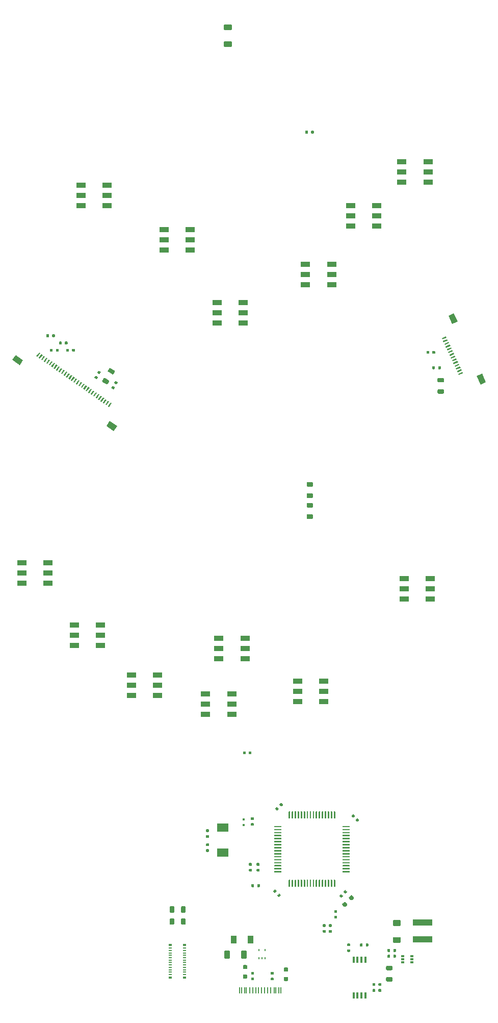
<source format=gtp>
G04 #@! TF.GenerationSoftware,KiCad,Pcbnew,5.1.5-52549c5~84~ubuntu19.10.1*
G04 #@! TF.CreationDate,2020-03-20T23:31:44-07:00*
G04 #@! TF.ProjectId,hw3-jason_bourne,6877332d-6a61-4736-9f6e-5f626f75726e,rev?*
G04 #@! TF.SameCoordinates,Original*
G04 #@! TF.FileFunction,Paste,Top*
G04 #@! TF.FilePolarity,Positive*
%FSLAX46Y46*%
G04 Gerber Fmt 4.6, Leading zero omitted, Abs format (unit mm)*
G04 Created by KiCad (PCBNEW 5.1.5-52549c5~84~ubuntu19.10.1) date 2020-03-20 23:31:44*
%MOMM*%
%LPD*%
G04 APERTURE LIST*
%ADD10C,0.100000*%
%ADD11R,0.456000X0.304000*%
%ADD12R,0.228000X1.102000*%
%ADD13R,1.634000X0.836000*%
%ADD14R,0.532000X0.304000*%
%ADD15R,0.342000X1.102000*%
%ADD16R,3.344000X0.988000*%
%ADD17R,1.824000X1.444000*%
%ADD18R,0.228000X0.342000*%
%ADD19R,0.608000X0.152000*%
%ADD20R,0.608000X0.304000*%
G04 APERTURE END LIST*
D10*
G36*
X118864908Y-108517892D02*
G01*
X118882890Y-108520560D01*
X118900525Y-108524977D01*
X118917642Y-108531101D01*
X118934076Y-108538874D01*
X118949669Y-108548220D01*
X118964271Y-108559050D01*
X118977742Y-108571258D01*
X118989950Y-108584729D01*
X119000780Y-108599331D01*
X119010126Y-108614924D01*
X119017899Y-108631358D01*
X119024023Y-108648475D01*
X119028440Y-108666110D01*
X119031108Y-108684092D01*
X119032000Y-108702250D01*
X119032000Y-109072750D01*
X119031108Y-109090908D01*
X119028440Y-109108890D01*
X119024023Y-109126525D01*
X119017899Y-109143642D01*
X119010126Y-109160076D01*
X119000780Y-109175669D01*
X118989950Y-109190271D01*
X118977742Y-109203742D01*
X118964271Y-109215950D01*
X118949669Y-109226780D01*
X118934076Y-109236126D01*
X118917642Y-109243899D01*
X118900525Y-109250023D01*
X118882890Y-109254440D01*
X118864908Y-109257108D01*
X118846750Y-109258000D01*
X118153250Y-109258000D01*
X118135092Y-109257108D01*
X118117110Y-109254440D01*
X118099475Y-109250023D01*
X118082358Y-109243899D01*
X118065924Y-109236126D01*
X118050331Y-109226780D01*
X118035729Y-109215950D01*
X118022258Y-109203742D01*
X118010050Y-109190271D01*
X117999220Y-109175669D01*
X117989874Y-109160076D01*
X117982101Y-109143642D01*
X117975977Y-109126525D01*
X117971560Y-109108890D01*
X117968892Y-109090908D01*
X117968000Y-109072750D01*
X117968000Y-108702250D01*
X117968892Y-108684092D01*
X117971560Y-108666110D01*
X117975977Y-108648475D01*
X117982101Y-108631358D01*
X117989874Y-108614924D01*
X117999220Y-108599331D01*
X118010050Y-108584729D01*
X118022258Y-108571258D01*
X118035729Y-108559050D01*
X118050331Y-108548220D01*
X118065924Y-108538874D01*
X118082358Y-108531101D01*
X118099475Y-108524977D01*
X118117110Y-108520560D01*
X118135092Y-108517892D01*
X118153250Y-108517000D01*
X118846750Y-108517000D01*
X118864908Y-108517892D01*
G37*
G36*
X118864908Y-106642892D02*
G01*
X118882890Y-106645560D01*
X118900525Y-106649977D01*
X118917642Y-106656101D01*
X118934076Y-106663874D01*
X118949669Y-106673220D01*
X118964271Y-106684050D01*
X118977742Y-106696258D01*
X118989950Y-106709729D01*
X119000780Y-106724331D01*
X119010126Y-106739924D01*
X119017899Y-106756358D01*
X119024023Y-106773475D01*
X119028440Y-106791110D01*
X119031108Y-106809092D01*
X119032000Y-106827250D01*
X119032000Y-107197750D01*
X119031108Y-107215908D01*
X119028440Y-107233890D01*
X119024023Y-107251525D01*
X119017899Y-107268642D01*
X119010126Y-107285076D01*
X119000780Y-107300669D01*
X118989950Y-107315271D01*
X118977742Y-107328742D01*
X118964271Y-107340950D01*
X118949669Y-107351780D01*
X118934076Y-107361126D01*
X118917642Y-107368899D01*
X118900525Y-107375023D01*
X118882890Y-107379440D01*
X118864908Y-107382108D01*
X118846750Y-107383000D01*
X118153250Y-107383000D01*
X118135092Y-107382108D01*
X118117110Y-107379440D01*
X118099475Y-107375023D01*
X118082358Y-107368899D01*
X118065924Y-107361126D01*
X118050331Y-107351780D01*
X118035729Y-107340950D01*
X118022258Y-107328742D01*
X118010050Y-107315271D01*
X117999220Y-107300669D01*
X117989874Y-107285076D01*
X117982101Y-107268642D01*
X117975977Y-107251525D01*
X117971560Y-107233890D01*
X117968892Y-107215908D01*
X117968000Y-107197750D01*
X117968000Y-106827250D01*
X117968892Y-106809092D01*
X117971560Y-106791110D01*
X117975977Y-106773475D01*
X117982101Y-106756358D01*
X117989874Y-106739924D01*
X117999220Y-106724331D01*
X118010050Y-106709729D01*
X118022258Y-106696258D01*
X118035729Y-106684050D01*
X118050331Y-106673220D01*
X118065924Y-106663874D01*
X118082358Y-106656101D01*
X118099475Y-106649977D01*
X118117110Y-106645560D01*
X118135092Y-106642892D01*
X118153250Y-106642000D01*
X118846750Y-106642000D01*
X118864908Y-106642892D01*
G37*
D11*
X85800000Y-180800000D03*
X85800000Y-179900000D03*
D10*
G36*
X87342088Y-179541340D02*
G01*
X87352970Y-179542954D01*
X87363641Y-179545627D01*
X87373999Y-179549333D01*
X87383944Y-179554037D01*
X87393379Y-179559692D01*
X87402215Y-179566246D01*
X87410367Y-179573633D01*
X87417754Y-179581785D01*
X87424308Y-179590621D01*
X87429963Y-179600056D01*
X87434667Y-179610001D01*
X87438373Y-179620359D01*
X87441046Y-179631030D01*
X87442660Y-179641912D01*
X87443200Y-179652900D01*
X87443200Y-179877100D01*
X87442660Y-179888088D01*
X87441046Y-179898970D01*
X87438373Y-179909641D01*
X87434667Y-179919999D01*
X87429963Y-179929944D01*
X87424308Y-179939379D01*
X87417754Y-179948215D01*
X87410367Y-179956367D01*
X87402215Y-179963754D01*
X87393379Y-179970308D01*
X87383944Y-179975963D01*
X87373999Y-179980667D01*
X87363641Y-179984373D01*
X87352970Y-179987046D01*
X87342088Y-179988660D01*
X87331100Y-179989200D01*
X87068900Y-179989200D01*
X87057912Y-179988660D01*
X87047030Y-179987046D01*
X87036359Y-179984373D01*
X87026001Y-179980667D01*
X87016056Y-179975963D01*
X87006621Y-179970308D01*
X86997785Y-179963754D01*
X86989633Y-179956367D01*
X86982246Y-179948215D01*
X86975692Y-179939379D01*
X86970037Y-179929944D01*
X86965333Y-179919999D01*
X86961627Y-179909641D01*
X86958954Y-179898970D01*
X86957340Y-179888088D01*
X86956800Y-179877100D01*
X86956800Y-179652900D01*
X86957340Y-179641912D01*
X86958954Y-179631030D01*
X86961627Y-179620359D01*
X86965333Y-179610001D01*
X86970037Y-179600056D01*
X86975692Y-179590621D01*
X86982246Y-179581785D01*
X86989633Y-179573633D01*
X86997785Y-179566246D01*
X87006621Y-179559692D01*
X87016056Y-179554037D01*
X87026001Y-179549333D01*
X87036359Y-179545627D01*
X87047030Y-179542954D01*
X87057912Y-179541340D01*
X87068900Y-179540800D01*
X87331100Y-179540800D01*
X87342088Y-179541340D01*
G37*
G36*
X87342088Y-180511340D02*
G01*
X87352970Y-180512954D01*
X87363641Y-180515627D01*
X87373999Y-180519333D01*
X87383944Y-180524037D01*
X87393379Y-180529692D01*
X87402215Y-180536246D01*
X87410367Y-180543633D01*
X87417754Y-180551785D01*
X87424308Y-180560621D01*
X87429963Y-180570056D01*
X87434667Y-180580001D01*
X87438373Y-180590359D01*
X87441046Y-180601030D01*
X87442660Y-180611912D01*
X87443200Y-180622900D01*
X87443200Y-180847100D01*
X87442660Y-180858088D01*
X87441046Y-180868970D01*
X87438373Y-180879641D01*
X87434667Y-180889999D01*
X87429963Y-180899944D01*
X87424308Y-180909379D01*
X87417754Y-180918215D01*
X87410367Y-180926367D01*
X87402215Y-180933754D01*
X87393379Y-180940308D01*
X87383944Y-180945963D01*
X87373999Y-180950667D01*
X87363641Y-180954373D01*
X87352970Y-180957046D01*
X87342088Y-180958660D01*
X87331100Y-180959200D01*
X87068900Y-180959200D01*
X87057912Y-180958660D01*
X87047030Y-180957046D01*
X87036359Y-180954373D01*
X87026001Y-180950667D01*
X87016056Y-180945963D01*
X87006621Y-180940308D01*
X86997785Y-180933754D01*
X86989633Y-180926367D01*
X86982246Y-180918215D01*
X86975692Y-180909379D01*
X86970037Y-180899944D01*
X86965333Y-180889999D01*
X86961627Y-180879641D01*
X86958954Y-180868970D01*
X86957340Y-180858088D01*
X86956800Y-180847100D01*
X86956800Y-180622900D01*
X86957340Y-180611912D01*
X86958954Y-180601030D01*
X86961627Y-180590359D01*
X86965333Y-180580001D01*
X86970037Y-180570056D01*
X86975692Y-180560621D01*
X86982246Y-180551785D01*
X86989633Y-180543633D01*
X86997785Y-180536246D01*
X87006621Y-180529692D01*
X87016056Y-180524037D01*
X87026001Y-180519333D01*
X87036359Y-180515627D01*
X87047030Y-180512954D01*
X87057912Y-180511340D01*
X87068900Y-180510800D01*
X87331100Y-180510800D01*
X87342088Y-180511340D01*
G37*
G36*
X83643623Y-50775915D02*
G01*
X83662067Y-50778651D01*
X83680154Y-50783181D01*
X83697710Y-50789463D01*
X83714565Y-50797435D01*
X83730558Y-50807021D01*
X83745535Y-50818128D01*
X83759350Y-50830650D01*
X83771872Y-50844465D01*
X83782979Y-50859442D01*
X83792565Y-50875435D01*
X83800537Y-50892290D01*
X83806819Y-50909846D01*
X83811349Y-50927933D01*
X83814085Y-50946377D01*
X83815000Y-50965000D01*
X83815000Y-51535000D01*
X83814085Y-51553623D01*
X83811349Y-51572067D01*
X83806819Y-51590154D01*
X83800537Y-51607710D01*
X83792565Y-51624565D01*
X83782979Y-51640558D01*
X83771872Y-51655535D01*
X83759350Y-51669350D01*
X83745535Y-51681872D01*
X83730558Y-51692979D01*
X83714565Y-51702565D01*
X83697710Y-51710537D01*
X83680154Y-51716819D01*
X83662067Y-51721349D01*
X83643623Y-51724085D01*
X83625000Y-51725000D01*
X82675000Y-51725000D01*
X82656377Y-51724085D01*
X82637933Y-51721349D01*
X82619846Y-51716819D01*
X82602290Y-51710537D01*
X82585435Y-51702565D01*
X82569442Y-51692979D01*
X82554465Y-51681872D01*
X82540650Y-51669350D01*
X82528128Y-51655535D01*
X82517021Y-51640558D01*
X82507435Y-51624565D01*
X82499463Y-51607710D01*
X82493181Y-51590154D01*
X82488651Y-51572067D01*
X82485915Y-51553623D01*
X82485000Y-51535000D01*
X82485000Y-50965000D01*
X82485915Y-50946377D01*
X82488651Y-50927933D01*
X82493181Y-50909846D01*
X82499463Y-50892290D01*
X82507435Y-50875435D01*
X82517021Y-50859442D01*
X82528128Y-50844465D01*
X82540650Y-50830650D01*
X82554465Y-50818128D01*
X82569442Y-50807021D01*
X82585435Y-50797435D01*
X82602290Y-50789463D01*
X82619846Y-50783181D01*
X82637933Y-50778651D01*
X82656377Y-50775915D01*
X82675000Y-50775000D01*
X83625000Y-50775000D01*
X83643623Y-50775915D01*
G37*
G36*
X83643623Y-47975915D02*
G01*
X83662067Y-47978651D01*
X83680154Y-47983181D01*
X83697710Y-47989463D01*
X83714565Y-47997435D01*
X83730558Y-48007021D01*
X83745535Y-48018128D01*
X83759350Y-48030650D01*
X83771872Y-48044465D01*
X83782979Y-48059442D01*
X83792565Y-48075435D01*
X83800537Y-48092290D01*
X83806819Y-48109846D01*
X83811349Y-48127933D01*
X83814085Y-48146377D01*
X83815000Y-48165000D01*
X83815000Y-48735000D01*
X83814085Y-48753623D01*
X83811349Y-48772067D01*
X83806819Y-48790154D01*
X83800537Y-48807710D01*
X83792565Y-48824565D01*
X83782979Y-48840558D01*
X83771872Y-48855535D01*
X83759350Y-48869350D01*
X83745535Y-48881872D01*
X83730558Y-48892979D01*
X83714565Y-48902565D01*
X83697710Y-48910537D01*
X83680154Y-48916819D01*
X83662067Y-48921349D01*
X83643623Y-48924085D01*
X83625000Y-48925000D01*
X82675000Y-48925000D01*
X82656377Y-48924085D01*
X82637933Y-48921349D01*
X82619846Y-48916819D01*
X82602290Y-48910537D01*
X82585435Y-48902565D01*
X82569442Y-48892979D01*
X82554465Y-48881872D01*
X82540650Y-48869350D01*
X82528128Y-48855535D01*
X82517021Y-48840558D01*
X82507435Y-48824565D01*
X82499463Y-48807710D01*
X82493181Y-48790154D01*
X82488651Y-48772067D01*
X82485915Y-48753623D01*
X82485000Y-48735000D01*
X82485000Y-48165000D01*
X82485915Y-48146377D01*
X82488651Y-48127933D01*
X82493181Y-48109846D01*
X82499463Y-48092290D01*
X82507435Y-48075435D01*
X82517021Y-48059442D01*
X82528128Y-48044465D01*
X82540650Y-48030650D01*
X82554465Y-48018128D01*
X82569442Y-48007021D01*
X82585435Y-47997435D01*
X82602290Y-47989463D01*
X82619846Y-47983181D01*
X82637933Y-47978651D01*
X82656377Y-47975915D01*
X82675000Y-47975000D01*
X83625000Y-47975000D01*
X83643623Y-47975915D01*
G37*
G36*
X63214299Y-111344743D02*
G01*
X63650217Y-110722188D01*
X63836983Y-110852963D01*
X63401065Y-111475518D01*
X63214299Y-111344743D01*
G37*
G36*
X62804723Y-111057955D02*
G01*
X63240641Y-110435400D01*
X63427407Y-110566175D01*
X62991489Y-111188730D01*
X62804723Y-111057955D01*
G37*
G36*
X62395146Y-110771167D02*
G01*
X62831064Y-110148612D01*
X63017830Y-110279387D01*
X62581912Y-110901942D01*
X62395146Y-110771167D01*
G37*
G36*
X61985570Y-110484378D02*
G01*
X62421488Y-109861823D01*
X62608254Y-109992598D01*
X62172336Y-110615153D01*
X61985570Y-110484378D01*
G37*
G36*
X61575994Y-110197590D02*
G01*
X62011912Y-109575035D01*
X62198678Y-109705810D01*
X61762760Y-110328365D01*
X61575994Y-110197590D01*
G37*
G36*
X61166418Y-109910802D02*
G01*
X61602336Y-109288247D01*
X61789102Y-109419022D01*
X61353184Y-110041577D01*
X61166418Y-109910802D01*
G37*
G36*
X60756842Y-109624014D02*
G01*
X61192760Y-109001459D01*
X61379526Y-109132234D01*
X60943608Y-109754789D01*
X60756842Y-109624014D01*
G37*
G36*
X60347266Y-109337226D02*
G01*
X60783184Y-108714671D01*
X60969950Y-108845446D01*
X60534032Y-109468001D01*
X60347266Y-109337226D01*
G37*
G36*
X59937690Y-109050437D02*
G01*
X60373608Y-108427882D01*
X60560374Y-108558657D01*
X60124456Y-109181212D01*
X59937690Y-109050437D01*
G37*
G36*
X59528114Y-108763649D02*
G01*
X59964032Y-108141094D01*
X60150798Y-108271869D01*
X59714880Y-108894424D01*
X59528114Y-108763649D01*
G37*
G36*
X59118538Y-108476861D02*
G01*
X59554456Y-107854306D01*
X59741222Y-107985081D01*
X59305304Y-108607636D01*
X59118538Y-108476861D01*
G37*
G36*
X58708962Y-108190073D02*
G01*
X59144880Y-107567518D01*
X59331646Y-107698293D01*
X58895728Y-108320848D01*
X58708962Y-108190073D01*
G37*
G36*
X58299386Y-107903285D02*
G01*
X58735304Y-107280730D01*
X58922070Y-107411505D01*
X58486152Y-108034060D01*
X58299386Y-107903285D01*
G37*
G36*
X57889810Y-107616496D02*
G01*
X58325728Y-106993941D01*
X58512494Y-107124716D01*
X58076576Y-107747271D01*
X57889810Y-107616496D01*
G37*
G36*
X57480234Y-107329708D02*
G01*
X57916152Y-106707153D01*
X58102918Y-106837928D01*
X57667000Y-107460483D01*
X57480234Y-107329708D01*
G37*
G36*
X57070658Y-107042920D02*
G01*
X57506576Y-106420365D01*
X57693342Y-106551140D01*
X57257424Y-107173695D01*
X57070658Y-107042920D01*
G37*
G36*
X56661082Y-106756132D02*
G01*
X57097000Y-106133577D01*
X57283766Y-106264352D01*
X56847848Y-106886907D01*
X56661082Y-106756132D01*
G37*
G36*
X56251506Y-106469343D02*
G01*
X56687424Y-105846788D01*
X56874190Y-105977563D01*
X56438272Y-106600118D01*
X56251506Y-106469343D01*
G37*
G36*
X55841930Y-106182555D02*
G01*
X56277848Y-105560000D01*
X56464614Y-105690775D01*
X56028696Y-106313330D01*
X55841930Y-106182555D01*
G37*
G36*
X55432354Y-105895767D02*
G01*
X55868272Y-105273212D01*
X56055038Y-105403987D01*
X55619120Y-106026542D01*
X55432354Y-105895767D01*
G37*
G36*
X55022778Y-105608979D02*
G01*
X55458696Y-104986424D01*
X55645462Y-105117199D01*
X55209544Y-105739754D01*
X55022778Y-105608979D01*
G37*
G36*
X54613202Y-105322191D02*
G01*
X55049120Y-104699636D01*
X55235886Y-104830411D01*
X54799968Y-105452966D01*
X54613202Y-105322191D01*
G37*
G36*
X54203626Y-105035402D02*
G01*
X54639544Y-104412847D01*
X54826310Y-104543622D01*
X54390392Y-105166177D01*
X54203626Y-105035402D01*
G37*
G36*
X53794050Y-104748614D02*
G01*
X54229968Y-104126059D01*
X54416734Y-104256834D01*
X53980816Y-104879389D01*
X53794050Y-104748614D01*
G37*
G36*
X53384474Y-104461826D02*
G01*
X53820392Y-103839271D01*
X54007158Y-103970046D01*
X53571240Y-104592601D01*
X53384474Y-104461826D01*
G37*
G36*
X52974898Y-104175038D02*
G01*
X53410816Y-103552483D01*
X53597582Y-103683258D01*
X53161664Y-104305813D01*
X52974898Y-104175038D01*
G37*
G36*
X52565322Y-103888249D02*
G01*
X53001240Y-103265694D01*
X53188006Y-103396469D01*
X52752088Y-104019024D01*
X52565322Y-103888249D01*
G37*
G36*
X52155746Y-103601461D02*
G01*
X52591664Y-102978906D01*
X52778430Y-103109681D01*
X52342512Y-103732236D01*
X52155746Y-103601461D01*
G37*
G36*
X51746170Y-103314673D02*
G01*
X52182088Y-102692118D01*
X52368854Y-102822893D01*
X51932936Y-103445448D01*
X51746170Y-103314673D01*
G37*
G36*
X51336594Y-103027885D02*
G01*
X51772512Y-102405330D01*
X51959278Y-102536105D01*
X51523360Y-103158660D01*
X51336594Y-103027885D01*
G37*
G36*
X47309328Y-103643223D02*
G01*
X47876021Y-102833901D01*
X49121132Y-103705737D01*
X48554439Y-104515059D01*
X47309328Y-103643223D01*
G37*
G36*
X62955132Y-114598532D02*
G01*
X63521825Y-113789210D01*
X64766936Y-114661046D01*
X64200243Y-115470368D01*
X62955132Y-114598532D01*
G37*
G36*
X111693624Y-199425916D02*
G01*
X111712068Y-199428652D01*
X111730155Y-199433182D01*
X111747711Y-199439464D01*
X111764566Y-199447436D01*
X111780559Y-199457022D01*
X111795536Y-199468129D01*
X111809351Y-199480651D01*
X111821873Y-199494466D01*
X111832980Y-199509443D01*
X111842566Y-199525436D01*
X111850538Y-199542291D01*
X111856820Y-199559847D01*
X111861350Y-199577934D01*
X111864086Y-199596378D01*
X111865001Y-199615001D01*
X111865001Y-200185001D01*
X111864086Y-200203624D01*
X111861350Y-200222068D01*
X111856820Y-200240155D01*
X111850538Y-200257711D01*
X111842566Y-200274566D01*
X111832980Y-200290559D01*
X111821873Y-200305536D01*
X111809351Y-200319351D01*
X111795536Y-200331873D01*
X111780559Y-200342980D01*
X111764566Y-200352566D01*
X111747711Y-200360538D01*
X111730155Y-200366820D01*
X111712068Y-200371350D01*
X111693624Y-200374086D01*
X111675001Y-200375001D01*
X110725001Y-200375001D01*
X110706378Y-200374086D01*
X110687934Y-200371350D01*
X110669847Y-200366820D01*
X110652291Y-200360538D01*
X110635436Y-200352566D01*
X110619443Y-200342980D01*
X110604466Y-200331873D01*
X110590651Y-200319351D01*
X110578129Y-200305536D01*
X110567022Y-200290559D01*
X110557436Y-200274566D01*
X110549464Y-200257711D01*
X110543182Y-200240155D01*
X110538652Y-200222068D01*
X110535916Y-200203624D01*
X110535001Y-200185001D01*
X110535001Y-199615001D01*
X110535916Y-199596378D01*
X110538652Y-199577934D01*
X110543182Y-199559847D01*
X110549464Y-199542291D01*
X110557436Y-199525436D01*
X110567022Y-199509443D01*
X110578129Y-199494466D01*
X110590651Y-199480651D01*
X110604466Y-199468129D01*
X110619443Y-199457022D01*
X110635436Y-199447436D01*
X110652291Y-199439464D01*
X110669847Y-199433182D01*
X110687934Y-199428652D01*
X110706378Y-199425916D01*
X110725001Y-199425001D01*
X111675001Y-199425001D01*
X111693624Y-199425916D01*
G37*
G36*
X111693624Y-196625916D02*
G01*
X111712068Y-196628652D01*
X111730155Y-196633182D01*
X111747711Y-196639464D01*
X111764566Y-196647436D01*
X111780559Y-196657022D01*
X111795536Y-196668129D01*
X111809351Y-196680651D01*
X111821873Y-196694466D01*
X111832980Y-196709443D01*
X111842566Y-196725436D01*
X111850538Y-196742291D01*
X111856820Y-196759847D01*
X111861350Y-196777934D01*
X111864086Y-196796378D01*
X111865001Y-196815001D01*
X111865001Y-197385001D01*
X111864086Y-197403624D01*
X111861350Y-197422068D01*
X111856820Y-197440155D01*
X111850538Y-197457711D01*
X111842566Y-197474566D01*
X111832980Y-197490559D01*
X111821873Y-197505536D01*
X111809351Y-197519351D01*
X111795536Y-197531873D01*
X111780559Y-197542980D01*
X111764566Y-197552566D01*
X111747711Y-197560538D01*
X111730155Y-197566820D01*
X111712068Y-197571350D01*
X111693624Y-197574086D01*
X111675001Y-197575001D01*
X110725001Y-197575001D01*
X110706378Y-197574086D01*
X110687934Y-197571350D01*
X110669847Y-197566820D01*
X110652291Y-197560538D01*
X110635436Y-197552566D01*
X110619443Y-197542980D01*
X110604466Y-197531873D01*
X110590651Y-197519351D01*
X110578129Y-197505536D01*
X110567022Y-197490559D01*
X110557436Y-197474566D01*
X110549464Y-197457711D01*
X110543182Y-197440155D01*
X110538652Y-197422068D01*
X110535916Y-197403624D01*
X110535001Y-197385001D01*
X110535001Y-196815001D01*
X110535916Y-196796378D01*
X110538652Y-196777934D01*
X110543182Y-196759847D01*
X110549464Y-196742291D01*
X110557436Y-196725436D01*
X110567022Y-196709443D01*
X110578129Y-196694466D01*
X110590651Y-196680651D01*
X110604466Y-196668129D01*
X110619443Y-196657022D01*
X110635436Y-196647436D01*
X110652291Y-196639464D01*
X110669847Y-196633182D01*
X110687934Y-196628652D01*
X110706378Y-196625916D01*
X110725001Y-196625001D01*
X111675001Y-196625001D01*
X111693624Y-196625916D01*
G37*
G36*
X109988088Y-202357340D02*
G01*
X109998970Y-202358954D01*
X110009641Y-202361627D01*
X110019999Y-202365333D01*
X110029944Y-202370037D01*
X110039379Y-202375692D01*
X110048215Y-202382246D01*
X110056367Y-202389633D01*
X110063754Y-202397785D01*
X110070308Y-202406621D01*
X110075963Y-202416056D01*
X110080667Y-202426001D01*
X110084373Y-202436359D01*
X110087046Y-202447030D01*
X110088660Y-202457912D01*
X110089200Y-202468900D01*
X110089200Y-202731100D01*
X110088660Y-202742088D01*
X110087046Y-202752970D01*
X110084373Y-202763641D01*
X110080667Y-202773999D01*
X110075963Y-202783944D01*
X110070308Y-202793379D01*
X110063754Y-202802215D01*
X110056367Y-202810367D01*
X110048215Y-202817754D01*
X110039379Y-202824308D01*
X110029944Y-202829963D01*
X110019999Y-202834667D01*
X110009641Y-202838373D01*
X109998970Y-202841046D01*
X109988088Y-202842660D01*
X109977100Y-202843200D01*
X109752900Y-202843200D01*
X109741912Y-202842660D01*
X109731030Y-202841046D01*
X109720359Y-202838373D01*
X109710001Y-202834667D01*
X109700056Y-202829963D01*
X109690621Y-202824308D01*
X109681785Y-202817754D01*
X109673633Y-202810367D01*
X109666246Y-202802215D01*
X109659692Y-202793379D01*
X109654037Y-202783944D01*
X109649333Y-202773999D01*
X109645627Y-202763641D01*
X109642954Y-202752970D01*
X109641340Y-202742088D01*
X109640800Y-202731100D01*
X109640800Y-202468900D01*
X109641340Y-202457912D01*
X109642954Y-202447030D01*
X109645627Y-202436359D01*
X109649333Y-202426001D01*
X109654037Y-202416056D01*
X109659692Y-202406621D01*
X109666246Y-202397785D01*
X109673633Y-202389633D01*
X109681785Y-202382246D01*
X109690621Y-202375692D01*
X109700056Y-202370037D01*
X109710001Y-202365333D01*
X109720359Y-202361627D01*
X109731030Y-202358954D01*
X109741912Y-202357340D01*
X109752900Y-202356800D01*
X109977100Y-202356800D01*
X109988088Y-202357340D01*
G37*
G36*
X110958088Y-202357340D02*
G01*
X110968970Y-202358954D01*
X110979641Y-202361627D01*
X110989999Y-202365333D01*
X110999944Y-202370037D01*
X111009379Y-202375692D01*
X111018215Y-202382246D01*
X111026367Y-202389633D01*
X111033754Y-202397785D01*
X111040308Y-202406621D01*
X111045963Y-202416056D01*
X111050667Y-202426001D01*
X111054373Y-202436359D01*
X111057046Y-202447030D01*
X111058660Y-202457912D01*
X111059200Y-202468900D01*
X111059200Y-202731100D01*
X111058660Y-202742088D01*
X111057046Y-202752970D01*
X111054373Y-202763641D01*
X111050667Y-202773999D01*
X111045963Y-202783944D01*
X111040308Y-202793379D01*
X111033754Y-202802215D01*
X111026367Y-202810367D01*
X111018215Y-202817754D01*
X111009379Y-202824308D01*
X110999944Y-202829963D01*
X110989999Y-202834667D01*
X110979641Y-202838373D01*
X110968970Y-202841046D01*
X110958088Y-202842660D01*
X110947100Y-202843200D01*
X110722900Y-202843200D01*
X110711912Y-202842660D01*
X110701030Y-202841046D01*
X110690359Y-202838373D01*
X110680001Y-202834667D01*
X110670056Y-202829963D01*
X110660621Y-202824308D01*
X110651785Y-202817754D01*
X110643633Y-202810367D01*
X110636246Y-202802215D01*
X110629692Y-202793379D01*
X110624037Y-202783944D01*
X110619333Y-202773999D01*
X110615627Y-202763641D01*
X110612954Y-202752970D01*
X110611340Y-202742088D01*
X110610800Y-202731100D01*
X110610800Y-202468900D01*
X110611340Y-202457912D01*
X110612954Y-202447030D01*
X110615627Y-202436359D01*
X110619333Y-202426001D01*
X110624037Y-202416056D01*
X110629692Y-202406621D01*
X110636246Y-202397785D01*
X110643633Y-202389633D01*
X110651785Y-202382246D01*
X110660621Y-202375692D01*
X110670056Y-202370037D01*
X110680001Y-202365333D01*
X110690359Y-202361627D01*
X110701030Y-202358954D01*
X110711912Y-202357340D01*
X110722900Y-202356800D01*
X110947100Y-202356800D01*
X110958088Y-202357340D01*
G37*
G36*
X110958088Y-201407340D02*
G01*
X110968970Y-201408954D01*
X110979641Y-201411627D01*
X110989999Y-201415333D01*
X110999944Y-201420037D01*
X111009379Y-201425692D01*
X111018215Y-201432246D01*
X111026367Y-201439633D01*
X111033754Y-201447785D01*
X111040308Y-201456621D01*
X111045963Y-201466056D01*
X111050667Y-201476001D01*
X111054373Y-201486359D01*
X111057046Y-201497030D01*
X111058660Y-201507912D01*
X111059200Y-201518900D01*
X111059200Y-201781100D01*
X111058660Y-201792088D01*
X111057046Y-201802970D01*
X111054373Y-201813641D01*
X111050667Y-201823999D01*
X111045963Y-201833944D01*
X111040308Y-201843379D01*
X111033754Y-201852215D01*
X111026367Y-201860367D01*
X111018215Y-201867754D01*
X111009379Y-201874308D01*
X110999944Y-201879963D01*
X110989999Y-201884667D01*
X110979641Y-201888373D01*
X110968970Y-201891046D01*
X110958088Y-201892660D01*
X110947100Y-201893200D01*
X110722900Y-201893200D01*
X110711912Y-201892660D01*
X110701030Y-201891046D01*
X110690359Y-201888373D01*
X110680001Y-201884667D01*
X110670056Y-201879963D01*
X110660621Y-201874308D01*
X110651785Y-201867754D01*
X110643633Y-201860367D01*
X110636246Y-201852215D01*
X110629692Y-201843379D01*
X110624037Y-201833944D01*
X110619333Y-201823999D01*
X110615627Y-201813641D01*
X110612954Y-201802970D01*
X110611340Y-201792088D01*
X110610800Y-201781100D01*
X110610800Y-201518900D01*
X110611340Y-201507912D01*
X110612954Y-201497030D01*
X110615627Y-201486359D01*
X110619333Y-201476001D01*
X110624037Y-201466056D01*
X110629692Y-201456621D01*
X110636246Y-201447785D01*
X110643633Y-201439633D01*
X110651785Y-201432246D01*
X110660621Y-201425692D01*
X110670056Y-201420037D01*
X110680001Y-201415333D01*
X110690359Y-201411627D01*
X110701030Y-201408954D01*
X110711912Y-201407340D01*
X110722900Y-201406800D01*
X110947100Y-201406800D01*
X110958088Y-201407340D01*
G37*
G36*
X109988088Y-201407340D02*
G01*
X109998970Y-201408954D01*
X110009641Y-201411627D01*
X110019999Y-201415333D01*
X110029944Y-201420037D01*
X110039379Y-201425692D01*
X110048215Y-201432246D01*
X110056367Y-201439633D01*
X110063754Y-201447785D01*
X110070308Y-201456621D01*
X110075963Y-201466056D01*
X110080667Y-201476001D01*
X110084373Y-201486359D01*
X110087046Y-201497030D01*
X110088660Y-201507912D01*
X110089200Y-201518900D01*
X110089200Y-201781100D01*
X110088660Y-201792088D01*
X110087046Y-201802970D01*
X110084373Y-201813641D01*
X110080667Y-201823999D01*
X110075963Y-201833944D01*
X110070308Y-201843379D01*
X110063754Y-201852215D01*
X110056367Y-201860367D01*
X110048215Y-201867754D01*
X110039379Y-201874308D01*
X110029944Y-201879963D01*
X110019999Y-201884667D01*
X110009641Y-201888373D01*
X109998970Y-201891046D01*
X109988088Y-201892660D01*
X109977100Y-201893200D01*
X109752900Y-201893200D01*
X109741912Y-201892660D01*
X109731030Y-201891046D01*
X109720359Y-201888373D01*
X109710001Y-201884667D01*
X109700056Y-201879963D01*
X109690621Y-201874308D01*
X109681785Y-201867754D01*
X109673633Y-201860367D01*
X109666246Y-201852215D01*
X109659692Y-201843379D01*
X109654037Y-201833944D01*
X109649333Y-201823999D01*
X109645627Y-201813641D01*
X109642954Y-201802970D01*
X109641340Y-201792088D01*
X109640800Y-201781100D01*
X109640800Y-201518900D01*
X109641340Y-201507912D01*
X109642954Y-201497030D01*
X109645627Y-201486359D01*
X109649333Y-201476001D01*
X109654037Y-201466056D01*
X109659692Y-201456621D01*
X109666246Y-201447785D01*
X109673633Y-201439633D01*
X109681785Y-201432246D01*
X109690621Y-201425692D01*
X109700056Y-201420037D01*
X109710001Y-201415333D01*
X109720359Y-201411627D01*
X109731030Y-201408954D01*
X109741912Y-201407340D01*
X109752900Y-201406800D01*
X109977100Y-201406800D01*
X109988088Y-201407340D01*
G37*
G36*
X107533368Y-208057865D02*
G01*
X107544250Y-208059479D01*
X107554921Y-208062152D01*
X107565279Y-208065858D01*
X107575224Y-208070562D01*
X107584659Y-208076217D01*
X107593495Y-208082771D01*
X107601647Y-208090158D01*
X107609034Y-208098310D01*
X107615588Y-208107146D01*
X107621243Y-208116581D01*
X107625947Y-208126526D01*
X107629653Y-208136884D01*
X107632326Y-208147555D01*
X107633940Y-208158437D01*
X107634480Y-208169425D01*
X107634480Y-208393625D01*
X107633940Y-208404613D01*
X107632326Y-208415495D01*
X107629653Y-208426166D01*
X107625947Y-208436524D01*
X107621243Y-208446469D01*
X107615588Y-208455904D01*
X107609034Y-208464740D01*
X107601647Y-208472892D01*
X107593495Y-208480279D01*
X107584659Y-208486833D01*
X107575224Y-208492488D01*
X107565279Y-208497192D01*
X107554921Y-208500898D01*
X107544250Y-208503571D01*
X107533368Y-208505185D01*
X107522380Y-208505725D01*
X107260180Y-208505725D01*
X107249192Y-208505185D01*
X107238310Y-208503571D01*
X107227639Y-208500898D01*
X107217281Y-208497192D01*
X107207336Y-208492488D01*
X107197901Y-208486833D01*
X107189065Y-208480279D01*
X107180913Y-208472892D01*
X107173526Y-208464740D01*
X107166972Y-208455904D01*
X107161317Y-208446469D01*
X107156613Y-208436524D01*
X107152907Y-208426166D01*
X107150234Y-208415495D01*
X107148620Y-208404613D01*
X107148080Y-208393625D01*
X107148080Y-208169425D01*
X107148620Y-208158437D01*
X107150234Y-208147555D01*
X107152907Y-208136884D01*
X107156613Y-208126526D01*
X107161317Y-208116581D01*
X107166972Y-208107146D01*
X107173526Y-208098310D01*
X107180913Y-208090158D01*
X107189065Y-208082771D01*
X107197901Y-208076217D01*
X107207336Y-208070562D01*
X107217281Y-208065858D01*
X107227639Y-208062152D01*
X107238310Y-208059479D01*
X107249192Y-208057865D01*
X107260180Y-208057325D01*
X107522380Y-208057325D01*
X107533368Y-208057865D01*
G37*
G36*
X107533368Y-207087865D02*
G01*
X107544250Y-207089479D01*
X107554921Y-207092152D01*
X107565279Y-207095858D01*
X107575224Y-207100562D01*
X107584659Y-207106217D01*
X107593495Y-207112771D01*
X107601647Y-207120158D01*
X107609034Y-207128310D01*
X107615588Y-207137146D01*
X107621243Y-207146581D01*
X107625947Y-207156526D01*
X107629653Y-207166884D01*
X107632326Y-207177555D01*
X107633940Y-207188437D01*
X107634480Y-207199425D01*
X107634480Y-207423625D01*
X107633940Y-207434613D01*
X107632326Y-207445495D01*
X107629653Y-207456166D01*
X107625947Y-207466524D01*
X107621243Y-207476469D01*
X107615588Y-207485904D01*
X107609034Y-207494740D01*
X107601647Y-207502892D01*
X107593495Y-207510279D01*
X107584659Y-207516833D01*
X107575224Y-207522488D01*
X107565279Y-207527192D01*
X107554921Y-207530898D01*
X107544250Y-207533571D01*
X107533368Y-207535185D01*
X107522380Y-207535725D01*
X107260180Y-207535725D01*
X107249192Y-207535185D01*
X107238310Y-207533571D01*
X107227639Y-207530898D01*
X107217281Y-207527192D01*
X107207336Y-207522488D01*
X107197901Y-207516833D01*
X107189065Y-207510279D01*
X107180913Y-207502892D01*
X107173526Y-207494740D01*
X107166972Y-207485904D01*
X107161317Y-207476469D01*
X107156613Y-207466524D01*
X107152907Y-207456166D01*
X107150234Y-207445495D01*
X107148620Y-207434613D01*
X107148080Y-207423625D01*
X107148080Y-207199425D01*
X107148620Y-207188437D01*
X107150234Y-207177555D01*
X107152907Y-207166884D01*
X107156613Y-207156526D01*
X107161317Y-207146581D01*
X107166972Y-207137146D01*
X107173526Y-207128310D01*
X107180913Y-207120158D01*
X107189065Y-207112771D01*
X107197901Y-207106217D01*
X107207336Y-207100562D01*
X107217281Y-207095858D01*
X107227639Y-207092152D01*
X107238310Y-207089479D01*
X107249192Y-207087865D01*
X107260180Y-207087325D01*
X107522380Y-207087325D01*
X107533368Y-207087865D01*
G37*
G36*
X108533369Y-208057868D02*
G01*
X108544251Y-208059482D01*
X108554922Y-208062155D01*
X108565280Y-208065861D01*
X108575225Y-208070565D01*
X108584660Y-208076220D01*
X108593496Y-208082774D01*
X108601648Y-208090161D01*
X108609035Y-208098313D01*
X108615589Y-208107149D01*
X108621244Y-208116584D01*
X108625948Y-208126529D01*
X108629654Y-208136887D01*
X108632327Y-208147558D01*
X108633941Y-208158440D01*
X108634481Y-208169428D01*
X108634481Y-208393628D01*
X108633941Y-208404616D01*
X108632327Y-208415498D01*
X108629654Y-208426169D01*
X108625948Y-208436527D01*
X108621244Y-208446472D01*
X108615589Y-208455907D01*
X108609035Y-208464743D01*
X108601648Y-208472895D01*
X108593496Y-208480282D01*
X108584660Y-208486836D01*
X108575225Y-208492491D01*
X108565280Y-208497195D01*
X108554922Y-208500901D01*
X108544251Y-208503574D01*
X108533369Y-208505188D01*
X108522381Y-208505728D01*
X108260181Y-208505728D01*
X108249193Y-208505188D01*
X108238311Y-208503574D01*
X108227640Y-208500901D01*
X108217282Y-208497195D01*
X108207337Y-208492491D01*
X108197902Y-208486836D01*
X108189066Y-208480282D01*
X108180914Y-208472895D01*
X108173527Y-208464743D01*
X108166973Y-208455907D01*
X108161318Y-208446472D01*
X108156614Y-208436527D01*
X108152908Y-208426169D01*
X108150235Y-208415498D01*
X108148621Y-208404616D01*
X108148081Y-208393628D01*
X108148081Y-208169428D01*
X108148621Y-208158440D01*
X108150235Y-208147558D01*
X108152908Y-208136887D01*
X108156614Y-208126529D01*
X108161318Y-208116584D01*
X108166973Y-208107149D01*
X108173527Y-208098313D01*
X108180914Y-208090161D01*
X108189066Y-208082774D01*
X108197902Y-208076220D01*
X108207337Y-208070565D01*
X108217282Y-208065861D01*
X108227640Y-208062155D01*
X108238311Y-208059482D01*
X108249193Y-208057868D01*
X108260181Y-208057328D01*
X108522381Y-208057328D01*
X108533369Y-208057868D01*
G37*
G36*
X108533369Y-207087868D02*
G01*
X108544251Y-207089482D01*
X108554922Y-207092155D01*
X108565280Y-207095861D01*
X108575225Y-207100565D01*
X108584660Y-207106220D01*
X108593496Y-207112774D01*
X108601648Y-207120161D01*
X108609035Y-207128313D01*
X108615589Y-207137149D01*
X108621244Y-207146584D01*
X108625948Y-207156529D01*
X108629654Y-207166887D01*
X108632327Y-207177558D01*
X108633941Y-207188440D01*
X108634481Y-207199428D01*
X108634481Y-207423628D01*
X108633941Y-207434616D01*
X108632327Y-207445498D01*
X108629654Y-207456169D01*
X108625948Y-207466527D01*
X108621244Y-207476472D01*
X108615589Y-207485907D01*
X108609035Y-207494743D01*
X108601648Y-207502895D01*
X108593496Y-207510282D01*
X108584660Y-207516836D01*
X108575225Y-207522491D01*
X108565280Y-207527195D01*
X108554922Y-207530901D01*
X108544251Y-207533574D01*
X108533369Y-207535188D01*
X108522381Y-207535728D01*
X108260181Y-207535728D01*
X108249193Y-207535188D01*
X108238311Y-207533574D01*
X108227640Y-207530901D01*
X108217282Y-207527195D01*
X108207337Y-207522491D01*
X108197902Y-207516836D01*
X108189066Y-207510282D01*
X108180914Y-207502895D01*
X108173527Y-207494743D01*
X108166973Y-207485907D01*
X108161318Y-207476472D01*
X108156614Y-207466527D01*
X108152908Y-207456169D01*
X108150235Y-207445498D01*
X108148621Y-207434616D01*
X108148081Y-207423628D01*
X108148081Y-207199428D01*
X108148621Y-207188440D01*
X108150235Y-207177558D01*
X108152908Y-207166887D01*
X108156614Y-207156529D01*
X108161318Y-207146584D01*
X108166973Y-207137149D01*
X108173527Y-207128313D01*
X108180914Y-207120161D01*
X108189066Y-207112774D01*
X108197902Y-207106220D01*
X108207337Y-207100565D01*
X108217282Y-207095861D01*
X108227640Y-207092155D01*
X108238311Y-207089482D01*
X108249193Y-207087868D01*
X108260181Y-207087328D01*
X108522381Y-207087328D01*
X108533369Y-207087868D01*
G37*
G36*
X61214646Y-106296250D02*
G01*
X61225469Y-106298219D01*
X61236048Y-106301240D01*
X61246279Y-106305283D01*
X61256064Y-106310310D01*
X61483136Y-106441410D01*
X61492382Y-106447371D01*
X61500999Y-106454210D01*
X61508904Y-106461860D01*
X61516021Y-106470249D01*
X61522282Y-106479295D01*
X61527625Y-106488910D01*
X61532001Y-106499004D01*
X61535366Y-106509477D01*
X61537689Y-106520230D01*
X61538946Y-106531159D01*
X61539126Y-106542159D01*
X61538227Y-106553123D01*
X61536258Y-106563946D01*
X61533237Y-106574524D01*
X61529194Y-106584755D01*
X61524167Y-106594541D01*
X61412067Y-106788703D01*
X61406106Y-106797949D01*
X61399267Y-106806566D01*
X61391617Y-106814471D01*
X61383228Y-106821588D01*
X61374182Y-106827849D01*
X61364566Y-106833193D01*
X61354473Y-106837568D01*
X61343999Y-106840933D01*
X61333246Y-106843256D01*
X61322317Y-106844513D01*
X61311318Y-106844693D01*
X61300354Y-106843794D01*
X61289531Y-106841825D01*
X61278952Y-106838804D01*
X61268721Y-106834761D01*
X61258936Y-106829734D01*
X61031864Y-106698634D01*
X61022618Y-106692673D01*
X61014001Y-106685834D01*
X61006096Y-106678184D01*
X60998979Y-106669795D01*
X60992718Y-106660749D01*
X60987375Y-106651134D01*
X60982999Y-106641040D01*
X60979634Y-106630567D01*
X60977311Y-106619814D01*
X60976054Y-106608885D01*
X60975874Y-106597885D01*
X60976773Y-106586921D01*
X60978742Y-106576098D01*
X60981763Y-106565520D01*
X60985806Y-106555289D01*
X60990833Y-106545503D01*
X61102933Y-106351341D01*
X61108894Y-106342095D01*
X61115733Y-106333478D01*
X61123383Y-106325573D01*
X61131772Y-106318456D01*
X61140818Y-106312195D01*
X61150434Y-106306851D01*
X61160527Y-106302476D01*
X61171001Y-106299111D01*
X61181754Y-106296788D01*
X61192683Y-106295531D01*
X61203682Y-106295351D01*
X61214646Y-106296250D01*
G37*
G36*
X61699646Y-105456206D02*
G01*
X61710469Y-105458175D01*
X61721048Y-105461196D01*
X61731279Y-105465239D01*
X61741064Y-105470266D01*
X61968136Y-105601366D01*
X61977382Y-105607327D01*
X61985999Y-105614166D01*
X61993904Y-105621816D01*
X62001021Y-105630205D01*
X62007282Y-105639251D01*
X62012625Y-105648866D01*
X62017001Y-105658960D01*
X62020366Y-105669433D01*
X62022689Y-105680186D01*
X62023946Y-105691115D01*
X62024126Y-105702115D01*
X62023227Y-105713079D01*
X62021258Y-105723902D01*
X62018237Y-105734480D01*
X62014194Y-105744711D01*
X62009167Y-105754497D01*
X61897067Y-105948659D01*
X61891106Y-105957905D01*
X61884267Y-105966522D01*
X61876617Y-105974427D01*
X61868228Y-105981544D01*
X61859182Y-105987805D01*
X61849566Y-105993149D01*
X61839473Y-105997524D01*
X61828999Y-106000889D01*
X61818246Y-106003212D01*
X61807317Y-106004469D01*
X61796318Y-106004649D01*
X61785354Y-106003750D01*
X61774531Y-106001781D01*
X61763952Y-105998760D01*
X61753721Y-105994717D01*
X61743936Y-105989690D01*
X61516864Y-105858590D01*
X61507618Y-105852629D01*
X61499001Y-105845790D01*
X61491096Y-105838140D01*
X61483979Y-105829751D01*
X61477718Y-105820705D01*
X61472375Y-105811090D01*
X61467999Y-105800996D01*
X61464634Y-105790523D01*
X61462311Y-105779770D01*
X61461054Y-105768841D01*
X61460874Y-105757841D01*
X61461773Y-105746877D01*
X61463742Y-105736054D01*
X61466763Y-105725476D01*
X61470806Y-105715245D01*
X61475833Y-105705459D01*
X61587933Y-105511297D01*
X61593894Y-105502051D01*
X61600733Y-105493434D01*
X61608383Y-105485529D01*
X61616772Y-105478412D01*
X61625818Y-105472151D01*
X61635434Y-105466807D01*
X61645527Y-105462432D01*
X61656001Y-105459067D01*
X61666754Y-105456744D01*
X61677683Y-105455487D01*
X61688682Y-105455307D01*
X61699646Y-105456206D01*
G37*
G36*
X97308088Y-65607340D02*
G01*
X97318970Y-65608954D01*
X97329641Y-65611627D01*
X97339999Y-65615333D01*
X97349944Y-65620037D01*
X97359379Y-65625692D01*
X97368215Y-65632246D01*
X97376367Y-65639633D01*
X97383754Y-65647785D01*
X97390308Y-65656621D01*
X97395963Y-65666056D01*
X97400667Y-65676001D01*
X97404373Y-65686359D01*
X97407046Y-65697030D01*
X97408660Y-65707912D01*
X97409200Y-65718900D01*
X97409200Y-65981100D01*
X97408660Y-65992088D01*
X97407046Y-66002970D01*
X97404373Y-66013641D01*
X97400667Y-66023999D01*
X97395963Y-66033944D01*
X97390308Y-66043379D01*
X97383754Y-66052215D01*
X97376367Y-66060367D01*
X97368215Y-66067754D01*
X97359379Y-66074308D01*
X97349944Y-66079963D01*
X97339999Y-66084667D01*
X97329641Y-66088373D01*
X97318970Y-66091046D01*
X97308088Y-66092660D01*
X97297100Y-66093200D01*
X97072900Y-66093200D01*
X97061912Y-66092660D01*
X97051030Y-66091046D01*
X97040359Y-66088373D01*
X97030001Y-66084667D01*
X97020056Y-66079963D01*
X97010621Y-66074308D01*
X97001785Y-66067754D01*
X96993633Y-66060367D01*
X96986246Y-66052215D01*
X96979692Y-66043379D01*
X96974037Y-66033944D01*
X96969333Y-66023999D01*
X96965627Y-66013641D01*
X96962954Y-66002970D01*
X96961340Y-65992088D01*
X96960800Y-65981100D01*
X96960800Y-65718900D01*
X96961340Y-65707912D01*
X96962954Y-65697030D01*
X96965627Y-65686359D01*
X96969333Y-65676001D01*
X96974037Y-65666056D01*
X96979692Y-65656621D01*
X96986246Y-65647785D01*
X96993633Y-65639633D01*
X97001785Y-65632246D01*
X97010621Y-65625692D01*
X97020056Y-65620037D01*
X97030001Y-65615333D01*
X97040359Y-65611627D01*
X97051030Y-65608954D01*
X97061912Y-65607340D01*
X97072900Y-65606800D01*
X97297100Y-65606800D01*
X97308088Y-65607340D01*
G37*
G36*
X96338088Y-65607340D02*
G01*
X96348970Y-65608954D01*
X96359641Y-65611627D01*
X96369999Y-65615333D01*
X96379944Y-65620037D01*
X96389379Y-65625692D01*
X96398215Y-65632246D01*
X96406367Y-65639633D01*
X96413754Y-65647785D01*
X96420308Y-65656621D01*
X96425963Y-65666056D01*
X96430667Y-65676001D01*
X96434373Y-65686359D01*
X96437046Y-65697030D01*
X96438660Y-65707912D01*
X96439200Y-65718900D01*
X96439200Y-65981100D01*
X96438660Y-65992088D01*
X96437046Y-66002970D01*
X96434373Y-66013641D01*
X96430667Y-66023999D01*
X96425963Y-66033944D01*
X96420308Y-66043379D01*
X96413754Y-66052215D01*
X96406367Y-66060367D01*
X96398215Y-66067754D01*
X96389379Y-66074308D01*
X96379944Y-66079963D01*
X96369999Y-66084667D01*
X96359641Y-66088373D01*
X96348970Y-66091046D01*
X96338088Y-66092660D01*
X96327100Y-66093200D01*
X96102900Y-66093200D01*
X96091912Y-66092660D01*
X96081030Y-66091046D01*
X96070359Y-66088373D01*
X96060001Y-66084667D01*
X96050056Y-66079963D01*
X96040621Y-66074308D01*
X96031785Y-66067754D01*
X96023633Y-66060367D01*
X96016246Y-66052215D01*
X96009692Y-66043379D01*
X96004037Y-66033944D01*
X95999333Y-66023999D01*
X95995627Y-66013641D01*
X95992954Y-66002970D01*
X95991340Y-65992088D01*
X95990800Y-65981100D01*
X95990800Y-65718900D01*
X95991340Y-65707912D01*
X95992954Y-65697030D01*
X95995627Y-65686359D01*
X95999333Y-65676001D01*
X96004037Y-65666056D01*
X96009692Y-65656621D01*
X96016246Y-65647785D01*
X96023633Y-65639633D01*
X96031785Y-65632246D01*
X96040621Y-65625692D01*
X96050056Y-65620037D01*
X96060001Y-65615333D01*
X96070359Y-65611627D01*
X96081030Y-65608954D01*
X96091912Y-65607340D01*
X96102900Y-65606800D01*
X96327100Y-65606800D01*
X96338088Y-65607340D01*
G37*
G36*
X100292088Y-197291340D02*
G01*
X100302970Y-197292954D01*
X100313641Y-197295627D01*
X100323999Y-197299333D01*
X100333944Y-197304037D01*
X100343379Y-197309692D01*
X100352215Y-197316246D01*
X100360367Y-197323633D01*
X100367754Y-197331785D01*
X100374308Y-197340621D01*
X100379963Y-197350056D01*
X100384667Y-197360001D01*
X100388373Y-197370359D01*
X100391046Y-197381030D01*
X100392660Y-197391912D01*
X100393200Y-197402900D01*
X100393200Y-197627100D01*
X100392660Y-197638088D01*
X100391046Y-197648970D01*
X100388373Y-197659641D01*
X100384667Y-197669999D01*
X100379963Y-197679944D01*
X100374308Y-197689379D01*
X100367754Y-197698215D01*
X100360367Y-197706367D01*
X100352215Y-197713754D01*
X100343379Y-197720308D01*
X100333944Y-197725963D01*
X100323999Y-197730667D01*
X100313641Y-197734373D01*
X100302970Y-197737046D01*
X100292088Y-197738660D01*
X100281100Y-197739200D01*
X100018900Y-197739200D01*
X100007912Y-197738660D01*
X99997030Y-197737046D01*
X99986359Y-197734373D01*
X99976001Y-197730667D01*
X99966056Y-197725963D01*
X99956621Y-197720308D01*
X99947785Y-197713754D01*
X99939633Y-197706367D01*
X99932246Y-197698215D01*
X99925692Y-197689379D01*
X99920037Y-197679944D01*
X99915333Y-197669999D01*
X99911627Y-197659641D01*
X99908954Y-197648970D01*
X99907340Y-197638088D01*
X99906800Y-197627100D01*
X99906800Y-197402900D01*
X99907340Y-197391912D01*
X99908954Y-197381030D01*
X99911627Y-197370359D01*
X99915333Y-197360001D01*
X99920037Y-197350056D01*
X99925692Y-197340621D01*
X99932246Y-197331785D01*
X99939633Y-197323633D01*
X99947785Y-197316246D01*
X99956621Y-197309692D01*
X99966056Y-197304037D01*
X99976001Y-197299333D01*
X99986359Y-197295627D01*
X99997030Y-197292954D01*
X100007912Y-197291340D01*
X100018900Y-197290800D01*
X100281100Y-197290800D01*
X100292088Y-197291340D01*
G37*
G36*
X100292088Y-198261340D02*
G01*
X100302970Y-198262954D01*
X100313641Y-198265627D01*
X100323999Y-198269333D01*
X100333944Y-198274037D01*
X100343379Y-198279692D01*
X100352215Y-198286246D01*
X100360367Y-198293633D01*
X100367754Y-198301785D01*
X100374308Y-198310621D01*
X100379963Y-198320056D01*
X100384667Y-198330001D01*
X100388373Y-198340359D01*
X100391046Y-198351030D01*
X100392660Y-198361912D01*
X100393200Y-198372900D01*
X100393200Y-198597100D01*
X100392660Y-198608088D01*
X100391046Y-198618970D01*
X100388373Y-198629641D01*
X100384667Y-198639999D01*
X100379963Y-198649944D01*
X100374308Y-198659379D01*
X100367754Y-198668215D01*
X100360367Y-198676367D01*
X100352215Y-198683754D01*
X100343379Y-198690308D01*
X100333944Y-198695963D01*
X100323999Y-198700667D01*
X100313641Y-198704373D01*
X100302970Y-198707046D01*
X100292088Y-198708660D01*
X100281100Y-198709200D01*
X100018900Y-198709200D01*
X100007912Y-198708660D01*
X99997030Y-198707046D01*
X99986359Y-198704373D01*
X99976001Y-198700667D01*
X99966056Y-198695963D01*
X99956621Y-198690308D01*
X99947785Y-198683754D01*
X99939633Y-198676367D01*
X99932246Y-198668215D01*
X99925692Y-198659379D01*
X99920037Y-198649944D01*
X99915333Y-198639999D01*
X99911627Y-198629641D01*
X99908954Y-198618970D01*
X99907340Y-198608088D01*
X99906800Y-198597100D01*
X99906800Y-198372900D01*
X99907340Y-198361912D01*
X99908954Y-198351030D01*
X99911627Y-198340359D01*
X99915333Y-198330001D01*
X99920037Y-198320056D01*
X99925692Y-198310621D01*
X99932246Y-198301785D01*
X99939633Y-198293633D01*
X99947785Y-198286246D01*
X99956621Y-198279692D01*
X99966056Y-198274037D01*
X99976001Y-198269333D01*
X99986359Y-198265627D01*
X99997030Y-198262954D01*
X100007912Y-198261340D01*
X100018900Y-198260800D01*
X100281100Y-198260800D01*
X100292088Y-198261340D01*
G37*
G36*
X99292091Y-198261340D02*
G01*
X99302973Y-198262954D01*
X99313644Y-198265627D01*
X99324002Y-198269333D01*
X99333947Y-198274037D01*
X99343382Y-198279692D01*
X99352218Y-198286246D01*
X99360370Y-198293633D01*
X99367757Y-198301785D01*
X99374311Y-198310621D01*
X99379966Y-198320056D01*
X99384670Y-198330001D01*
X99388376Y-198340359D01*
X99391049Y-198351030D01*
X99392663Y-198361912D01*
X99393203Y-198372900D01*
X99393203Y-198597100D01*
X99392663Y-198608088D01*
X99391049Y-198618970D01*
X99388376Y-198629641D01*
X99384670Y-198639999D01*
X99379966Y-198649944D01*
X99374311Y-198659379D01*
X99367757Y-198668215D01*
X99360370Y-198676367D01*
X99352218Y-198683754D01*
X99343382Y-198690308D01*
X99333947Y-198695963D01*
X99324002Y-198700667D01*
X99313644Y-198704373D01*
X99302973Y-198707046D01*
X99292091Y-198708660D01*
X99281103Y-198709200D01*
X99018903Y-198709200D01*
X99007915Y-198708660D01*
X98997033Y-198707046D01*
X98986362Y-198704373D01*
X98976004Y-198700667D01*
X98966059Y-198695963D01*
X98956624Y-198690308D01*
X98947788Y-198683754D01*
X98939636Y-198676367D01*
X98932249Y-198668215D01*
X98925695Y-198659379D01*
X98920040Y-198649944D01*
X98915336Y-198639999D01*
X98911630Y-198629641D01*
X98908957Y-198618970D01*
X98907343Y-198608088D01*
X98906803Y-198597100D01*
X98906803Y-198372900D01*
X98907343Y-198361912D01*
X98908957Y-198351030D01*
X98911630Y-198340359D01*
X98915336Y-198330001D01*
X98920040Y-198320056D01*
X98925695Y-198310621D01*
X98932249Y-198301785D01*
X98939636Y-198293633D01*
X98947788Y-198286246D01*
X98956624Y-198279692D01*
X98966059Y-198274037D01*
X98976004Y-198269333D01*
X98986362Y-198265627D01*
X98997033Y-198262954D01*
X99007915Y-198261340D01*
X99018903Y-198260800D01*
X99281103Y-198260800D01*
X99292091Y-198261340D01*
G37*
G36*
X99292091Y-197291340D02*
G01*
X99302973Y-197292954D01*
X99313644Y-197295627D01*
X99324002Y-197299333D01*
X99333947Y-197304037D01*
X99343382Y-197309692D01*
X99352218Y-197316246D01*
X99360370Y-197323633D01*
X99367757Y-197331785D01*
X99374311Y-197340621D01*
X99379966Y-197350056D01*
X99384670Y-197360001D01*
X99388376Y-197370359D01*
X99391049Y-197381030D01*
X99392663Y-197391912D01*
X99393203Y-197402900D01*
X99393203Y-197627100D01*
X99392663Y-197638088D01*
X99391049Y-197648970D01*
X99388376Y-197659641D01*
X99384670Y-197669999D01*
X99379966Y-197679944D01*
X99374311Y-197689379D01*
X99367757Y-197698215D01*
X99360370Y-197706367D01*
X99352218Y-197713754D01*
X99343382Y-197720308D01*
X99333947Y-197725963D01*
X99324002Y-197730667D01*
X99313644Y-197734373D01*
X99302973Y-197737046D01*
X99292091Y-197738660D01*
X99281103Y-197739200D01*
X99018903Y-197739200D01*
X99007915Y-197738660D01*
X98997033Y-197737046D01*
X98986362Y-197734373D01*
X98976004Y-197730667D01*
X98966059Y-197725963D01*
X98956624Y-197720308D01*
X98947788Y-197713754D01*
X98939636Y-197706367D01*
X98932249Y-197698215D01*
X98925695Y-197689379D01*
X98920040Y-197679944D01*
X98915336Y-197669999D01*
X98911630Y-197659641D01*
X98908957Y-197648970D01*
X98907343Y-197638088D01*
X98906803Y-197627100D01*
X98906803Y-197402900D01*
X98907343Y-197391912D01*
X98908957Y-197381030D01*
X98911630Y-197370359D01*
X98915336Y-197360001D01*
X98920040Y-197350056D01*
X98925695Y-197340621D01*
X98932249Y-197331785D01*
X98939636Y-197323633D01*
X98947788Y-197316246D01*
X98956624Y-197309692D01*
X98966059Y-197304037D01*
X98976004Y-197299333D01*
X98986362Y-197295627D01*
X98997033Y-197292954D01*
X99007915Y-197291340D01*
X99018903Y-197290800D01*
X99281103Y-197290800D01*
X99292091Y-197291340D01*
G37*
G36*
X90642088Y-206161340D02*
G01*
X90652970Y-206162954D01*
X90663641Y-206165627D01*
X90673999Y-206169333D01*
X90683944Y-206174037D01*
X90693379Y-206179692D01*
X90702215Y-206186246D01*
X90710367Y-206193633D01*
X90717754Y-206201785D01*
X90724308Y-206210621D01*
X90729963Y-206220056D01*
X90734667Y-206230001D01*
X90738373Y-206240359D01*
X90741046Y-206251030D01*
X90742660Y-206261912D01*
X90743200Y-206272900D01*
X90743200Y-206497100D01*
X90742660Y-206508088D01*
X90741046Y-206518970D01*
X90738373Y-206529641D01*
X90734667Y-206539999D01*
X90729963Y-206549944D01*
X90724308Y-206559379D01*
X90717754Y-206568215D01*
X90710367Y-206576367D01*
X90702215Y-206583754D01*
X90693379Y-206590308D01*
X90683944Y-206595963D01*
X90673999Y-206600667D01*
X90663641Y-206604373D01*
X90652970Y-206607046D01*
X90642088Y-206608660D01*
X90631100Y-206609200D01*
X90368900Y-206609200D01*
X90357912Y-206608660D01*
X90347030Y-206607046D01*
X90336359Y-206604373D01*
X90326001Y-206600667D01*
X90316056Y-206595963D01*
X90306621Y-206590308D01*
X90297785Y-206583754D01*
X90289633Y-206576367D01*
X90282246Y-206568215D01*
X90275692Y-206559379D01*
X90270037Y-206549944D01*
X90265333Y-206539999D01*
X90261627Y-206529641D01*
X90258954Y-206518970D01*
X90257340Y-206508088D01*
X90256800Y-206497100D01*
X90256800Y-206272900D01*
X90257340Y-206261912D01*
X90258954Y-206251030D01*
X90261627Y-206240359D01*
X90265333Y-206230001D01*
X90270037Y-206220056D01*
X90275692Y-206210621D01*
X90282246Y-206201785D01*
X90289633Y-206193633D01*
X90297785Y-206186246D01*
X90306621Y-206179692D01*
X90316056Y-206174037D01*
X90326001Y-206169333D01*
X90336359Y-206165627D01*
X90347030Y-206162954D01*
X90357912Y-206161340D01*
X90368900Y-206160800D01*
X90631100Y-206160800D01*
X90642088Y-206161340D01*
G37*
G36*
X90642088Y-205191340D02*
G01*
X90652970Y-205192954D01*
X90663641Y-205195627D01*
X90673999Y-205199333D01*
X90683944Y-205204037D01*
X90693379Y-205209692D01*
X90702215Y-205216246D01*
X90710367Y-205223633D01*
X90717754Y-205231785D01*
X90724308Y-205240621D01*
X90729963Y-205250056D01*
X90734667Y-205260001D01*
X90738373Y-205270359D01*
X90741046Y-205281030D01*
X90742660Y-205291912D01*
X90743200Y-205302900D01*
X90743200Y-205527100D01*
X90742660Y-205538088D01*
X90741046Y-205548970D01*
X90738373Y-205559641D01*
X90734667Y-205569999D01*
X90729963Y-205579944D01*
X90724308Y-205589379D01*
X90717754Y-205598215D01*
X90710367Y-205606367D01*
X90702215Y-205613754D01*
X90693379Y-205620308D01*
X90683944Y-205625963D01*
X90673999Y-205630667D01*
X90663641Y-205634373D01*
X90652970Y-205637046D01*
X90642088Y-205638660D01*
X90631100Y-205639200D01*
X90368900Y-205639200D01*
X90357912Y-205638660D01*
X90347030Y-205637046D01*
X90336359Y-205634373D01*
X90326001Y-205630667D01*
X90316056Y-205625963D01*
X90306621Y-205620308D01*
X90297785Y-205613754D01*
X90289633Y-205606367D01*
X90282246Y-205598215D01*
X90275692Y-205589379D01*
X90270037Y-205579944D01*
X90265333Y-205569999D01*
X90261627Y-205559641D01*
X90258954Y-205548970D01*
X90257340Y-205538088D01*
X90256800Y-205527100D01*
X90256800Y-205302900D01*
X90257340Y-205291912D01*
X90258954Y-205281030D01*
X90261627Y-205270359D01*
X90265333Y-205260001D01*
X90270037Y-205250056D01*
X90275692Y-205240621D01*
X90282246Y-205231785D01*
X90289633Y-205223633D01*
X90297785Y-205216246D01*
X90306621Y-205209692D01*
X90316056Y-205204037D01*
X90326001Y-205199333D01*
X90336359Y-205195627D01*
X90347030Y-205192954D01*
X90357912Y-205191340D01*
X90368900Y-205190800D01*
X90631100Y-205190800D01*
X90642088Y-205191340D01*
G37*
G36*
X87392088Y-206161340D02*
G01*
X87402970Y-206162954D01*
X87413641Y-206165627D01*
X87423999Y-206169333D01*
X87433944Y-206174037D01*
X87443379Y-206179692D01*
X87452215Y-206186246D01*
X87460367Y-206193633D01*
X87467754Y-206201785D01*
X87474308Y-206210621D01*
X87479963Y-206220056D01*
X87484667Y-206230001D01*
X87488373Y-206240359D01*
X87491046Y-206251030D01*
X87492660Y-206261912D01*
X87493200Y-206272900D01*
X87493200Y-206497100D01*
X87492660Y-206508088D01*
X87491046Y-206518970D01*
X87488373Y-206529641D01*
X87484667Y-206539999D01*
X87479963Y-206549944D01*
X87474308Y-206559379D01*
X87467754Y-206568215D01*
X87460367Y-206576367D01*
X87452215Y-206583754D01*
X87443379Y-206590308D01*
X87433944Y-206595963D01*
X87423999Y-206600667D01*
X87413641Y-206604373D01*
X87402970Y-206607046D01*
X87392088Y-206608660D01*
X87381100Y-206609200D01*
X87118900Y-206609200D01*
X87107912Y-206608660D01*
X87097030Y-206607046D01*
X87086359Y-206604373D01*
X87076001Y-206600667D01*
X87066056Y-206595963D01*
X87056621Y-206590308D01*
X87047785Y-206583754D01*
X87039633Y-206576367D01*
X87032246Y-206568215D01*
X87025692Y-206559379D01*
X87020037Y-206549944D01*
X87015333Y-206539999D01*
X87011627Y-206529641D01*
X87008954Y-206518970D01*
X87007340Y-206508088D01*
X87006800Y-206497100D01*
X87006800Y-206272900D01*
X87007340Y-206261912D01*
X87008954Y-206251030D01*
X87011627Y-206240359D01*
X87015333Y-206230001D01*
X87020037Y-206220056D01*
X87025692Y-206210621D01*
X87032246Y-206201785D01*
X87039633Y-206193633D01*
X87047785Y-206186246D01*
X87056621Y-206179692D01*
X87066056Y-206174037D01*
X87076001Y-206169333D01*
X87086359Y-206165627D01*
X87097030Y-206162954D01*
X87107912Y-206161340D01*
X87118900Y-206160800D01*
X87381100Y-206160800D01*
X87392088Y-206161340D01*
G37*
G36*
X87392088Y-205191340D02*
G01*
X87402970Y-205192954D01*
X87413641Y-205195627D01*
X87423999Y-205199333D01*
X87433944Y-205204037D01*
X87443379Y-205209692D01*
X87452215Y-205216246D01*
X87460367Y-205223633D01*
X87467754Y-205231785D01*
X87474308Y-205240621D01*
X87479963Y-205250056D01*
X87484667Y-205260001D01*
X87488373Y-205270359D01*
X87491046Y-205281030D01*
X87492660Y-205291912D01*
X87493200Y-205302900D01*
X87493200Y-205527100D01*
X87492660Y-205538088D01*
X87491046Y-205548970D01*
X87488373Y-205559641D01*
X87484667Y-205569999D01*
X87479963Y-205579944D01*
X87474308Y-205589379D01*
X87467754Y-205598215D01*
X87460367Y-205606367D01*
X87452215Y-205613754D01*
X87443379Y-205620308D01*
X87433944Y-205625963D01*
X87423999Y-205630667D01*
X87413641Y-205634373D01*
X87402970Y-205637046D01*
X87392088Y-205638660D01*
X87381100Y-205639200D01*
X87118900Y-205639200D01*
X87107912Y-205638660D01*
X87097030Y-205637046D01*
X87086359Y-205634373D01*
X87076001Y-205630667D01*
X87066056Y-205625963D01*
X87056621Y-205620308D01*
X87047785Y-205613754D01*
X87039633Y-205606367D01*
X87032246Y-205598215D01*
X87025692Y-205589379D01*
X87020037Y-205579944D01*
X87015333Y-205569999D01*
X87011627Y-205559641D01*
X87008954Y-205548970D01*
X87007340Y-205538088D01*
X87006800Y-205527100D01*
X87006800Y-205302900D01*
X87007340Y-205291912D01*
X87008954Y-205281030D01*
X87011627Y-205270359D01*
X87015333Y-205260001D01*
X87020037Y-205250056D01*
X87025692Y-205240621D01*
X87032246Y-205231785D01*
X87039633Y-205223633D01*
X87047785Y-205216246D01*
X87056621Y-205209692D01*
X87066056Y-205204037D01*
X87076001Y-205199333D01*
X87086359Y-205195627D01*
X87097030Y-205192954D01*
X87107912Y-205191340D01*
X87118900Y-205190800D01*
X87381100Y-205190800D01*
X87392088Y-205191340D01*
G37*
G36*
X88358088Y-190657340D02*
G01*
X88368970Y-190658954D01*
X88379641Y-190661627D01*
X88389999Y-190665333D01*
X88399944Y-190670037D01*
X88409379Y-190675692D01*
X88418215Y-190682246D01*
X88426367Y-190689633D01*
X88433754Y-190697785D01*
X88440308Y-190706621D01*
X88445963Y-190716056D01*
X88450667Y-190726001D01*
X88454373Y-190736359D01*
X88457046Y-190747030D01*
X88458660Y-190757912D01*
X88459200Y-190768900D01*
X88459200Y-191031100D01*
X88458660Y-191042088D01*
X88457046Y-191052970D01*
X88454373Y-191063641D01*
X88450667Y-191073999D01*
X88445963Y-191083944D01*
X88440308Y-191093379D01*
X88433754Y-191102215D01*
X88426367Y-191110367D01*
X88418215Y-191117754D01*
X88409379Y-191124308D01*
X88399944Y-191129963D01*
X88389999Y-191134667D01*
X88379641Y-191138373D01*
X88368970Y-191141046D01*
X88358088Y-191142660D01*
X88347100Y-191143200D01*
X88122900Y-191143200D01*
X88111912Y-191142660D01*
X88101030Y-191141046D01*
X88090359Y-191138373D01*
X88080001Y-191134667D01*
X88070056Y-191129963D01*
X88060621Y-191124308D01*
X88051785Y-191117754D01*
X88043633Y-191110367D01*
X88036246Y-191102215D01*
X88029692Y-191093379D01*
X88024037Y-191083944D01*
X88019333Y-191073999D01*
X88015627Y-191063641D01*
X88012954Y-191052970D01*
X88011340Y-191042088D01*
X88010800Y-191031100D01*
X88010800Y-190768900D01*
X88011340Y-190757912D01*
X88012954Y-190747030D01*
X88015627Y-190736359D01*
X88019333Y-190726001D01*
X88024037Y-190716056D01*
X88029692Y-190706621D01*
X88036246Y-190697785D01*
X88043633Y-190689633D01*
X88051785Y-190682246D01*
X88060621Y-190675692D01*
X88070056Y-190670037D01*
X88080001Y-190665333D01*
X88090359Y-190661627D01*
X88101030Y-190658954D01*
X88111912Y-190657340D01*
X88122900Y-190656800D01*
X88347100Y-190656800D01*
X88358088Y-190657340D01*
G37*
G36*
X87388088Y-190657340D02*
G01*
X87398970Y-190658954D01*
X87409641Y-190661627D01*
X87419999Y-190665333D01*
X87429944Y-190670037D01*
X87439379Y-190675692D01*
X87448215Y-190682246D01*
X87456367Y-190689633D01*
X87463754Y-190697785D01*
X87470308Y-190706621D01*
X87475963Y-190716056D01*
X87480667Y-190726001D01*
X87484373Y-190736359D01*
X87487046Y-190747030D01*
X87488660Y-190757912D01*
X87489200Y-190768900D01*
X87489200Y-191031100D01*
X87488660Y-191042088D01*
X87487046Y-191052970D01*
X87484373Y-191063641D01*
X87480667Y-191073999D01*
X87475963Y-191083944D01*
X87470308Y-191093379D01*
X87463754Y-191102215D01*
X87456367Y-191110367D01*
X87448215Y-191117754D01*
X87439379Y-191124308D01*
X87429944Y-191129963D01*
X87419999Y-191134667D01*
X87409641Y-191138373D01*
X87398970Y-191141046D01*
X87388088Y-191142660D01*
X87377100Y-191143200D01*
X87152900Y-191143200D01*
X87141912Y-191142660D01*
X87131030Y-191141046D01*
X87120359Y-191138373D01*
X87110001Y-191134667D01*
X87100056Y-191129963D01*
X87090621Y-191124308D01*
X87081785Y-191117754D01*
X87073633Y-191110367D01*
X87066246Y-191102215D01*
X87059692Y-191093379D01*
X87054037Y-191083944D01*
X87049333Y-191073999D01*
X87045627Y-191063641D01*
X87042954Y-191052970D01*
X87041340Y-191042088D01*
X87040800Y-191031100D01*
X87040800Y-190768900D01*
X87041340Y-190757912D01*
X87042954Y-190747030D01*
X87045627Y-190736359D01*
X87049333Y-190726001D01*
X87054037Y-190716056D01*
X87059692Y-190706621D01*
X87066246Y-190697785D01*
X87073633Y-190689633D01*
X87081785Y-190682246D01*
X87090621Y-190675692D01*
X87100056Y-190670037D01*
X87110001Y-190665333D01*
X87120359Y-190661627D01*
X87131030Y-190658954D01*
X87141912Y-190657340D01*
X87152900Y-190656800D01*
X87377100Y-190656800D01*
X87388088Y-190657340D01*
G37*
G36*
X117438088Y-104707340D02*
G01*
X117448970Y-104708954D01*
X117459641Y-104711627D01*
X117469999Y-104715333D01*
X117479944Y-104720037D01*
X117489379Y-104725692D01*
X117498215Y-104732246D01*
X117506367Y-104739633D01*
X117513754Y-104747785D01*
X117520308Y-104756621D01*
X117525963Y-104766056D01*
X117530667Y-104776001D01*
X117534373Y-104786359D01*
X117537046Y-104797030D01*
X117538660Y-104807912D01*
X117539200Y-104818900D01*
X117539200Y-105081100D01*
X117538660Y-105092088D01*
X117537046Y-105102970D01*
X117534373Y-105113641D01*
X117530667Y-105123999D01*
X117525963Y-105133944D01*
X117520308Y-105143379D01*
X117513754Y-105152215D01*
X117506367Y-105160367D01*
X117498215Y-105167754D01*
X117489379Y-105174308D01*
X117479944Y-105179963D01*
X117469999Y-105184667D01*
X117459641Y-105188373D01*
X117448970Y-105191046D01*
X117438088Y-105192660D01*
X117427100Y-105193200D01*
X117202900Y-105193200D01*
X117191912Y-105192660D01*
X117181030Y-105191046D01*
X117170359Y-105188373D01*
X117160001Y-105184667D01*
X117150056Y-105179963D01*
X117140621Y-105174308D01*
X117131785Y-105167754D01*
X117123633Y-105160367D01*
X117116246Y-105152215D01*
X117109692Y-105143379D01*
X117104037Y-105133944D01*
X117099333Y-105123999D01*
X117095627Y-105113641D01*
X117092954Y-105102970D01*
X117091340Y-105092088D01*
X117090800Y-105081100D01*
X117090800Y-104818900D01*
X117091340Y-104807912D01*
X117092954Y-104797030D01*
X117095627Y-104786359D01*
X117099333Y-104776001D01*
X117104037Y-104766056D01*
X117109692Y-104756621D01*
X117116246Y-104747785D01*
X117123633Y-104739633D01*
X117131785Y-104732246D01*
X117140621Y-104725692D01*
X117150056Y-104720037D01*
X117160001Y-104715333D01*
X117170359Y-104711627D01*
X117181030Y-104708954D01*
X117191912Y-104707340D01*
X117202900Y-104706800D01*
X117427100Y-104706800D01*
X117438088Y-104707340D01*
G37*
G36*
X118408088Y-104707340D02*
G01*
X118418970Y-104708954D01*
X118429641Y-104711627D01*
X118439999Y-104715333D01*
X118449944Y-104720037D01*
X118459379Y-104725692D01*
X118468215Y-104732246D01*
X118476367Y-104739633D01*
X118483754Y-104747785D01*
X118490308Y-104756621D01*
X118495963Y-104766056D01*
X118500667Y-104776001D01*
X118504373Y-104786359D01*
X118507046Y-104797030D01*
X118508660Y-104807912D01*
X118509200Y-104818900D01*
X118509200Y-105081100D01*
X118508660Y-105092088D01*
X118507046Y-105102970D01*
X118504373Y-105113641D01*
X118500667Y-105123999D01*
X118495963Y-105133944D01*
X118490308Y-105143379D01*
X118483754Y-105152215D01*
X118476367Y-105160367D01*
X118468215Y-105167754D01*
X118459379Y-105174308D01*
X118449944Y-105179963D01*
X118439999Y-105184667D01*
X118429641Y-105188373D01*
X118418970Y-105191046D01*
X118408088Y-105192660D01*
X118397100Y-105193200D01*
X118172900Y-105193200D01*
X118161912Y-105192660D01*
X118151030Y-105191046D01*
X118140359Y-105188373D01*
X118130001Y-105184667D01*
X118120056Y-105179963D01*
X118110621Y-105174308D01*
X118101785Y-105167754D01*
X118093633Y-105160367D01*
X118086246Y-105152215D01*
X118079692Y-105143379D01*
X118074037Y-105133944D01*
X118069333Y-105123999D01*
X118065627Y-105113641D01*
X118062954Y-105102970D01*
X118061340Y-105092088D01*
X118060800Y-105081100D01*
X118060800Y-104818900D01*
X118061340Y-104807912D01*
X118062954Y-104797030D01*
X118065627Y-104786359D01*
X118069333Y-104776001D01*
X118074037Y-104766056D01*
X118079692Y-104756621D01*
X118086246Y-104747785D01*
X118093633Y-104739633D01*
X118101785Y-104732246D01*
X118110621Y-104725692D01*
X118120056Y-104720037D01*
X118130001Y-104715333D01*
X118140359Y-104711627D01*
X118151030Y-104708954D01*
X118161912Y-104707340D01*
X118172900Y-104706800D01*
X118397100Y-104706800D01*
X118408088Y-104707340D01*
G37*
D12*
X91900000Y-208250000D03*
X91600000Y-208250000D03*
X91100000Y-208250000D03*
X90800000Y-208250000D03*
X85100000Y-208250000D03*
X85400000Y-208250000D03*
X85900000Y-208250000D03*
X86200000Y-208250000D03*
X89750000Y-208250000D03*
X88750000Y-208250000D03*
X90250000Y-208250000D03*
X89250000Y-208250000D03*
X86750000Y-208250000D03*
X87250000Y-208250000D03*
X87750000Y-208250000D03*
X88250000Y-208250000D03*
D10*
G36*
X74065909Y-196318892D02*
G01*
X74083891Y-196321560D01*
X74101526Y-196325977D01*
X74118643Y-196332101D01*
X74135077Y-196339874D01*
X74150670Y-196349220D01*
X74165272Y-196360050D01*
X74178743Y-196372258D01*
X74190951Y-196385729D01*
X74201781Y-196400331D01*
X74211127Y-196415924D01*
X74218900Y-196432358D01*
X74225024Y-196449475D01*
X74229441Y-196467110D01*
X74232109Y-196485092D01*
X74233001Y-196503250D01*
X74233001Y-197196750D01*
X74232109Y-197214908D01*
X74229441Y-197232890D01*
X74225024Y-197250525D01*
X74218900Y-197267642D01*
X74211127Y-197284076D01*
X74201781Y-197299669D01*
X74190951Y-197314271D01*
X74178743Y-197327742D01*
X74165272Y-197339950D01*
X74150670Y-197350780D01*
X74135077Y-197360126D01*
X74118643Y-197367899D01*
X74101526Y-197374023D01*
X74083891Y-197378440D01*
X74065909Y-197381108D01*
X74047751Y-197382000D01*
X73677251Y-197382000D01*
X73659093Y-197381108D01*
X73641111Y-197378440D01*
X73623476Y-197374023D01*
X73606359Y-197367899D01*
X73589925Y-197360126D01*
X73574332Y-197350780D01*
X73559730Y-197339950D01*
X73546259Y-197327742D01*
X73534051Y-197314271D01*
X73523221Y-197299669D01*
X73513875Y-197284076D01*
X73506102Y-197267642D01*
X73499978Y-197250525D01*
X73495561Y-197232890D01*
X73492893Y-197214908D01*
X73492001Y-197196750D01*
X73492001Y-196503250D01*
X73492893Y-196485092D01*
X73495561Y-196467110D01*
X73499978Y-196449475D01*
X73506102Y-196432358D01*
X73513875Y-196415924D01*
X73523221Y-196400331D01*
X73534051Y-196385729D01*
X73546259Y-196372258D01*
X73559730Y-196360050D01*
X73574332Y-196349220D01*
X73589925Y-196339874D01*
X73606359Y-196332101D01*
X73623476Y-196325977D01*
X73641111Y-196321560D01*
X73659093Y-196318892D01*
X73677251Y-196318000D01*
X74047751Y-196318000D01*
X74065909Y-196318892D01*
G37*
G36*
X75940909Y-196318892D02*
G01*
X75958891Y-196321560D01*
X75976526Y-196325977D01*
X75993643Y-196332101D01*
X76010077Y-196339874D01*
X76025670Y-196349220D01*
X76040272Y-196360050D01*
X76053743Y-196372258D01*
X76065951Y-196385729D01*
X76076781Y-196400331D01*
X76086127Y-196415924D01*
X76093900Y-196432358D01*
X76100024Y-196449475D01*
X76104441Y-196467110D01*
X76107109Y-196485092D01*
X76108001Y-196503250D01*
X76108001Y-197196750D01*
X76107109Y-197214908D01*
X76104441Y-197232890D01*
X76100024Y-197250525D01*
X76093900Y-197267642D01*
X76086127Y-197284076D01*
X76076781Y-197299669D01*
X76065951Y-197314271D01*
X76053743Y-197327742D01*
X76040272Y-197339950D01*
X76025670Y-197350780D01*
X76010077Y-197360126D01*
X75993643Y-197367899D01*
X75976526Y-197374023D01*
X75958891Y-197378440D01*
X75940909Y-197381108D01*
X75922751Y-197382000D01*
X75552251Y-197382000D01*
X75534093Y-197381108D01*
X75516111Y-197378440D01*
X75498476Y-197374023D01*
X75481359Y-197367899D01*
X75464925Y-197360126D01*
X75449332Y-197350780D01*
X75434730Y-197339950D01*
X75421259Y-197327742D01*
X75409051Y-197314271D01*
X75398221Y-197299669D01*
X75388875Y-197284076D01*
X75381102Y-197267642D01*
X75374978Y-197250525D01*
X75370561Y-197232890D01*
X75367893Y-197214908D01*
X75367001Y-197196750D01*
X75367001Y-196503250D01*
X75367893Y-196485092D01*
X75370561Y-196467110D01*
X75374978Y-196449475D01*
X75381102Y-196432358D01*
X75388875Y-196415924D01*
X75398221Y-196400331D01*
X75409051Y-196385729D01*
X75421259Y-196372258D01*
X75434730Y-196360050D01*
X75449332Y-196349220D01*
X75464925Y-196339874D01*
X75481359Y-196332101D01*
X75498476Y-196325977D01*
X75516111Y-196321560D01*
X75534093Y-196318892D01*
X75552251Y-196318000D01*
X75922751Y-196318000D01*
X75940909Y-196318892D01*
G37*
D13*
X116775000Y-139950000D03*
X116775000Y-141650000D03*
X116775000Y-143350000D03*
X112425000Y-143350000D03*
X112425000Y-141650000D03*
X112425000Y-139950000D03*
X116375000Y-70750000D03*
X116375000Y-72450000D03*
X116375000Y-74150000D03*
X112025000Y-74150000D03*
X112025000Y-72450000D03*
X112025000Y-70750000D03*
X99075000Y-156950000D03*
X99075000Y-158650000D03*
X99075000Y-160350000D03*
X94725000Y-160350000D03*
X94725000Y-158650000D03*
X94725000Y-156950000D03*
X107875000Y-78050000D03*
X107875000Y-79750000D03*
X107875000Y-81450000D03*
X103525000Y-81450000D03*
X103525000Y-79750000D03*
X103525000Y-78050000D03*
X85975000Y-149850000D03*
X85975000Y-151550000D03*
X85975000Y-153250000D03*
X81625000Y-153250000D03*
X81625000Y-151550000D03*
X81625000Y-149850000D03*
X100375000Y-87750000D03*
X100375000Y-89450000D03*
X100375000Y-91150000D03*
X96025000Y-91150000D03*
X96025000Y-89450000D03*
X96025000Y-87750000D03*
X83775000Y-159050000D03*
X83775000Y-160750000D03*
X83775000Y-162450000D03*
X79425000Y-162450000D03*
X79425000Y-160750000D03*
X79425000Y-159050000D03*
X85675000Y-94150000D03*
X85675000Y-95850000D03*
X85675000Y-97550000D03*
X81325000Y-97550000D03*
X81325000Y-95850000D03*
X81325000Y-94150000D03*
X71475000Y-155950000D03*
X71475000Y-157650000D03*
X71475000Y-159350000D03*
X67125000Y-159350000D03*
X67125000Y-157650000D03*
X67125000Y-155950000D03*
X76875000Y-82050000D03*
X76875000Y-83750000D03*
X76875000Y-85450000D03*
X72525000Y-85450000D03*
X72525000Y-83750000D03*
X72525000Y-82050000D03*
X61975000Y-147650000D03*
X61975000Y-149350000D03*
X61975000Y-151050000D03*
X57625000Y-151050000D03*
X57625000Y-149350000D03*
X57625000Y-147650000D03*
X63075000Y-74650000D03*
X63075000Y-76350000D03*
X63075000Y-78050000D03*
X58725000Y-78050000D03*
X58725000Y-76350000D03*
X58725000Y-74650000D03*
X53275000Y-137350000D03*
X53275000Y-139050000D03*
X53275000Y-140750000D03*
X48925000Y-140750000D03*
X48925000Y-139050000D03*
X48925000Y-137350000D03*
D10*
G36*
X122212930Y-105849533D02*
G01*
X121524137Y-106170723D01*
X121427780Y-105964085D01*
X122116573Y-105642895D01*
X122212930Y-105849533D01*
G37*
G36*
X122001621Y-105396380D02*
G01*
X121312828Y-105717570D01*
X121216471Y-105510932D01*
X121905264Y-105189742D01*
X122001621Y-105396380D01*
G37*
G36*
X121790312Y-104943226D02*
G01*
X121101519Y-105264416D01*
X121005162Y-105057778D01*
X121693955Y-104736588D01*
X121790312Y-104943226D01*
G37*
G36*
X121579003Y-104490072D02*
G01*
X120890210Y-104811262D01*
X120793853Y-104604624D01*
X121482646Y-104283434D01*
X121579003Y-104490072D01*
G37*
G36*
X121317252Y-97270252D02*
G01*
X120421820Y-97687799D01*
X119779440Y-96310212D01*
X120674872Y-95892665D01*
X121317252Y-97270252D01*
G37*
G36*
X126008314Y-107330268D02*
G01*
X125112882Y-107747815D01*
X124470502Y-106370228D01*
X125365934Y-105952681D01*
X126008314Y-107330268D01*
G37*
G36*
X119677221Y-100411687D02*
G01*
X118988428Y-100732877D01*
X118892071Y-100526239D01*
X119580864Y-100205049D01*
X119677221Y-100411687D01*
G37*
G36*
X119888530Y-100864841D02*
G01*
X119199737Y-101186031D01*
X119103380Y-100979393D01*
X119792173Y-100658203D01*
X119888530Y-100864841D01*
G37*
G36*
X120099839Y-101317995D02*
G01*
X119411046Y-101639185D01*
X119314689Y-101432547D01*
X120003482Y-101111357D01*
X120099839Y-101317995D01*
G37*
G36*
X119465912Y-99958533D02*
G01*
X118777119Y-100279723D01*
X118680762Y-100073085D01*
X119369555Y-99751895D01*
X119465912Y-99958533D01*
G37*
G36*
X120311148Y-101771148D02*
G01*
X119622355Y-102092338D01*
X119525998Y-101885700D01*
X120214791Y-101564510D01*
X120311148Y-101771148D01*
G37*
G36*
X121367694Y-104036918D02*
G01*
X120678901Y-104358108D01*
X120582544Y-104151470D01*
X121271337Y-103830280D01*
X121367694Y-104036918D01*
G37*
G36*
X120945076Y-103130610D02*
G01*
X120256283Y-103451800D01*
X120159926Y-103245162D01*
X120848719Y-102923972D01*
X120945076Y-103130610D01*
G37*
G36*
X121156385Y-103583764D02*
G01*
X120467592Y-103904954D01*
X120371235Y-103698316D01*
X121060028Y-103377126D01*
X121156385Y-103583764D01*
G37*
G36*
X120733767Y-102677456D02*
G01*
X120044974Y-102998646D01*
X119948617Y-102792008D01*
X120637410Y-102470818D01*
X120733767Y-102677456D01*
G37*
G36*
X120522457Y-102224302D02*
G01*
X119833664Y-102545492D01*
X119737307Y-102338854D01*
X120426100Y-102017664D01*
X120522457Y-102224302D01*
G37*
G36*
X74065908Y-194318892D02*
G01*
X74083890Y-194321560D01*
X74101525Y-194325977D01*
X74118642Y-194332101D01*
X74135076Y-194339874D01*
X74150669Y-194349220D01*
X74165271Y-194360050D01*
X74178742Y-194372258D01*
X74190950Y-194385729D01*
X74201780Y-194400331D01*
X74211126Y-194415924D01*
X74218899Y-194432358D01*
X74225023Y-194449475D01*
X74229440Y-194467110D01*
X74232108Y-194485092D01*
X74233000Y-194503250D01*
X74233000Y-195196750D01*
X74232108Y-195214908D01*
X74229440Y-195232890D01*
X74225023Y-195250525D01*
X74218899Y-195267642D01*
X74211126Y-195284076D01*
X74201780Y-195299669D01*
X74190950Y-195314271D01*
X74178742Y-195327742D01*
X74165271Y-195339950D01*
X74150669Y-195350780D01*
X74135076Y-195360126D01*
X74118642Y-195367899D01*
X74101525Y-195374023D01*
X74083890Y-195378440D01*
X74065908Y-195381108D01*
X74047750Y-195382000D01*
X73677250Y-195382000D01*
X73659092Y-195381108D01*
X73641110Y-195378440D01*
X73623475Y-195374023D01*
X73606358Y-195367899D01*
X73589924Y-195360126D01*
X73574331Y-195350780D01*
X73559729Y-195339950D01*
X73546258Y-195327742D01*
X73534050Y-195314271D01*
X73523220Y-195299669D01*
X73513874Y-195284076D01*
X73506101Y-195267642D01*
X73499977Y-195250525D01*
X73495560Y-195232890D01*
X73492892Y-195214908D01*
X73492000Y-195196750D01*
X73492000Y-194503250D01*
X73492892Y-194485092D01*
X73495560Y-194467110D01*
X73499977Y-194449475D01*
X73506101Y-194432358D01*
X73513874Y-194415924D01*
X73523220Y-194400331D01*
X73534050Y-194385729D01*
X73546258Y-194372258D01*
X73559729Y-194360050D01*
X73574331Y-194349220D01*
X73589924Y-194339874D01*
X73606358Y-194332101D01*
X73623475Y-194325977D01*
X73641110Y-194321560D01*
X73659092Y-194318892D01*
X73677250Y-194318000D01*
X74047750Y-194318000D01*
X74065908Y-194318892D01*
G37*
G36*
X75940908Y-194318892D02*
G01*
X75958890Y-194321560D01*
X75976525Y-194325977D01*
X75993642Y-194332101D01*
X76010076Y-194339874D01*
X76025669Y-194349220D01*
X76040271Y-194360050D01*
X76053742Y-194372258D01*
X76065950Y-194385729D01*
X76076780Y-194400331D01*
X76086126Y-194415924D01*
X76093899Y-194432358D01*
X76100023Y-194449475D01*
X76104440Y-194467110D01*
X76107108Y-194485092D01*
X76108000Y-194503250D01*
X76108000Y-195196750D01*
X76107108Y-195214908D01*
X76104440Y-195232890D01*
X76100023Y-195250525D01*
X76093899Y-195267642D01*
X76086126Y-195284076D01*
X76076780Y-195299669D01*
X76065950Y-195314271D01*
X76053742Y-195327742D01*
X76040271Y-195339950D01*
X76025669Y-195350780D01*
X76010076Y-195360126D01*
X75993642Y-195367899D01*
X75976525Y-195374023D01*
X75958890Y-195378440D01*
X75940908Y-195381108D01*
X75922750Y-195382000D01*
X75552250Y-195382000D01*
X75534092Y-195381108D01*
X75516110Y-195378440D01*
X75498475Y-195374023D01*
X75481358Y-195367899D01*
X75464924Y-195360126D01*
X75449331Y-195350780D01*
X75434729Y-195339950D01*
X75421258Y-195327742D01*
X75409050Y-195314271D01*
X75398220Y-195299669D01*
X75388874Y-195284076D01*
X75381101Y-195267642D01*
X75374977Y-195250525D01*
X75370560Y-195232890D01*
X75367892Y-195214908D01*
X75367000Y-195196750D01*
X75367000Y-194503250D01*
X75367892Y-194485092D01*
X75370560Y-194467110D01*
X75374977Y-194449475D01*
X75381101Y-194432358D01*
X75388874Y-194415924D01*
X75398220Y-194400331D01*
X75409050Y-194385729D01*
X75421258Y-194372258D01*
X75434729Y-194360050D01*
X75449331Y-194349220D01*
X75464924Y-194339874D01*
X75481358Y-194332101D01*
X75498475Y-194325977D01*
X75516110Y-194321560D01*
X75534092Y-194318892D01*
X75552250Y-194318000D01*
X75922750Y-194318000D01*
X75940908Y-194318892D01*
G37*
G36*
X97114908Y-129280392D02*
G01*
X97132890Y-129283060D01*
X97150525Y-129287477D01*
X97167642Y-129293601D01*
X97184076Y-129301374D01*
X97199669Y-129310720D01*
X97214271Y-129321550D01*
X97227742Y-129333758D01*
X97239950Y-129347229D01*
X97250780Y-129361831D01*
X97260126Y-129377424D01*
X97267899Y-129393858D01*
X97274023Y-129410975D01*
X97278440Y-129428610D01*
X97281108Y-129446592D01*
X97282000Y-129464750D01*
X97282000Y-129835250D01*
X97281108Y-129853408D01*
X97278440Y-129871390D01*
X97274023Y-129889025D01*
X97267899Y-129906142D01*
X97260126Y-129922576D01*
X97250780Y-129938169D01*
X97239950Y-129952771D01*
X97227742Y-129966242D01*
X97214271Y-129978450D01*
X97199669Y-129989280D01*
X97184076Y-129998626D01*
X97167642Y-130006399D01*
X97150525Y-130012523D01*
X97132890Y-130016940D01*
X97114908Y-130019608D01*
X97096750Y-130020500D01*
X96403250Y-130020500D01*
X96385092Y-130019608D01*
X96367110Y-130016940D01*
X96349475Y-130012523D01*
X96332358Y-130006399D01*
X96315924Y-129998626D01*
X96300331Y-129989280D01*
X96285729Y-129978450D01*
X96272258Y-129966242D01*
X96260050Y-129952771D01*
X96249220Y-129938169D01*
X96239874Y-129922576D01*
X96232101Y-129906142D01*
X96225977Y-129889025D01*
X96221560Y-129871390D01*
X96218892Y-129853408D01*
X96218000Y-129835250D01*
X96218000Y-129464750D01*
X96218892Y-129446592D01*
X96221560Y-129428610D01*
X96225977Y-129410975D01*
X96232101Y-129393858D01*
X96239874Y-129377424D01*
X96249220Y-129361831D01*
X96260050Y-129347229D01*
X96272258Y-129333758D01*
X96285729Y-129321550D01*
X96300331Y-129310720D01*
X96315924Y-129301374D01*
X96332358Y-129293601D01*
X96349475Y-129287477D01*
X96367110Y-129283060D01*
X96385092Y-129280392D01*
X96403250Y-129279500D01*
X97096750Y-129279500D01*
X97114908Y-129280392D01*
G37*
G36*
X97114908Y-127405392D02*
G01*
X97132890Y-127408060D01*
X97150525Y-127412477D01*
X97167642Y-127418601D01*
X97184076Y-127426374D01*
X97199669Y-127435720D01*
X97214271Y-127446550D01*
X97227742Y-127458758D01*
X97239950Y-127472229D01*
X97250780Y-127486831D01*
X97260126Y-127502424D01*
X97267899Y-127518858D01*
X97274023Y-127535975D01*
X97278440Y-127553610D01*
X97281108Y-127571592D01*
X97282000Y-127589750D01*
X97282000Y-127960250D01*
X97281108Y-127978408D01*
X97278440Y-127996390D01*
X97274023Y-128014025D01*
X97267899Y-128031142D01*
X97260126Y-128047576D01*
X97250780Y-128063169D01*
X97239950Y-128077771D01*
X97227742Y-128091242D01*
X97214271Y-128103450D01*
X97199669Y-128114280D01*
X97184076Y-128123626D01*
X97167642Y-128131399D01*
X97150525Y-128137523D01*
X97132890Y-128141940D01*
X97114908Y-128144608D01*
X97096750Y-128145500D01*
X96403250Y-128145500D01*
X96385092Y-128144608D01*
X96367110Y-128141940D01*
X96349475Y-128137523D01*
X96332358Y-128131399D01*
X96315924Y-128123626D01*
X96300331Y-128114280D01*
X96285729Y-128103450D01*
X96272258Y-128091242D01*
X96260050Y-128077771D01*
X96249220Y-128063169D01*
X96239874Y-128047576D01*
X96232101Y-128031142D01*
X96225977Y-128014025D01*
X96221560Y-127996390D01*
X96218892Y-127978408D01*
X96218000Y-127960250D01*
X96218000Y-127589750D01*
X96218892Y-127571592D01*
X96221560Y-127553610D01*
X96225977Y-127535975D01*
X96232101Y-127518858D01*
X96239874Y-127502424D01*
X96249220Y-127486831D01*
X96260050Y-127472229D01*
X96272258Y-127458758D01*
X96285729Y-127446550D01*
X96300331Y-127435720D01*
X96315924Y-127426374D01*
X96332358Y-127418601D01*
X96349475Y-127412477D01*
X96367110Y-127408060D01*
X96385092Y-127405392D01*
X96403250Y-127404500D01*
X97096750Y-127404500D01*
X97114908Y-127405392D01*
G37*
G36*
X97114908Y-125817892D02*
G01*
X97132890Y-125820560D01*
X97150525Y-125824977D01*
X97167642Y-125831101D01*
X97184076Y-125838874D01*
X97199669Y-125848220D01*
X97214271Y-125859050D01*
X97227742Y-125871258D01*
X97239950Y-125884729D01*
X97250780Y-125899331D01*
X97260126Y-125914924D01*
X97267899Y-125931358D01*
X97274023Y-125948475D01*
X97278440Y-125966110D01*
X97281108Y-125984092D01*
X97282000Y-126002250D01*
X97282000Y-126372750D01*
X97281108Y-126390908D01*
X97278440Y-126408890D01*
X97274023Y-126426525D01*
X97267899Y-126443642D01*
X97260126Y-126460076D01*
X97250780Y-126475669D01*
X97239950Y-126490271D01*
X97227742Y-126503742D01*
X97214271Y-126515950D01*
X97199669Y-126526780D01*
X97184076Y-126536126D01*
X97167642Y-126543899D01*
X97150525Y-126550023D01*
X97132890Y-126554440D01*
X97114908Y-126557108D01*
X97096750Y-126558000D01*
X96403250Y-126558000D01*
X96385092Y-126557108D01*
X96367110Y-126554440D01*
X96349475Y-126550023D01*
X96332358Y-126543899D01*
X96315924Y-126536126D01*
X96300331Y-126526780D01*
X96285729Y-126515950D01*
X96272258Y-126503742D01*
X96260050Y-126490271D01*
X96249220Y-126475669D01*
X96239874Y-126460076D01*
X96232101Y-126443642D01*
X96225977Y-126426525D01*
X96221560Y-126408890D01*
X96218892Y-126390908D01*
X96218000Y-126372750D01*
X96218000Y-126002250D01*
X96218892Y-125984092D01*
X96221560Y-125966110D01*
X96225977Y-125948475D01*
X96232101Y-125931358D01*
X96239874Y-125914924D01*
X96249220Y-125899331D01*
X96260050Y-125884729D01*
X96272258Y-125871258D01*
X96285729Y-125859050D01*
X96300331Y-125848220D01*
X96315924Y-125838874D01*
X96332358Y-125831101D01*
X96349475Y-125824977D01*
X96367110Y-125820560D01*
X96385092Y-125817892D01*
X96403250Y-125817000D01*
X97096750Y-125817000D01*
X97114908Y-125817892D01*
G37*
G36*
X97114908Y-123942892D02*
G01*
X97132890Y-123945560D01*
X97150525Y-123949977D01*
X97167642Y-123956101D01*
X97184076Y-123963874D01*
X97199669Y-123973220D01*
X97214271Y-123984050D01*
X97227742Y-123996258D01*
X97239950Y-124009729D01*
X97250780Y-124024331D01*
X97260126Y-124039924D01*
X97267899Y-124056358D01*
X97274023Y-124073475D01*
X97278440Y-124091110D01*
X97281108Y-124109092D01*
X97282000Y-124127250D01*
X97282000Y-124497750D01*
X97281108Y-124515908D01*
X97278440Y-124533890D01*
X97274023Y-124551525D01*
X97267899Y-124568642D01*
X97260126Y-124585076D01*
X97250780Y-124600669D01*
X97239950Y-124615271D01*
X97227742Y-124628742D01*
X97214271Y-124640950D01*
X97199669Y-124651780D01*
X97184076Y-124661126D01*
X97167642Y-124668899D01*
X97150525Y-124675023D01*
X97132890Y-124679440D01*
X97114908Y-124682108D01*
X97096750Y-124683000D01*
X96403250Y-124683000D01*
X96385092Y-124682108D01*
X96367110Y-124679440D01*
X96349475Y-124675023D01*
X96332358Y-124668899D01*
X96315924Y-124661126D01*
X96300331Y-124651780D01*
X96285729Y-124640950D01*
X96272258Y-124628742D01*
X96260050Y-124615271D01*
X96249220Y-124600669D01*
X96239874Y-124585076D01*
X96232101Y-124568642D01*
X96225977Y-124551525D01*
X96221560Y-124533890D01*
X96218892Y-124515908D01*
X96218000Y-124497750D01*
X96218000Y-124127250D01*
X96218892Y-124109092D01*
X96221560Y-124091110D01*
X96225977Y-124073475D01*
X96232101Y-124056358D01*
X96239874Y-124039924D01*
X96249220Y-124024331D01*
X96260050Y-124009729D01*
X96272258Y-123996258D01*
X96285729Y-123984050D01*
X96300331Y-123973220D01*
X96315924Y-123963874D01*
X96332358Y-123956101D01*
X96349475Y-123949977D01*
X96367110Y-123945560D01*
X96385092Y-123942892D01*
X96403250Y-123942000D01*
X97096750Y-123942000D01*
X97114908Y-123942892D01*
G37*
D14*
X113700000Y-203100000D03*
X113700000Y-203600000D03*
X112200000Y-203100000D03*
X113700000Y-202600000D03*
X112200000Y-203600000D03*
X112200000Y-202600000D03*
D15*
X104016280Y-203196527D03*
X104666280Y-203196527D03*
X105316280Y-203196527D03*
X105966280Y-203196527D03*
X105966280Y-209096527D03*
X105316280Y-209096527D03*
X104666280Y-209096527D03*
X104016280Y-209096527D03*
D16*
X115500000Y-196999999D03*
X115500000Y-199799999D03*
D10*
G36*
X110314908Y-206067892D02*
G01*
X110332890Y-206070560D01*
X110350525Y-206074977D01*
X110367642Y-206081101D01*
X110384076Y-206088874D01*
X110399669Y-206098220D01*
X110414271Y-206109050D01*
X110427742Y-206121258D01*
X110439950Y-206134729D01*
X110450780Y-206149331D01*
X110460126Y-206164924D01*
X110467899Y-206181358D01*
X110474023Y-206198475D01*
X110478440Y-206216110D01*
X110481108Y-206234092D01*
X110482000Y-206252250D01*
X110482000Y-206622750D01*
X110481108Y-206640908D01*
X110478440Y-206658890D01*
X110474023Y-206676525D01*
X110467899Y-206693642D01*
X110460126Y-206710076D01*
X110450780Y-206725669D01*
X110439950Y-206740271D01*
X110427742Y-206753742D01*
X110414271Y-206765950D01*
X110399669Y-206776780D01*
X110384076Y-206786126D01*
X110367642Y-206793899D01*
X110350525Y-206800023D01*
X110332890Y-206804440D01*
X110314908Y-206807108D01*
X110296750Y-206808000D01*
X109603250Y-206808000D01*
X109585092Y-206807108D01*
X109567110Y-206804440D01*
X109549475Y-206800023D01*
X109532358Y-206793899D01*
X109515924Y-206786126D01*
X109500331Y-206776780D01*
X109485729Y-206765950D01*
X109472258Y-206753742D01*
X109460050Y-206740271D01*
X109449220Y-206725669D01*
X109439874Y-206710076D01*
X109432101Y-206693642D01*
X109425977Y-206676525D01*
X109421560Y-206658890D01*
X109418892Y-206640908D01*
X109418000Y-206622750D01*
X109418000Y-206252250D01*
X109418892Y-206234092D01*
X109421560Y-206216110D01*
X109425977Y-206198475D01*
X109432101Y-206181358D01*
X109439874Y-206164924D01*
X109449220Y-206149331D01*
X109460050Y-206134729D01*
X109472258Y-206121258D01*
X109485729Y-206109050D01*
X109500331Y-206098220D01*
X109515924Y-206088874D01*
X109532358Y-206081101D01*
X109549475Y-206074977D01*
X109567110Y-206070560D01*
X109585092Y-206067892D01*
X109603250Y-206067000D01*
X110296750Y-206067000D01*
X110314908Y-206067892D01*
G37*
G36*
X110314908Y-204192892D02*
G01*
X110332890Y-204195560D01*
X110350525Y-204199977D01*
X110367642Y-204206101D01*
X110384076Y-204213874D01*
X110399669Y-204223220D01*
X110414271Y-204234050D01*
X110427742Y-204246258D01*
X110439950Y-204259729D01*
X110450780Y-204274331D01*
X110460126Y-204289924D01*
X110467899Y-204306358D01*
X110474023Y-204323475D01*
X110478440Y-204341110D01*
X110481108Y-204359092D01*
X110482000Y-204377250D01*
X110482000Y-204747750D01*
X110481108Y-204765908D01*
X110478440Y-204783890D01*
X110474023Y-204801525D01*
X110467899Y-204818642D01*
X110460126Y-204835076D01*
X110450780Y-204850669D01*
X110439950Y-204865271D01*
X110427742Y-204878742D01*
X110414271Y-204890950D01*
X110399669Y-204901780D01*
X110384076Y-204911126D01*
X110367642Y-204918899D01*
X110350525Y-204925023D01*
X110332890Y-204929440D01*
X110314908Y-204932108D01*
X110296750Y-204933000D01*
X109603250Y-204933000D01*
X109585092Y-204932108D01*
X109567110Y-204929440D01*
X109549475Y-204925023D01*
X109532358Y-204918899D01*
X109515924Y-204911126D01*
X109500331Y-204901780D01*
X109485729Y-204890950D01*
X109472258Y-204878742D01*
X109460050Y-204865271D01*
X109449220Y-204850669D01*
X109439874Y-204835076D01*
X109432101Y-204818642D01*
X109425977Y-204801525D01*
X109421560Y-204783890D01*
X109418892Y-204765908D01*
X109418000Y-204747750D01*
X109418000Y-204377250D01*
X109418892Y-204359092D01*
X109421560Y-204341110D01*
X109425977Y-204323475D01*
X109432101Y-204306358D01*
X109439874Y-204289924D01*
X109449220Y-204274331D01*
X109460050Y-204259729D01*
X109472258Y-204246258D01*
X109485729Y-204234050D01*
X109500331Y-204223220D01*
X109515924Y-204213874D01*
X109532358Y-204206101D01*
X109549475Y-204199977D01*
X109567110Y-204195560D01*
X109585092Y-204192892D01*
X109603250Y-204192000D01*
X110296750Y-204192000D01*
X110314908Y-204192892D01*
G37*
G36*
X106384366Y-200503867D02*
G01*
X106395248Y-200505481D01*
X106405919Y-200508154D01*
X106416277Y-200511860D01*
X106426222Y-200516564D01*
X106435657Y-200522219D01*
X106444493Y-200528773D01*
X106452645Y-200536160D01*
X106460032Y-200544312D01*
X106466586Y-200553148D01*
X106472241Y-200562583D01*
X106476945Y-200572528D01*
X106480651Y-200582886D01*
X106483324Y-200593557D01*
X106484938Y-200604439D01*
X106485478Y-200615427D01*
X106485478Y-200877627D01*
X106484938Y-200888615D01*
X106483324Y-200899497D01*
X106480651Y-200910168D01*
X106476945Y-200920526D01*
X106472241Y-200930471D01*
X106466586Y-200939906D01*
X106460032Y-200948742D01*
X106452645Y-200956894D01*
X106444493Y-200964281D01*
X106435657Y-200970835D01*
X106426222Y-200976490D01*
X106416277Y-200981194D01*
X106405919Y-200984900D01*
X106395248Y-200987573D01*
X106384366Y-200989187D01*
X106373378Y-200989727D01*
X106149178Y-200989727D01*
X106138190Y-200989187D01*
X106127308Y-200987573D01*
X106116637Y-200984900D01*
X106106279Y-200981194D01*
X106096334Y-200976490D01*
X106086899Y-200970835D01*
X106078063Y-200964281D01*
X106069911Y-200956894D01*
X106062524Y-200948742D01*
X106055970Y-200939906D01*
X106050315Y-200930471D01*
X106045611Y-200920526D01*
X106041905Y-200910168D01*
X106039232Y-200899497D01*
X106037618Y-200888615D01*
X106037078Y-200877627D01*
X106037078Y-200615427D01*
X106037618Y-200604439D01*
X106039232Y-200593557D01*
X106041905Y-200582886D01*
X106045611Y-200572528D01*
X106050315Y-200562583D01*
X106055970Y-200553148D01*
X106062524Y-200544312D01*
X106069911Y-200536160D01*
X106078063Y-200528773D01*
X106086899Y-200522219D01*
X106096334Y-200516564D01*
X106106279Y-200511860D01*
X106116637Y-200508154D01*
X106127308Y-200505481D01*
X106138190Y-200503867D01*
X106149178Y-200503327D01*
X106373378Y-200503327D01*
X106384366Y-200503867D01*
G37*
G36*
X105414366Y-200503867D02*
G01*
X105425248Y-200505481D01*
X105435919Y-200508154D01*
X105446277Y-200511860D01*
X105456222Y-200516564D01*
X105465657Y-200522219D01*
X105474493Y-200528773D01*
X105482645Y-200536160D01*
X105490032Y-200544312D01*
X105496586Y-200553148D01*
X105502241Y-200562583D01*
X105506945Y-200572528D01*
X105510651Y-200582886D01*
X105513324Y-200593557D01*
X105514938Y-200604439D01*
X105515478Y-200615427D01*
X105515478Y-200877627D01*
X105514938Y-200888615D01*
X105513324Y-200899497D01*
X105510651Y-200910168D01*
X105506945Y-200920526D01*
X105502241Y-200930471D01*
X105496586Y-200939906D01*
X105490032Y-200948742D01*
X105482645Y-200956894D01*
X105474493Y-200964281D01*
X105465657Y-200970835D01*
X105456222Y-200976490D01*
X105446277Y-200981194D01*
X105435919Y-200984900D01*
X105425248Y-200987573D01*
X105414366Y-200989187D01*
X105403378Y-200989727D01*
X105179178Y-200989727D01*
X105168190Y-200989187D01*
X105157308Y-200987573D01*
X105146637Y-200984900D01*
X105136279Y-200981194D01*
X105126334Y-200976490D01*
X105116899Y-200970835D01*
X105108063Y-200964281D01*
X105099911Y-200956894D01*
X105092524Y-200948742D01*
X105085970Y-200939906D01*
X105080315Y-200930471D01*
X105075611Y-200920526D01*
X105071905Y-200910168D01*
X105069232Y-200899497D01*
X105067618Y-200888615D01*
X105067078Y-200877627D01*
X105067078Y-200615427D01*
X105067618Y-200604439D01*
X105069232Y-200593557D01*
X105071905Y-200582886D01*
X105075611Y-200572528D01*
X105080315Y-200562583D01*
X105085970Y-200553148D01*
X105092524Y-200544312D01*
X105099911Y-200536160D01*
X105108063Y-200528773D01*
X105116899Y-200522219D01*
X105126334Y-200516564D01*
X105136279Y-200511860D01*
X105146637Y-200508154D01*
X105157308Y-200505481D01*
X105168190Y-200503867D01*
X105179178Y-200503327D01*
X105403378Y-200503327D01*
X105414366Y-200503867D01*
G37*
G36*
X103342088Y-200491340D02*
G01*
X103352970Y-200492954D01*
X103363641Y-200495627D01*
X103373999Y-200499333D01*
X103383944Y-200504037D01*
X103393379Y-200509692D01*
X103402215Y-200516246D01*
X103410367Y-200523633D01*
X103417754Y-200531785D01*
X103424308Y-200540621D01*
X103429963Y-200550056D01*
X103434667Y-200560001D01*
X103438373Y-200570359D01*
X103441046Y-200581030D01*
X103442660Y-200591912D01*
X103443200Y-200602900D01*
X103443200Y-200827100D01*
X103442660Y-200838088D01*
X103441046Y-200848970D01*
X103438373Y-200859641D01*
X103434667Y-200869999D01*
X103429963Y-200879944D01*
X103424308Y-200889379D01*
X103417754Y-200898215D01*
X103410367Y-200906367D01*
X103402215Y-200913754D01*
X103393379Y-200920308D01*
X103383944Y-200925963D01*
X103373999Y-200930667D01*
X103363641Y-200934373D01*
X103352970Y-200937046D01*
X103342088Y-200938660D01*
X103331100Y-200939200D01*
X103068900Y-200939200D01*
X103057912Y-200938660D01*
X103047030Y-200937046D01*
X103036359Y-200934373D01*
X103026001Y-200930667D01*
X103016056Y-200925963D01*
X103006621Y-200920308D01*
X102997785Y-200913754D01*
X102989633Y-200906367D01*
X102982246Y-200898215D01*
X102975692Y-200889379D01*
X102970037Y-200879944D01*
X102965333Y-200869999D01*
X102961627Y-200859641D01*
X102958954Y-200848970D01*
X102957340Y-200838088D01*
X102956800Y-200827100D01*
X102956800Y-200602900D01*
X102957340Y-200591912D01*
X102958954Y-200581030D01*
X102961627Y-200570359D01*
X102965333Y-200560001D01*
X102970037Y-200550056D01*
X102975692Y-200540621D01*
X102982246Y-200531785D01*
X102989633Y-200523633D01*
X102997785Y-200516246D01*
X103006621Y-200509692D01*
X103016056Y-200504037D01*
X103026001Y-200499333D01*
X103036359Y-200495627D01*
X103047030Y-200492954D01*
X103057912Y-200491340D01*
X103068900Y-200490800D01*
X103331100Y-200490800D01*
X103342088Y-200491340D01*
G37*
G36*
X103342088Y-201461340D02*
G01*
X103352970Y-201462954D01*
X103363641Y-201465627D01*
X103373999Y-201469333D01*
X103383944Y-201474037D01*
X103393379Y-201479692D01*
X103402215Y-201486246D01*
X103410367Y-201493633D01*
X103417754Y-201501785D01*
X103424308Y-201510621D01*
X103429963Y-201520056D01*
X103434667Y-201530001D01*
X103438373Y-201540359D01*
X103441046Y-201551030D01*
X103442660Y-201561912D01*
X103443200Y-201572900D01*
X103443200Y-201797100D01*
X103442660Y-201808088D01*
X103441046Y-201818970D01*
X103438373Y-201829641D01*
X103434667Y-201839999D01*
X103429963Y-201849944D01*
X103424308Y-201859379D01*
X103417754Y-201868215D01*
X103410367Y-201876367D01*
X103402215Y-201883754D01*
X103393379Y-201890308D01*
X103383944Y-201895963D01*
X103373999Y-201900667D01*
X103363641Y-201904373D01*
X103352970Y-201907046D01*
X103342088Y-201908660D01*
X103331100Y-201909200D01*
X103068900Y-201909200D01*
X103057912Y-201908660D01*
X103047030Y-201907046D01*
X103036359Y-201904373D01*
X103026001Y-201900667D01*
X103016056Y-201895963D01*
X103006621Y-201890308D01*
X102997785Y-201883754D01*
X102989633Y-201876367D01*
X102982246Y-201868215D01*
X102975692Y-201859379D01*
X102970037Y-201849944D01*
X102965333Y-201839999D01*
X102961627Y-201829641D01*
X102958954Y-201818970D01*
X102957340Y-201808088D01*
X102956800Y-201797100D01*
X102956800Y-201572900D01*
X102957340Y-201561912D01*
X102958954Y-201551030D01*
X102961627Y-201540359D01*
X102965333Y-201530001D01*
X102970037Y-201520056D01*
X102975692Y-201510621D01*
X102982246Y-201501785D01*
X102989633Y-201493633D01*
X102997785Y-201486246D01*
X103006621Y-201479692D01*
X103016056Y-201474037D01*
X103026001Y-201469333D01*
X103036359Y-201465627D01*
X103047030Y-201462954D01*
X103057912Y-201461340D01*
X103068900Y-201460800D01*
X103331100Y-201460800D01*
X103342088Y-201461340D01*
G37*
G36*
X64014646Y-107996250D02*
G01*
X64025469Y-107998219D01*
X64036048Y-108001240D01*
X64046279Y-108005283D01*
X64056064Y-108010310D01*
X64283136Y-108141410D01*
X64292382Y-108147371D01*
X64300999Y-108154210D01*
X64308904Y-108161860D01*
X64316021Y-108170249D01*
X64322282Y-108179295D01*
X64327625Y-108188910D01*
X64332001Y-108199004D01*
X64335366Y-108209477D01*
X64337689Y-108220230D01*
X64338946Y-108231159D01*
X64339126Y-108242159D01*
X64338227Y-108253123D01*
X64336258Y-108263946D01*
X64333237Y-108274524D01*
X64329194Y-108284755D01*
X64324167Y-108294541D01*
X64212067Y-108488703D01*
X64206106Y-108497949D01*
X64199267Y-108506566D01*
X64191617Y-108514471D01*
X64183228Y-108521588D01*
X64174182Y-108527849D01*
X64164566Y-108533193D01*
X64154473Y-108537568D01*
X64143999Y-108540933D01*
X64133246Y-108543256D01*
X64122317Y-108544513D01*
X64111318Y-108544693D01*
X64100354Y-108543794D01*
X64089531Y-108541825D01*
X64078952Y-108538804D01*
X64068721Y-108534761D01*
X64058936Y-108529734D01*
X63831864Y-108398634D01*
X63822618Y-108392673D01*
X63814001Y-108385834D01*
X63806096Y-108378184D01*
X63798979Y-108369795D01*
X63792718Y-108360749D01*
X63787375Y-108351134D01*
X63782999Y-108341040D01*
X63779634Y-108330567D01*
X63777311Y-108319814D01*
X63776054Y-108308885D01*
X63775874Y-108297885D01*
X63776773Y-108286921D01*
X63778742Y-108276098D01*
X63781763Y-108265520D01*
X63785806Y-108255289D01*
X63790833Y-108245503D01*
X63902933Y-108051341D01*
X63908894Y-108042095D01*
X63915733Y-108033478D01*
X63923383Y-108025573D01*
X63931772Y-108018456D01*
X63940818Y-108012195D01*
X63950434Y-108006851D01*
X63960527Y-108002476D01*
X63971001Y-107999111D01*
X63981754Y-107996788D01*
X63992683Y-107995531D01*
X64003682Y-107995351D01*
X64014646Y-107996250D01*
G37*
G36*
X64499646Y-107156206D02*
G01*
X64510469Y-107158175D01*
X64521048Y-107161196D01*
X64531279Y-107165239D01*
X64541064Y-107170266D01*
X64768136Y-107301366D01*
X64777382Y-107307327D01*
X64785999Y-107314166D01*
X64793904Y-107321816D01*
X64801021Y-107330205D01*
X64807282Y-107339251D01*
X64812625Y-107348866D01*
X64817001Y-107358960D01*
X64820366Y-107369433D01*
X64822689Y-107380186D01*
X64823946Y-107391115D01*
X64824126Y-107402115D01*
X64823227Y-107413079D01*
X64821258Y-107423902D01*
X64818237Y-107434480D01*
X64814194Y-107444711D01*
X64809167Y-107454497D01*
X64697067Y-107648659D01*
X64691106Y-107657905D01*
X64684267Y-107666522D01*
X64676617Y-107674427D01*
X64668228Y-107681544D01*
X64659182Y-107687805D01*
X64649566Y-107693149D01*
X64639473Y-107697524D01*
X64628999Y-107700889D01*
X64618246Y-107703212D01*
X64607317Y-107704469D01*
X64596318Y-107704649D01*
X64585354Y-107703750D01*
X64574531Y-107701781D01*
X64563952Y-107698760D01*
X64553721Y-107694717D01*
X64543936Y-107689690D01*
X64316864Y-107558590D01*
X64307618Y-107552629D01*
X64299001Y-107545790D01*
X64291096Y-107538140D01*
X64283979Y-107529751D01*
X64277718Y-107520705D01*
X64272375Y-107511090D01*
X64267999Y-107500996D01*
X64264634Y-107490523D01*
X64262311Y-107479770D01*
X64261054Y-107468841D01*
X64260874Y-107457841D01*
X64261773Y-107446877D01*
X64263742Y-107436054D01*
X64266763Y-107425476D01*
X64270806Y-107415245D01*
X64275833Y-107405459D01*
X64387933Y-107211297D01*
X64393894Y-107202051D01*
X64400733Y-107193434D01*
X64408383Y-107185529D01*
X64416772Y-107178412D01*
X64425818Y-107172151D01*
X64435434Y-107166807D01*
X64445527Y-107162432D01*
X64456001Y-107159067D01*
X64466754Y-107156744D01*
X64477683Y-107155487D01*
X64488682Y-107155307D01*
X64499646Y-107156206D01*
G37*
G36*
X54308088Y-99407340D02*
G01*
X54318970Y-99408954D01*
X54329641Y-99411627D01*
X54339999Y-99415333D01*
X54349944Y-99420037D01*
X54359379Y-99425692D01*
X54368215Y-99432246D01*
X54376367Y-99439633D01*
X54383754Y-99447785D01*
X54390308Y-99456621D01*
X54395963Y-99466056D01*
X54400667Y-99476001D01*
X54404373Y-99486359D01*
X54407046Y-99497030D01*
X54408660Y-99507912D01*
X54409200Y-99518900D01*
X54409200Y-99781100D01*
X54408660Y-99792088D01*
X54407046Y-99802970D01*
X54404373Y-99813641D01*
X54400667Y-99823999D01*
X54395963Y-99833944D01*
X54390308Y-99843379D01*
X54383754Y-99852215D01*
X54376367Y-99860367D01*
X54368215Y-99867754D01*
X54359379Y-99874308D01*
X54349944Y-99879963D01*
X54339999Y-99884667D01*
X54329641Y-99888373D01*
X54318970Y-99891046D01*
X54308088Y-99892660D01*
X54297100Y-99893200D01*
X54072900Y-99893200D01*
X54061912Y-99892660D01*
X54051030Y-99891046D01*
X54040359Y-99888373D01*
X54030001Y-99884667D01*
X54020056Y-99879963D01*
X54010621Y-99874308D01*
X54001785Y-99867754D01*
X53993633Y-99860367D01*
X53986246Y-99852215D01*
X53979692Y-99843379D01*
X53974037Y-99833944D01*
X53969333Y-99823999D01*
X53965627Y-99813641D01*
X53962954Y-99802970D01*
X53961340Y-99792088D01*
X53960800Y-99781100D01*
X53960800Y-99518900D01*
X53961340Y-99507912D01*
X53962954Y-99497030D01*
X53965627Y-99486359D01*
X53969333Y-99476001D01*
X53974037Y-99466056D01*
X53979692Y-99456621D01*
X53986246Y-99447785D01*
X53993633Y-99439633D01*
X54001785Y-99432246D01*
X54010621Y-99425692D01*
X54020056Y-99420037D01*
X54030001Y-99415333D01*
X54040359Y-99411627D01*
X54051030Y-99408954D01*
X54061912Y-99407340D01*
X54072900Y-99406800D01*
X54297100Y-99406800D01*
X54308088Y-99407340D01*
G37*
G36*
X53338088Y-99407340D02*
G01*
X53348970Y-99408954D01*
X53359641Y-99411627D01*
X53369999Y-99415333D01*
X53379944Y-99420037D01*
X53389379Y-99425692D01*
X53398215Y-99432246D01*
X53406367Y-99439633D01*
X53413754Y-99447785D01*
X53420308Y-99456621D01*
X53425963Y-99466056D01*
X53430667Y-99476001D01*
X53434373Y-99486359D01*
X53437046Y-99497030D01*
X53438660Y-99507912D01*
X53439200Y-99518900D01*
X53439200Y-99781100D01*
X53438660Y-99792088D01*
X53437046Y-99802970D01*
X53434373Y-99813641D01*
X53430667Y-99823999D01*
X53425963Y-99833944D01*
X53420308Y-99843379D01*
X53413754Y-99852215D01*
X53406367Y-99860367D01*
X53398215Y-99867754D01*
X53389379Y-99874308D01*
X53379944Y-99879963D01*
X53369999Y-99884667D01*
X53359641Y-99888373D01*
X53348970Y-99891046D01*
X53338088Y-99892660D01*
X53327100Y-99893200D01*
X53102900Y-99893200D01*
X53091912Y-99892660D01*
X53081030Y-99891046D01*
X53070359Y-99888373D01*
X53060001Y-99884667D01*
X53050056Y-99879963D01*
X53040621Y-99874308D01*
X53031785Y-99867754D01*
X53023633Y-99860367D01*
X53016246Y-99852215D01*
X53009692Y-99843379D01*
X53004037Y-99833944D01*
X52999333Y-99823999D01*
X52995627Y-99813641D01*
X52992954Y-99802970D01*
X52991340Y-99792088D01*
X52990800Y-99781100D01*
X52990800Y-99518900D01*
X52991340Y-99507912D01*
X52992954Y-99497030D01*
X52995627Y-99486359D01*
X52999333Y-99476001D01*
X53004037Y-99466056D01*
X53009692Y-99456621D01*
X53016246Y-99447785D01*
X53023633Y-99439633D01*
X53031785Y-99432246D01*
X53040621Y-99425692D01*
X53050056Y-99420037D01*
X53060001Y-99415333D01*
X53070359Y-99411627D01*
X53081030Y-99408954D01*
X53091912Y-99407340D01*
X53102900Y-99406800D01*
X53327100Y-99406800D01*
X53338088Y-99407340D01*
G37*
G36*
X63585261Y-105020630D02*
G01*
X63603147Y-105023884D01*
X63620628Y-105028876D01*
X63637535Y-105035558D01*
X63653706Y-105043864D01*
X64254294Y-105390614D01*
X64269573Y-105400465D01*
X64283813Y-105411767D01*
X64296876Y-105424410D01*
X64308638Y-105438272D01*
X64318984Y-105453221D01*
X64327815Y-105469111D01*
X64335046Y-105485791D01*
X64340607Y-105503099D01*
X64344445Y-105520869D01*
X64346522Y-105538929D01*
X64346820Y-105557106D01*
X64345334Y-105575225D01*
X64342080Y-105593111D01*
X64337088Y-105610592D01*
X64330406Y-105627499D01*
X64322100Y-105643670D01*
X64136850Y-105964532D01*
X64126999Y-105979811D01*
X64115697Y-105994051D01*
X64103054Y-106007114D01*
X64089192Y-106018876D01*
X64074243Y-106029222D01*
X64058353Y-106038053D01*
X64041673Y-106045284D01*
X64024365Y-106050845D01*
X64006595Y-106054683D01*
X63988535Y-106056760D01*
X63970358Y-106057058D01*
X63952239Y-106055572D01*
X63934353Y-106052318D01*
X63916872Y-106047326D01*
X63899965Y-106040644D01*
X63883794Y-106032338D01*
X63283206Y-105685588D01*
X63267927Y-105675737D01*
X63253687Y-105664435D01*
X63240624Y-105651792D01*
X63228862Y-105637930D01*
X63218516Y-105622981D01*
X63209685Y-105607091D01*
X63202454Y-105590411D01*
X63196893Y-105573103D01*
X63193055Y-105555333D01*
X63190978Y-105537273D01*
X63190680Y-105519096D01*
X63192166Y-105500977D01*
X63195420Y-105483091D01*
X63200412Y-105465610D01*
X63207094Y-105448703D01*
X63215400Y-105432532D01*
X63400650Y-105111670D01*
X63410501Y-105096391D01*
X63421803Y-105082151D01*
X63434446Y-105069088D01*
X63448308Y-105057326D01*
X63463257Y-105046980D01*
X63479147Y-105038149D01*
X63495827Y-105030918D01*
X63513135Y-105025357D01*
X63530905Y-105021519D01*
X63548965Y-105019442D01*
X63567142Y-105019144D01*
X63585261Y-105020630D01*
G37*
G36*
X62647761Y-106644428D02*
G01*
X62665647Y-106647682D01*
X62683128Y-106652674D01*
X62700035Y-106659356D01*
X62716206Y-106667662D01*
X63316794Y-107014412D01*
X63332073Y-107024263D01*
X63346313Y-107035565D01*
X63359376Y-107048208D01*
X63371138Y-107062070D01*
X63381484Y-107077019D01*
X63390315Y-107092909D01*
X63397546Y-107109589D01*
X63403107Y-107126897D01*
X63406945Y-107144667D01*
X63409022Y-107162727D01*
X63409320Y-107180904D01*
X63407834Y-107199023D01*
X63404580Y-107216909D01*
X63399588Y-107234390D01*
X63392906Y-107251297D01*
X63384600Y-107267468D01*
X63199350Y-107588330D01*
X63189499Y-107603609D01*
X63178197Y-107617849D01*
X63165554Y-107630912D01*
X63151692Y-107642674D01*
X63136743Y-107653020D01*
X63120853Y-107661851D01*
X63104173Y-107669082D01*
X63086865Y-107674643D01*
X63069095Y-107678481D01*
X63051035Y-107680558D01*
X63032858Y-107680856D01*
X63014739Y-107679370D01*
X62996853Y-107676116D01*
X62979372Y-107671124D01*
X62962465Y-107664442D01*
X62946294Y-107656136D01*
X62345706Y-107309386D01*
X62330427Y-107299535D01*
X62316187Y-107288233D01*
X62303124Y-107275590D01*
X62291362Y-107261728D01*
X62281016Y-107246779D01*
X62272185Y-107230889D01*
X62264954Y-107214209D01*
X62259393Y-107196901D01*
X62255555Y-107179131D01*
X62253478Y-107161071D01*
X62253180Y-107142894D01*
X62254666Y-107124775D01*
X62257920Y-107106889D01*
X62262912Y-107089408D01*
X62269594Y-107072501D01*
X62277900Y-107056330D01*
X62463150Y-106735468D01*
X62473001Y-106720189D01*
X62484303Y-106705949D01*
X62496946Y-106692886D01*
X62510808Y-106681124D01*
X62525757Y-106670778D01*
X62541647Y-106661947D01*
X62558327Y-106654716D01*
X62575635Y-106649155D01*
X62593405Y-106645317D01*
X62611465Y-106643240D01*
X62629642Y-106642942D01*
X62647761Y-106644428D01*
G37*
G36*
X56408088Y-100607340D02*
G01*
X56418970Y-100608954D01*
X56429641Y-100611627D01*
X56439999Y-100615333D01*
X56449944Y-100620037D01*
X56459379Y-100625692D01*
X56468215Y-100632246D01*
X56476367Y-100639633D01*
X56483754Y-100647785D01*
X56490308Y-100656621D01*
X56495963Y-100666056D01*
X56500667Y-100676001D01*
X56504373Y-100686359D01*
X56507046Y-100697030D01*
X56508660Y-100707912D01*
X56509200Y-100718900D01*
X56509200Y-100981100D01*
X56508660Y-100992088D01*
X56507046Y-101002970D01*
X56504373Y-101013641D01*
X56500667Y-101023999D01*
X56495963Y-101033944D01*
X56490308Y-101043379D01*
X56483754Y-101052215D01*
X56476367Y-101060367D01*
X56468215Y-101067754D01*
X56459379Y-101074308D01*
X56449944Y-101079963D01*
X56439999Y-101084667D01*
X56429641Y-101088373D01*
X56418970Y-101091046D01*
X56408088Y-101092660D01*
X56397100Y-101093200D01*
X56172900Y-101093200D01*
X56161912Y-101092660D01*
X56151030Y-101091046D01*
X56140359Y-101088373D01*
X56130001Y-101084667D01*
X56120056Y-101079963D01*
X56110621Y-101074308D01*
X56101785Y-101067754D01*
X56093633Y-101060367D01*
X56086246Y-101052215D01*
X56079692Y-101043379D01*
X56074037Y-101033944D01*
X56069333Y-101023999D01*
X56065627Y-101013641D01*
X56062954Y-101002970D01*
X56061340Y-100992088D01*
X56060800Y-100981100D01*
X56060800Y-100718900D01*
X56061340Y-100707912D01*
X56062954Y-100697030D01*
X56065627Y-100686359D01*
X56069333Y-100676001D01*
X56074037Y-100666056D01*
X56079692Y-100656621D01*
X56086246Y-100647785D01*
X56093633Y-100639633D01*
X56101785Y-100632246D01*
X56110621Y-100625692D01*
X56120056Y-100620037D01*
X56130001Y-100615333D01*
X56140359Y-100611627D01*
X56151030Y-100608954D01*
X56161912Y-100607340D01*
X56172900Y-100606800D01*
X56397100Y-100606800D01*
X56408088Y-100607340D01*
G37*
G36*
X55438088Y-100607340D02*
G01*
X55448970Y-100608954D01*
X55459641Y-100611627D01*
X55469999Y-100615333D01*
X55479944Y-100620037D01*
X55489379Y-100625692D01*
X55498215Y-100632246D01*
X55506367Y-100639633D01*
X55513754Y-100647785D01*
X55520308Y-100656621D01*
X55525963Y-100666056D01*
X55530667Y-100676001D01*
X55534373Y-100686359D01*
X55537046Y-100697030D01*
X55538660Y-100707912D01*
X55539200Y-100718900D01*
X55539200Y-100981100D01*
X55538660Y-100992088D01*
X55537046Y-101002970D01*
X55534373Y-101013641D01*
X55530667Y-101023999D01*
X55525963Y-101033944D01*
X55520308Y-101043379D01*
X55513754Y-101052215D01*
X55506367Y-101060367D01*
X55498215Y-101067754D01*
X55489379Y-101074308D01*
X55479944Y-101079963D01*
X55469999Y-101084667D01*
X55459641Y-101088373D01*
X55448970Y-101091046D01*
X55438088Y-101092660D01*
X55427100Y-101093200D01*
X55202900Y-101093200D01*
X55191912Y-101092660D01*
X55181030Y-101091046D01*
X55170359Y-101088373D01*
X55160001Y-101084667D01*
X55150056Y-101079963D01*
X55140621Y-101074308D01*
X55131785Y-101067754D01*
X55123633Y-101060367D01*
X55116246Y-101052215D01*
X55109692Y-101043379D01*
X55104037Y-101033944D01*
X55099333Y-101023999D01*
X55095627Y-101013641D01*
X55092954Y-101002970D01*
X55091340Y-100992088D01*
X55090800Y-100981100D01*
X55090800Y-100718900D01*
X55091340Y-100707912D01*
X55092954Y-100697030D01*
X55095627Y-100686359D01*
X55099333Y-100676001D01*
X55104037Y-100666056D01*
X55109692Y-100656621D01*
X55116246Y-100647785D01*
X55123633Y-100639633D01*
X55131785Y-100632246D01*
X55140621Y-100625692D01*
X55150056Y-100620037D01*
X55160001Y-100615333D01*
X55170359Y-100611627D01*
X55181030Y-100608954D01*
X55191912Y-100607340D01*
X55202900Y-100606800D01*
X55427100Y-100606800D01*
X55438088Y-100607340D01*
G37*
G36*
X54908088Y-101807340D02*
G01*
X54918970Y-101808954D01*
X54929641Y-101811627D01*
X54939999Y-101815333D01*
X54949944Y-101820037D01*
X54959379Y-101825692D01*
X54968215Y-101832246D01*
X54976367Y-101839633D01*
X54983754Y-101847785D01*
X54990308Y-101856621D01*
X54995963Y-101866056D01*
X55000667Y-101876001D01*
X55004373Y-101886359D01*
X55007046Y-101897030D01*
X55008660Y-101907912D01*
X55009200Y-101918900D01*
X55009200Y-102181100D01*
X55008660Y-102192088D01*
X55007046Y-102202970D01*
X55004373Y-102213641D01*
X55000667Y-102223999D01*
X54995963Y-102233944D01*
X54990308Y-102243379D01*
X54983754Y-102252215D01*
X54976367Y-102260367D01*
X54968215Y-102267754D01*
X54959379Y-102274308D01*
X54949944Y-102279963D01*
X54939999Y-102284667D01*
X54929641Y-102288373D01*
X54918970Y-102291046D01*
X54908088Y-102292660D01*
X54897100Y-102293200D01*
X54672900Y-102293200D01*
X54661912Y-102292660D01*
X54651030Y-102291046D01*
X54640359Y-102288373D01*
X54630001Y-102284667D01*
X54620056Y-102279963D01*
X54610621Y-102274308D01*
X54601785Y-102267754D01*
X54593633Y-102260367D01*
X54586246Y-102252215D01*
X54579692Y-102243379D01*
X54574037Y-102233944D01*
X54569333Y-102223999D01*
X54565627Y-102213641D01*
X54562954Y-102202970D01*
X54561340Y-102192088D01*
X54560800Y-102181100D01*
X54560800Y-101918900D01*
X54561340Y-101907912D01*
X54562954Y-101897030D01*
X54565627Y-101886359D01*
X54569333Y-101876001D01*
X54574037Y-101866056D01*
X54579692Y-101856621D01*
X54586246Y-101847785D01*
X54593633Y-101839633D01*
X54601785Y-101832246D01*
X54610621Y-101825692D01*
X54620056Y-101820037D01*
X54630001Y-101815333D01*
X54640359Y-101811627D01*
X54651030Y-101808954D01*
X54661912Y-101807340D01*
X54672900Y-101806800D01*
X54897100Y-101806800D01*
X54908088Y-101807340D01*
G37*
G36*
X53938088Y-101807340D02*
G01*
X53948970Y-101808954D01*
X53959641Y-101811627D01*
X53969999Y-101815333D01*
X53979944Y-101820037D01*
X53989379Y-101825692D01*
X53998215Y-101832246D01*
X54006367Y-101839633D01*
X54013754Y-101847785D01*
X54020308Y-101856621D01*
X54025963Y-101866056D01*
X54030667Y-101876001D01*
X54034373Y-101886359D01*
X54037046Y-101897030D01*
X54038660Y-101907912D01*
X54039200Y-101918900D01*
X54039200Y-102181100D01*
X54038660Y-102192088D01*
X54037046Y-102202970D01*
X54034373Y-102213641D01*
X54030667Y-102223999D01*
X54025963Y-102233944D01*
X54020308Y-102243379D01*
X54013754Y-102252215D01*
X54006367Y-102260367D01*
X53998215Y-102267754D01*
X53989379Y-102274308D01*
X53979944Y-102279963D01*
X53969999Y-102284667D01*
X53959641Y-102288373D01*
X53948970Y-102291046D01*
X53938088Y-102292660D01*
X53927100Y-102293200D01*
X53702900Y-102293200D01*
X53691912Y-102292660D01*
X53681030Y-102291046D01*
X53670359Y-102288373D01*
X53660001Y-102284667D01*
X53650056Y-102279963D01*
X53640621Y-102274308D01*
X53631785Y-102267754D01*
X53623633Y-102260367D01*
X53616246Y-102252215D01*
X53609692Y-102243379D01*
X53604037Y-102233944D01*
X53599333Y-102223999D01*
X53595627Y-102213641D01*
X53592954Y-102202970D01*
X53591340Y-102192088D01*
X53590800Y-102181100D01*
X53590800Y-101918900D01*
X53591340Y-101907912D01*
X53592954Y-101897030D01*
X53595627Y-101886359D01*
X53599333Y-101876001D01*
X53604037Y-101866056D01*
X53609692Y-101856621D01*
X53616246Y-101847785D01*
X53623633Y-101839633D01*
X53631785Y-101832246D01*
X53640621Y-101825692D01*
X53650056Y-101820037D01*
X53660001Y-101815333D01*
X53670359Y-101811627D01*
X53681030Y-101808954D01*
X53691912Y-101807340D01*
X53702900Y-101806800D01*
X53927100Y-101806800D01*
X53938088Y-101807340D01*
G37*
G36*
X57608088Y-101807340D02*
G01*
X57618970Y-101808954D01*
X57629641Y-101811627D01*
X57639999Y-101815333D01*
X57649944Y-101820037D01*
X57659379Y-101825692D01*
X57668215Y-101832246D01*
X57676367Y-101839633D01*
X57683754Y-101847785D01*
X57690308Y-101856621D01*
X57695963Y-101866056D01*
X57700667Y-101876001D01*
X57704373Y-101886359D01*
X57707046Y-101897030D01*
X57708660Y-101907912D01*
X57709200Y-101918900D01*
X57709200Y-102181100D01*
X57708660Y-102192088D01*
X57707046Y-102202970D01*
X57704373Y-102213641D01*
X57700667Y-102223999D01*
X57695963Y-102233944D01*
X57690308Y-102243379D01*
X57683754Y-102252215D01*
X57676367Y-102260367D01*
X57668215Y-102267754D01*
X57659379Y-102274308D01*
X57649944Y-102279963D01*
X57639999Y-102284667D01*
X57629641Y-102288373D01*
X57618970Y-102291046D01*
X57608088Y-102292660D01*
X57597100Y-102293200D01*
X57372900Y-102293200D01*
X57361912Y-102292660D01*
X57351030Y-102291046D01*
X57340359Y-102288373D01*
X57330001Y-102284667D01*
X57320056Y-102279963D01*
X57310621Y-102274308D01*
X57301785Y-102267754D01*
X57293633Y-102260367D01*
X57286246Y-102252215D01*
X57279692Y-102243379D01*
X57274037Y-102233944D01*
X57269333Y-102223999D01*
X57265627Y-102213641D01*
X57262954Y-102202970D01*
X57261340Y-102192088D01*
X57260800Y-102181100D01*
X57260800Y-101918900D01*
X57261340Y-101907912D01*
X57262954Y-101897030D01*
X57265627Y-101886359D01*
X57269333Y-101876001D01*
X57274037Y-101866056D01*
X57279692Y-101856621D01*
X57286246Y-101847785D01*
X57293633Y-101839633D01*
X57301785Y-101832246D01*
X57310621Y-101825692D01*
X57320056Y-101820037D01*
X57330001Y-101815333D01*
X57340359Y-101811627D01*
X57351030Y-101808954D01*
X57361912Y-101807340D01*
X57372900Y-101806800D01*
X57597100Y-101806800D01*
X57608088Y-101807340D01*
G37*
G36*
X56638088Y-101807340D02*
G01*
X56648970Y-101808954D01*
X56659641Y-101811627D01*
X56669999Y-101815333D01*
X56679944Y-101820037D01*
X56689379Y-101825692D01*
X56698215Y-101832246D01*
X56706367Y-101839633D01*
X56713754Y-101847785D01*
X56720308Y-101856621D01*
X56725963Y-101866056D01*
X56730667Y-101876001D01*
X56734373Y-101886359D01*
X56737046Y-101897030D01*
X56738660Y-101907912D01*
X56739200Y-101918900D01*
X56739200Y-102181100D01*
X56738660Y-102192088D01*
X56737046Y-102202970D01*
X56734373Y-102213641D01*
X56730667Y-102223999D01*
X56725963Y-102233944D01*
X56720308Y-102243379D01*
X56713754Y-102252215D01*
X56706367Y-102260367D01*
X56698215Y-102267754D01*
X56689379Y-102274308D01*
X56679944Y-102279963D01*
X56669999Y-102284667D01*
X56659641Y-102288373D01*
X56648970Y-102291046D01*
X56638088Y-102292660D01*
X56627100Y-102293200D01*
X56402900Y-102293200D01*
X56391912Y-102292660D01*
X56381030Y-102291046D01*
X56370359Y-102288373D01*
X56360001Y-102284667D01*
X56350056Y-102279963D01*
X56340621Y-102274308D01*
X56331785Y-102267754D01*
X56323633Y-102260367D01*
X56316246Y-102252215D01*
X56309692Y-102243379D01*
X56304037Y-102233944D01*
X56299333Y-102223999D01*
X56295627Y-102213641D01*
X56292954Y-102202970D01*
X56291340Y-102192088D01*
X56290800Y-102181100D01*
X56290800Y-101918900D01*
X56291340Y-101907912D01*
X56292954Y-101897030D01*
X56295627Y-101886359D01*
X56299333Y-101876001D01*
X56304037Y-101866056D01*
X56309692Y-101856621D01*
X56316246Y-101847785D01*
X56323633Y-101839633D01*
X56331785Y-101832246D01*
X56340621Y-101825692D01*
X56350056Y-101820037D01*
X56360001Y-101815333D01*
X56370359Y-101811627D01*
X56381030Y-101808954D01*
X56391912Y-101807340D01*
X56402900Y-101806800D01*
X56627100Y-101806800D01*
X56638088Y-101807340D01*
G37*
G36*
X102539295Y-193586132D02*
G01*
X102555434Y-193588525D01*
X102571260Y-193592490D01*
X102586621Y-193597986D01*
X102601370Y-193604962D01*
X102615364Y-193613349D01*
X102628468Y-193623068D01*
X102640557Y-193634024D01*
X102915976Y-193909443D01*
X102926932Y-193921532D01*
X102936651Y-193934636D01*
X102945038Y-193948630D01*
X102952014Y-193963379D01*
X102957510Y-193978740D01*
X102961475Y-193994566D01*
X102963868Y-194010705D01*
X102964669Y-194027000D01*
X102963868Y-194043295D01*
X102961475Y-194059434D01*
X102957510Y-194075260D01*
X102952014Y-194090621D01*
X102945038Y-194105370D01*
X102936651Y-194119364D01*
X102926932Y-194132468D01*
X102915976Y-194144557D01*
X102680863Y-194379670D01*
X102668774Y-194390626D01*
X102655670Y-194400345D01*
X102641676Y-194408732D01*
X102626927Y-194415708D01*
X102611566Y-194421204D01*
X102595740Y-194425169D01*
X102579601Y-194427562D01*
X102563306Y-194428363D01*
X102547011Y-194427562D01*
X102530872Y-194425169D01*
X102515046Y-194421204D01*
X102499685Y-194415708D01*
X102484936Y-194408732D01*
X102470942Y-194400345D01*
X102457838Y-194390626D01*
X102445749Y-194379670D01*
X102170330Y-194104251D01*
X102159374Y-194092162D01*
X102149655Y-194079058D01*
X102141268Y-194065064D01*
X102134292Y-194050315D01*
X102128796Y-194034954D01*
X102124831Y-194019128D01*
X102122438Y-194002989D01*
X102121637Y-193986694D01*
X102122438Y-193970399D01*
X102124831Y-193954260D01*
X102128796Y-193938434D01*
X102134292Y-193923073D01*
X102141268Y-193908324D01*
X102149655Y-193894330D01*
X102159374Y-193881226D01*
X102170330Y-193869137D01*
X102405443Y-193634024D01*
X102417532Y-193623068D01*
X102430636Y-193613349D01*
X102444630Y-193604962D01*
X102459379Y-193597986D01*
X102474740Y-193592490D01*
X102490566Y-193588525D01*
X102506705Y-193586132D01*
X102523000Y-193585331D01*
X102539295Y-193586132D01*
G37*
G36*
X103652989Y-192472438D02*
G01*
X103669128Y-192474831D01*
X103684954Y-192478796D01*
X103700315Y-192484292D01*
X103715064Y-192491268D01*
X103729058Y-192499655D01*
X103742162Y-192509374D01*
X103754251Y-192520330D01*
X104029670Y-192795749D01*
X104040626Y-192807838D01*
X104050345Y-192820942D01*
X104058732Y-192834936D01*
X104065708Y-192849685D01*
X104071204Y-192865046D01*
X104075169Y-192880872D01*
X104077562Y-192897011D01*
X104078363Y-192913306D01*
X104077562Y-192929601D01*
X104075169Y-192945740D01*
X104071204Y-192961566D01*
X104065708Y-192976927D01*
X104058732Y-192991676D01*
X104050345Y-193005670D01*
X104040626Y-193018774D01*
X104029670Y-193030863D01*
X103794557Y-193265976D01*
X103782468Y-193276932D01*
X103769364Y-193286651D01*
X103755370Y-193295038D01*
X103740621Y-193302014D01*
X103725260Y-193307510D01*
X103709434Y-193311475D01*
X103693295Y-193313868D01*
X103677000Y-193314669D01*
X103660705Y-193313868D01*
X103644566Y-193311475D01*
X103628740Y-193307510D01*
X103613379Y-193302014D01*
X103598630Y-193295038D01*
X103584636Y-193286651D01*
X103571532Y-193276932D01*
X103559443Y-193265976D01*
X103284024Y-192990557D01*
X103273068Y-192978468D01*
X103263349Y-192965364D01*
X103254962Y-192951370D01*
X103247986Y-192936621D01*
X103242490Y-192921260D01*
X103238525Y-192905434D01*
X103236132Y-192889295D01*
X103235331Y-192873000D01*
X103236132Y-192856705D01*
X103238525Y-192840566D01*
X103242490Y-192824740D01*
X103247986Y-192809379D01*
X103254962Y-192794630D01*
X103263349Y-192780636D01*
X103273068Y-192767532D01*
X103284024Y-192755443D01*
X103519137Y-192520330D01*
X103531226Y-192509374D01*
X103544330Y-192499655D01*
X103558324Y-192491268D01*
X103573073Y-192484292D01*
X103588434Y-192478796D01*
X103604260Y-192474831D01*
X103620399Y-192472438D01*
X103636694Y-192471637D01*
X103652989Y-192472438D01*
G37*
G36*
X86958088Y-168607340D02*
G01*
X86968970Y-168608954D01*
X86979641Y-168611627D01*
X86989999Y-168615333D01*
X86999944Y-168620037D01*
X87009379Y-168625692D01*
X87018215Y-168632246D01*
X87026367Y-168639633D01*
X87033754Y-168647785D01*
X87040308Y-168656621D01*
X87045963Y-168666056D01*
X87050667Y-168676001D01*
X87054373Y-168686359D01*
X87057046Y-168697030D01*
X87058660Y-168707912D01*
X87059200Y-168718900D01*
X87059200Y-168981100D01*
X87058660Y-168992088D01*
X87057046Y-169002970D01*
X87054373Y-169013641D01*
X87050667Y-169023999D01*
X87045963Y-169033944D01*
X87040308Y-169043379D01*
X87033754Y-169052215D01*
X87026367Y-169060367D01*
X87018215Y-169067754D01*
X87009379Y-169074308D01*
X86999944Y-169079963D01*
X86989999Y-169084667D01*
X86979641Y-169088373D01*
X86968970Y-169091046D01*
X86958088Y-169092660D01*
X86947100Y-169093200D01*
X86722900Y-169093200D01*
X86711912Y-169092660D01*
X86701030Y-169091046D01*
X86690359Y-169088373D01*
X86680001Y-169084667D01*
X86670056Y-169079963D01*
X86660621Y-169074308D01*
X86651785Y-169067754D01*
X86643633Y-169060367D01*
X86636246Y-169052215D01*
X86629692Y-169043379D01*
X86624037Y-169033944D01*
X86619333Y-169023999D01*
X86615627Y-169013641D01*
X86612954Y-169002970D01*
X86611340Y-168992088D01*
X86610800Y-168981100D01*
X86610800Y-168718900D01*
X86611340Y-168707912D01*
X86612954Y-168697030D01*
X86615627Y-168686359D01*
X86619333Y-168676001D01*
X86624037Y-168666056D01*
X86629692Y-168656621D01*
X86636246Y-168647785D01*
X86643633Y-168639633D01*
X86651785Y-168632246D01*
X86660621Y-168625692D01*
X86670056Y-168620037D01*
X86680001Y-168615333D01*
X86690359Y-168611627D01*
X86701030Y-168608954D01*
X86711912Y-168607340D01*
X86722900Y-168606800D01*
X86947100Y-168606800D01*
X86958088Y-168607340D01*
G37*
G36*
X85988088Y-168607340D02*
G01*
X85998970Y-168608954D01*
X86009641Y-168611627D01*
X86019999Y-168615333D01*
X86029944Y-168620037D01*
X86039379Y-168625692D01*
X86048215Y-168632246D01*
X86056367Y-168639633D01*
X86063754Y-168647785D01*
X86070308Y-168656621D01*
X86075963Y-168666056D01*
X86080667Y-168676001D01*
X86084373Y-168686359D01*
X86087046Y-168697030D01*
X86088660Y-168707912D01*
X86089200Y-168718900D01*
X86089200Y-168981100D01*
X86088660Y-168992088D01*
X86087046Y-169002970D01*
X86084373Y-169013641D01*
X86080667Y-169023999D01*
X86075963Y-169033944D01*
X86070308Y-169043379D01*
X86063754Y-169052215D01*
X86056367Y-169060367D01*
X86048215Y-169067754D01*
X86039379Y-169074308D01*
X86029944Y-169079963D01*
X86019999Y-169084667D01*
X86009641Y-169088373D01*
X85998970Y-169091046D01*
X85988088Y-169092660D01*
X85977100Y-169093200D01*
X85752900Y-169093200D01*
X85741912Y-169092660D01*
X85731030Y-169091046D01*
X85720359Y-169088373D01*
X85710001Y-169084667D01*
X85700056Y-169079963D01*
X85690621Y-169074308D01*
X85681785Y-169067754D01*
X85673633Y-169060367D01*
X85666246Y-169052215D01*
X85659692Y-169043379D01*
X85654037Y-169033944D01*
X85649333Y-169023999D01*
X85645627Y-169013641D01*
X85642954Y-169002970D01*
X85641340Y-168992088D01*
X85640800Y-168981100D01*
X85640800Y-168718900D01*
X85641340Y-168707912D01*
X85642954Y-168697030D01*
X85645627Y-168686359D01*
X85649333Y-168676001D01*
X85654037Y-168666056D01*
X85659692Y-168656621D01*
X85666246Y-168647785D01*
X85673633Y-168639633D01*
X85681785Y-168632246D01*
X85690621Y-168625692D01*
X85700056Y-168620037D01*
X85710001Y-168615333D01*
X85720359Y-168611627D01*
X85731030Y-168608954D01*
X85741912Y-168607340D01*
X85752900Y-168606800D01*
X85977100Y-168606800D01*
X85988088Y-168607340D01*
G37*
G36*
X104667370Y-179709419D02*
G01*
X104678252Y-179711033D01*
X104688923Y-179713706D01*
X104699281Y-179717412D01*
X104709226Y-179722116D01*
X104718661Y-179727771D01*
X104727497Y-179734325D01*
X104735649Y-179741712D01*
X104894182Y-179900245D01*
X104901569Y-179908397D01*
X104908123Y-179917233D01*
X104913778Y-179926668D01*
X104918482Y-179936613D01*
X104922188Y-179946971D01*
X104924861Y-179957642D01*
X104926475Y-179968524D01*
X104927015Y-179979512D01*
X104926475Y-179990500D01*
X104924861Y-180001382D01*
X104922188Y-180012053D01*
X104918482Y-180022411D01*
X104913778Y-180032356D01*
X104908123Y-180041791D01*
X104901569Y-180050627D01*
X104894182Y-180058779D01*
X104708779Y-180244182D01*
X104700627Y-180251569D01*
X104691791Y-180258123D01*
X104682356Y-180263778D01*
X104672411Y-180268482D01*
X104662053Y-180272188D01*
X104651382Y-180274861D01*
X104640500Y-180276475D01*
X104629512Y-180277015D01*
X104618524Y-180276475D01*
X104607642Y-180274861D01*
X104596971Y-180272188D01*
X104586613Y-180268482D01*
X104576668Y-180263778D01*
X104567233Y-180258123D01*
X104558397Y-180251569D01*
X104550245Y-180244182D01*
X104391712Y-180085649D01*
X104384325Y-180077497D01*
X104377771Y-180068661D01*
X104372116Y-180059226D01*
X104367412Y-180049281D01*
X104363706Y-180038923D01*
X104361033Y-180028252D01*
X104359419Y-180017370D01*
X104358879Y-180006382D01*
X104359419Y-179995394D01*
X104361033Y-179984512D01*
X104363706Y-179973841D01*
X104367412Y-179963483D01*
X104372116Y-179953538D01*
X104377771Y-179944103D01*
X104384325Y-179935267D01*
X104391712Y-179927115D01*
X104577115Y-179741712D01*
X104585267Y-179734325D01*
X104594103Y-179727771D01*
X104603538Y-179722116D01*
X104613483Y-179717412D01*
X104623841Y-179713706D01*
X104634512Y-179711033D01*
X104645394Y-179709419D01*
X104656382Y-179708879D01*
X104667370Y-179709419D01*
G37*
G36*
X103981476Y-179023525D02*
G01*
X103992358Y-179025139D01*
X104003029Y-179027812D01*
X104013387Y-179031518D01*
X104023332Y-179036222D01*
X104032767Y-179041877D01*
X104041603Y-179048431D01*
X104049755Y-179055818D01*
X104208288Y-179214351D01*
X104215675Y-179222503D01*
X104222229Y-179231339D01*
X104227884Y-179240774D01*
X104232588Y-179250719D01*
X104236294Y-179261077D01*
X104238967Y-179271748D01*
X104240581Y-179282630D01*
X104241121Y-179293618D01*
X104240581Y-179304606D01*
X104238967Y-179315488D01*
X104236294Y-179326159D01*
X104232588Y-179336517D01*
X104227884Y-179346462D01*
X104222229Y-179355897D01*
X104215675Y-179364733D01*
X104208288Y-179372885D01*
X104022885Y-179558288D01*
X104014733Y-179565675D01*
X104005897Y-179572229D01*
X103996462Y-179577884D01*
X103986517Y-179582588D01*
X103976159Y-179586294D01*
X103965488Y-179588967D01*
X103954606Y-179590581D01*
X103943618Y-179591121D01*
X103932630Y-179590581D01*
X103921748Y-179588967D01*
X103911077Y-179586294D01*
X103900719Y-179582588D01*
X103890774Y-179577884D01*
X103881339Y-179572229D01*
X103872503Y-179565675D01*
X103864351Y-179558288D01*
X103705818Y-179399755D01*
X103698431Y-179391603D01*
X103691877Y-179382767D01*
X103686222Y-179373332D01*
X103681518Y-179363387D01*
X103677812Y-179353029D01*
X103675139Y-179342358D01*
X103673525Y-179331476D01*
X103672985Y-179320488D01*
X103673525Y-179309500D01*
X103675139Y-179298618D01*
X103677812Y-179287947D01*
X103681518Y-179277589D01*
X103686222Y-179267644D01*
X103691877Y-179258209D01*
X103698431Y-179249373D01*
X103705818Y-179241221D01*
X103891221Y-179055818D01*
X103899373Y-179048431D01*
X103908209Y-179041877D01*
X103917644Y-179036222D01*
X103927589Y-179031518D01*
X103937947Y-179027812D01*
X103948618Y-179025139D01*
X103959500Y-179023525D01*
X103970488Y-179022985D01*
X103981476Y-179023525D01*
G37*
G36*
X79892088Y-183891340D02*
G01*
X79902970Y-183892954D01*
X79913641Y-183895627D01*
X79923999Y-183899333D01*
X79933944Y-183904037D01*
X79943379Y-183909692D01*
X79952215Y-183916246D01*
X79960367Y-183923633D01*
X79967754Y-183931785D01*
X79974308Y-183940621D01*
X79979963Y-183950056D01*
X79984667Y-183960001D01*
X79988373Y-183970359D01*
X79991046Y-183981030D01*
X79992660Y-183991912D01*
X79993200Y-184002900D01*
X79993200Y-184227100D01*
X79992660Y-184238088D01*
X79991046Y-184248970D01*
X79988373Y-184259641D01*
X79984667Y-184269999D01*
X79979963Y-184279944D01*
X79974308Y-184289379D01*
X79967754Y-184298215D01*
X79960367Y-184306367D01*
X79952215Y-184313754D01*
X79943379Y-184320308D01*
X79933944Y-184325963D01*
X79923999Y-184330667D01*
X79913641Y-184334373D01*
X79902970Y-184337046D01*
X79892088Y-184338660D01*
X79881100Y-184339200D01*
X79618900Y-184339200D01*
X79607912Y-184338660D01*
X79597030Y-184337046D01*
X79586359Y-184334373D01*
X79576001Y-184330667D01*
X79566056Y-184325963D01*
X79556621Y-184320308D01*
X79547785Y-184313754D01*
X79539633Y-184306367D01*
X79532246Y-184298215D01*
X79525692Y-184289379D01*
X79520037Y-184279944D01*
X79515333Y-184269999D01*
X79511627Y-184259641D01*
X79508954Y-184248970D01*
X79507340Y-184238088D01*
X79506800Y-184227100D01*
X79506800Y-184002900D01*
X79507340Y-183991912D01*
X79508954Y-183981030D01*
X79511627Y-183970359D01*
X79515333Y-183960001D01*
X79520037Y-183950056D01*
X79525692Y-183940621D01*
X79532246Y-183931785D01*
X79539633Y-183923633D01*
X79547785Y-183916246D01*
X79556621Y-183909692D01*
X79566056Y-183904037D01*
X79576001Y-183899333D01*
X79586359Y-183895627D01*
X79597030Y-183892954D01*
X79607912Y-183891340D01*
X79618900Y-183890800D01*
X79881100Y-183890800D01*
X79892088Y-183891340D01*
G37*
G36*
X79892088Y-184861340D02*
G01*
X79902970Y-184862954D01*
X79913641Y-184865627D01*
X79923999Y-184869333D01*
X79933944Y-184874037D01*
X79943379Y-184879692D01*
X79952215Y-184886246D01*
X79960367Y-184893633D01*
X79967754Y-184901785D01*
X79974308Y-184910621D01*
X79979963Y-184920056D01*
X79984667Y-184930001D01*
X79988373Y-184940359D01*
X79991046Y-184951030D01*
X79992660Y-184961912D01*
X79993200Y-184972900D01*
X79993200Y-185197100D01*
X79992660Y-185208088D01*
X79991046Y-185218970D01*
X79988373Y-185229641D01*
X79984667Y-185239999D01*
X79979963Y-185249944D01*
X79974308Y-185259379D01*
X79967754Y-185268215D01*
X79960367Y-185276367D01*
X79952215Y-185283754D01*
X79943379Y-185290308D01*
X79933944Y-185295963D01*
X79923999Y-185300667D01*
X79913641Y-185304373D01*
X79902970Y-185307046D01*
X79892088Y-185308660D01*
X79881100Y-185309200D01*
X79618900Y-185309200D01*
X79607912Y-185308660D01*
X79597030Y-185307046D01*
X79586359Y-185304373D01*
X79576001Y-185300667D01*
X79566056Y-185295963D01*
X79556621Y-185290308D01*
X79547785Y-185283754D01*
X79539633Y-185276367D01*
X79532246Y-185268215D01*
X79525692Y-185259379D01*
X79520037Y-185249944D01*
X79515333Y-185239999D01*
X79511627Y-185229641D01*
X79508954Y-185218970D01*
X79507340Y-185208088D01*
X79506800Y-185197100D01*
X79506800Y-184972900D01*
X79507340Y-184961912D01*
X79508954Y-184951030D01*
X79511627Y-184940359D01*
X79515333Y-184930001D01*
X79520037Y-184920056D01*
X79525692Y-184910621D01*
X79532246Y-184901785D01*
X79539633Y-184893633D01*
X79547785Y-184886246D01*
X79556621Y-184879692D01*
X79566056Y-184874037D01*
X79576001Y-184869333D01*
X79586359Y-184865627D01*
X79597030Y-184862954D01*
X79607912Y-184861340D01*
X79618900Y-184860800D01*
X79881100Y-184860800D01*
X79892088Y-184861340D01*
G37*
G36*
X79892088Y-182511340D02*
G01*
X79902970Y-182512954D01*
X79913641Y-182515627D01*
X79923999Y-182519333D01*
X79933944Y-182524037D01*
X79943379Y-182529692D01*
X79952215Y-182536246D01*
X79960367Y-182543633D01*
X79967754Y-182551785D01*
X79974308Y-182560621D01*
X79979963Y-182570056D01*
X79984667Y-182580001D01*
X79988373Y-182590359D01*
X79991046Y-182601030D01*
X79992660Y-182611912D01*
X79993200Y-182622900D01*
X79993200Y-182847100D01*
X79992660Y-182858088D01*
X79991046Y-182868970D01*
X79988373Y-182879641D01*
X79984667Y-182889999D01*
X79979963Y-182899944D01*
X79974308Y-182909379D01*
X79967754Y-182918215D01*
X79960367Y-182926367D01*
X79952215Y-182933754D01*
X79943379Y-182940308D01*
X79933944Y-182945963D01*
X79923999Y-182950667D01*
X79913641Y-182954373D01*
X79902970Y-182957046D01*
X79892088Y-182958660D01*
X79881100Y-182959200D01*
X79618900Y-182959200D01*
X79607912Y-182958660D01*
X79597030Y-182957046D01*
X79586359Y-182954373D01*
X79576001Y-182950667D01*
X79566056Y-182945963D01*
X79556621Y-182940308D01*
X79547785Y-182933754D01*
X79539633Y-182926367D01*
X79532246Y-182918215D01*
X79525692Y-182909379D01*
X79520037Y-182899944D01*
X79515333Y-182889999D01*
X79511627Y-182879641D01*
X79508954Y-182868970D01*
X79507340Y-182858088D01*
X79506800Y-182847100D01*
X79506800Y-182622900D01*
X79507340Y-182611912D01*
X79508954Y-182601030D01*
X79511627Y-182590359D01*
X79515333Y-182580001D01*
X79520037Y-182570056D01*
X79525692Y-182560621D01*
X79532246Y-182551785D01*
X79539633Y-182543633D01*
X79547785Y-182536246D01*
X79556621Y-182529692D01*
X79566056Y-182524037D01*
X79576001Y-182519333D01*
X79586359Y-182515627D01*
X79597030Y-182512954D01*
X79607912Y-182511340D01*
X79618900Y-182510800D01*
X79881100Y-182510800D01*
X79892088Y-182511340D01*
G37*
G36*
X79892088Y-181541340D02*
G01*
X79902970Y-181542954D01*
X79913641Y-181545627D01*
X79923999Y-181549333D01*
X79933944Y-181554037D01*
X79943379Y-181559692D01*
X79952215Y-181566246D01*
X79960367Y-181573633D01*
X79967754Y-181581785D01*
X79974308Y-181590621D01*
X79979963Y-181600056D01*
X79984667Y-181610001D01*
X79988373Y-181620359D01*
X79991046Y-181631030D01*
X79992660Y-181641912D01*
X79993200Y-181652900D01*
X79993200Y-181877100D01*
X79992660Y-181888088D01*
X79991046Y-181898970D01*
X79988373Y-181909641D01*
X79984667Y-181919999D01*
X79979963Y-181929944D01*
X79974308Y-181939379D01*
X79967754Y-181948215D01*
X79960367Y-181956367D01*
X79952215Y-181963754D01*
X79943379Y-181970308D01*
X79933944Y-181975963D01*
X79923999Y-181980667D01*
X79913641Y-181984373D01*
X79902970Y-181987046D01*
X79892088Y-181988660D01*
X79881100Y-181989200D01*
X79618900Y-181989200D01*
X79607912Y-181988660D01*
X79597030Y-181987046D01*
X79586359Y-181984373D01*
X79576001Y-181980667D01*
X79566056Y-181975963D01*
X79556621Y-181970308D01*
X79547785Y-181963754D01*
X79539633Y-181956367D01*
X79532246Y-181948215D01*
X79525692Y-181939379D01*
X79520037Y-181929944D01*
X79515333Y-181919999D01*
X79511627Y-181909641D01*
X79508954Y-181898970D01*
X79507340Y-181888088D01*
X79506800Y-181877100D01*
X79506800Y-181652900D01*
X79507340Y-181641912D01*
X79508954Y-181631030D01*
X79511627Y-181620359D01*
X79515333Y-181610001D01*
X79520037Y-181600056D01*
X79525692Y-181590621D01*
X79532246Y-181581785D01*
X79539633Y-181573633D01*
X79547785Y-181566246D01*
X79556621Y-181559692D01*
X79566056Y-181554037D01*
X79576001Y-181549333D01*
X79586359Y-181545627D01*
X79597030Y-181542954D01*
X79607912Y-181541340D01*
X79618900Y-181540800D01*
X79881100Y-181540800D01*
X79892088Y-181541340D01*
G37*
G36*
X90981476Y-191523525D02*
G01*
X90992358Y-191525139D01*
X91003029Y-191527812D01*
X91013387Y-191531518D01*
X91023332Y-191536222D01*
X91032767Y-191541877D01*
X91041603Y-191548431D01*
X91049755Y-191555818D01*
X91208288Y-191714351D01*
X91215675Y-191722503D01*
X91222229Y-191731339D01*
X91227884Y-191740774D01*
X91232588Y-191750719D01*
X91236294Y-191761077D01*
X91238967Y-191771748D01*
X91240581Y-191782630D01*
X91241121Y-191793618D01*
X91240581Y-191804606D01*
X91238967Y-191815488D01*
X91236294Y-191826159D01*
X91232588Y-191836517D01*
X91227884Y-191846462D01*
X91222229Y-191855897D01*
X91215675Y-191864733D01*
X91208288Y-191872885D01*
X91022885Y-192058288D01*
X91014733Y-192065675D01*
X91005897Y-192072229D01*
X90996462Y-192077884D01*
X90986517Y-192082588D01*
X90976159Y-192086294D01*
X90965488Y-192088967D01*
X90954606Y-192090581D01*
X90943618Y-192091121D01*
X90932630Y-192090581D01*
X90921748Y-192088967D01*
X90911077Y-192086294D01*
X90900719Y-192082588D01*
X90890774Y-192077884D01*
X90881339Y-192072229D01*
X90872503Y-192065675D01*
X90864351Y-192058288D01*
X90705818Y-191899755D01*
X90698431Y-191891603D01*
X90691877Y-191882767D01*
X90686222Y-191873332D01*
X90681518Y-191863387D01*
X90677812Y-191853029D01*
X90675139Y-191842358D01*
X90673525Y-191831476D01*
X90672985Y-191820488D01*
X90673525Y-191809500D01*
X90675139Y-191798618D01*
X90677812Y-191787947D01*
X90681518Y-191777589D01*
X90686222Y-191767644D01*
X90691877Y-191758209D01*
X90698431Y-191749373D01*
X90705818Y-191741221D01*
X90891221Y-191555818D01*
X90899373Y-191548431D01*
X90908209Y-191541877D01*
X90917644Y-191536222D01*
X90927589Y-191531518D01*
X90937947Y-191527812D01*
X90948618Y-191525139D01*
X90959500Y-191523525D01*
X90970488Y-191522985D01*
X90981476Y-191523525D01*
G37*
G36*
X91667370Y-192209419D02*
G01*
X91678252Y-192211033D01*
X91688923Y-192213706D01*
X91699281Y-192217412D01*
X91709226Y-192222116D01*
X91718661Y-192227771D01*
X91727497Y-192234325D01*
X91735649Y-192241712D01*
X91894182Y-192400245D01*
X91901569Y-192408397D01*
X91908123Y-192417233D01*
X91913778Y-192426668D01*
X91918482Y-192436613D01*
X91922188Y-192446971D01*
X91924861Y-192457642D01*
X91926475Y-192468524D01*
X91927015Y-192479512D01*
X91926475Y-192490500D01*
X91924861Y-192501382D01*
X91922188Y-192512053D01*
X91918482Y-192522411D01*
X91913778Y-192532356D01*
X91908123Y-192541791D01*
X91901569Y-192550627D01*
X91894182Y-192558779D01*
X91708779Y-192744182D01*
X91700627Y-192751569D01*
X91691791Y-192758123D01*
X91682356Y-192763778D01*
X91672411Y-192768482D01*
X91662053Y-192772188D01*
X91651382Y-192774861D01*
X91640500Y-192776475D01*
X91629512Y-192777015D01*
X91618524Y-192776475D01*
X91607642Y-192774861D01*
X91596971Y-192772188D01*
X91586613Y-192768482D01*
X91576668Y-192763778D01*
X91567233Y-192758123D01*
X91558397Y-192751569D01*
X91550245Y-192744182D01*
X91391712Y-192585649D01*
X91384325Y-192577497D01*
X91377771Y-192568661D01*
X91372116Y-192559226D01*
X91367412Y-192549281D01*
X91363706Y-192538923D01*
X91361033Y-192528252D01*
X91359419Y-192517370D01*
X91358879Y-192506382D01*
X91359419Y-192495394D01*
X91361033Y-192484512D01*
X91363706Y-192473841D01*
X91367412Y-192463483D01*
X91372116Y-192453538D01*
X91377771Y-192444103D01*
X91384325Y-192435267D01*
X91391712Y-192427115D01*
X91577115Y-192241712D01*
X91585267Y-192234325D01*
X91594103Y-192227771D01*
X91603538Y-192222116D01*
X91613483Y-192217412D01*
X91623841Y-192213706D01*
X91634512Y-192211033D01*
X91645394Y-192209419D01*
X91656382Y-192208879D01*
X91667370Y-192209419D01*
G37*
G36*
X101954606Y-192309419D02*
G01*
X101965488Y-192311033D01*
X101976159Y-192313706D01*
X101986517Y-192317412D01*
X101996462Y-192322116D01*
X102005897Y-192327771D01*
X102014733Y-192334325D01*
X102022885Y-192341712D01*
X102208288Y-192527115D01*
X102215675Y-192535267D01*
X102222229Y-192544103D01*
X102227884Y-192553538D01*
X102232588Y-192563483D01*
X102236294Y-192573841D01*
X102238967Y-192584512D01*
X102240581Y-192595394D01*
X102241121Y-192606382D01*
X102240581Y-192617370D01*
X102238967Y-192628252D01*
X102236294Y-192638923D01*
X102232588Y-192649281D01*
X102227884Y-192659226D01*
X102222229Y-192668661D01*
X102215675Y-192677497D01*
X102208288Y-192685649D01*
X102049755Y-192844182D01*
X102041603Y-192851569D01*
X102032767Y-192858123D01*
X102023332Y-192863778D01*
X102013387Y-192868482D01*
X102003029Y-192872188D01*
X101992358Y-192874861D01*
X101981476Y-192876475D01*
X101970488Y-192877015D01*
X101959500Y-192876475D01*
X101948618Y-192874861D01*
X101937947Y-192872188D01*
X101927589Y-192868482D01*
X101917644Y-192863778D01*
X101908209Y-192858123D01*
X101899373Y-192851569D01*
X101891221Y-192844182D01*
X101705818Y-192658779D01*
X101698431Y-192650627D01*
X101691877Y-192641791D01*
X101686222Y-192632356D01*
X101681518Y-192622411D01*
X101677812Y-192612053D01*
X101675139Y-192601382D01*
X101673525Y-192590500D01*
X101672985Y-192579512D01*
X101673525Y-192568524D01*
X101675139Y-192557642D01*
X101677812Y-192546971D01*
X101681518Y-192536613D01*
X101686222Y-192526668D01*
X101691877Y-192517233D01*
X101698431Y-192508397D01*
X101705818Y-192500245D01*
X101864351Y-192341712D01*
X101872503Y-192334325D01*
X101881339Y-192327771D01*
X101890774Y-192322116D01*
X101900719Y-192317412D01*
X101911077Y-192313706D01*
X101921748Y-192311033D01*
X101932630Y-192309419D01*
X101943618Y-192308879D01*
X101954606Y-192309419D01*
G37*
G36*
X102640500Y-191623525D02*
G01*
X102651382Y-191625139D01*
X102662053Y-191627812D01*
X102672411Y-191631518D01*
X102682356Y-191636222D01*
X102691791Y-191641877D01*
X102700627Y-191648431D01*
X102708779Y-191655818D01*
X102894182Y-191841221D01*
X102901569Y-191849373D01*
X102908123Y-191858209D01*
X102913778Y-191867644D01*
X102918482Y-191877589D01*
X102922188Y-191887947D01*
X102924861Y-191898618D01*
X102926475Y-191909500D01*
X102927015Y-191920488D01*
X102926475Y-191931476D01*
X102924861Y-191942358D01*
X102922188Y-191953029D01*
X102918482Y-191963387D01*
X102913778Y-191973332D01*
X102908123Y-191982767D01*
X102901569Y-191991603D01*
X102894182Y-191999755D01*
X102735649Y-192158288D01*
X102727497Y-192165675D01*
X102718661Y-192172229D01*
X102709226Y-192177884D01*
X102699281Y-192182588D01*
X102688923Y-192186294D01*
X102678252Y-192188967D01*
X102667370Y-192190581D01*
X102656382Y-192191121D01*
X102645394Y-192190581D01*
X102634512Y-192188967D01*
X102623841Y-192186294D01*
X102613483Y-192182588D01*
X102603538Y-192177884D01*
X102594103Y-192172229D01*
X102585267Y-192165675D01*
X102577115Y-192158288D01*
X102391712Y-191972885D01*
X102384325Y-191964733D01*
X102377771Y-191955897D01*
X102372116Y-191946462D01*
X102367412Y-191936517D01*
X102363706Y-191926159D01*
X102361033Y-191915488D01*
X102359419Y-191904606D01*
X102358879Y-191893618D01*
X102359419Y-191882630D01*
X102361033Y-191871748D01*
X102363706Y-191861077D01*
X102367412Y-191850719D01*
X102372116Y-191840774D01*
X102377771Y-191831339D01*
X102384325Y-191822503D01*
X102391712Y-191814351D01*
X102550245Y-191655818D01*
X102558397Y-191648431D01*
X102567233Y-191641877D01*
X102576668Y-191636222D01*
X102586613Y-191631518D01*
X102596971Y-191627812D01*
X102607642Y-191625139D01*
X102618524Y-191623525D01*
X102629512Y-191622985D01*
X102640500Y-191623525D01*
G37*
G36*
X91983447Y-177180578D02*
G01*
X91994329Y-177182192D01*
X92005000Y-177184865D01*
X92015358Y-177188571D01*
X92025303Y-177193275D01*
X92034738Y-177198930D01*
X92043574Y-177205484D01*
X92051726Y-177212871D01*
X92237129Y-177398274D01*
X92244516Y-177406426D01*
X92251070Y-177415262D01*
X92256725Y-177424697D01*
X92261429Y-177434642D01*
X92265135Y-177445000D01*
X92267808Y-177455671D01*
X92269422Y-177466553D01*
X92269962Y-177477541D01*
X92269422Y-177488529D01*
X92267808Y-177499411D01*
X92265135Y-177510082D01*
X92261429Y-177520440D01*
X92256725Y-177530385D01*
X92251070Y-177539820D01*
X92244516Y-177548656D01*
X92237129Y-177556808D01*
X92078596Y-177715341D01*
X92070444Y-177722728D01*
X92061608Y-177729282D01*
X92052173Y-177734937D01*
X92042228Y-177739641D01*
X92031870Y-177743347D01*
X92021199Y-177746020D01*
X92010317Y-177747634D01*
X91999329Y-177748174D01*
X91988341Y-177747634D01*
X91977459Y-177746020D01*
X91966788Y-177743347D01*
X91956430Y-177739641D01*
X91946485Y-177734937D01*
X91937050Y-177729282D01*
X91928214Y-177722728D01*
X91920062Y-177715341D01*
X91734659Y-177529938D01*
X91727272Y-177521786D01*
X91720718Y-177512950D01*
X91715063Y-177503515D01*
X91710359Y-177493570D01*
X91706653Y-177483212D01*
X91703980Y-177472541D01*
X91702366Y-177461659D01*
X91701826Y-177450671D01*
X91702366Y-177439683D01*
X91703980Y-177428801D01*
X91706653Y-177418130D01*
X91710359Y-177407772D01*
X91715063Y-177397827D01*
X91720718Y-177388392D01*
X91727272Y-177379556D01*
X91734659Y-177371404D01*
X91893192Y-177212871D01*
X91901344Y-177205484D01*
X91910180Y-177198930D01*
X91919615Y-177193275D01*
X91929560Y-177188571D01*
X91939918Y-177184865D01*
X91950589Y-177182192D01*
X91961471Y-177180578D01*
X91972459Y-177180038D01*
X91983447Y-177180578D01*
G37*
G36*
X91297553Y-177866472D02*
G01*
X91308435Y-177868086D01*
X91319106Y-177870759D01*
X91329464Y-177874465D01*
X91339409Y-177879169D01*
X91348844Y-177884824D01*
X91357680Y-177891378D01*
X91365832Y-177898765D01*
X91551235Y-178084168D01*
X91558622Y-178092320D01*
X91565176Y-178101156D01*
X91570831Y-178110591D01*
X91575535Y-178120536D01*
X91579241Y-178130894D01*
X91581914Y-178141565D01*
X91583528Y-178152447D01*
X91584068Y-178163435D01*
X91583528Y-178174423D01*
X91581914Y-178185305D01*
X91579241Y-178195976D01*
X91575535Y-178206334D01*
X91570831Y-178216279D01*
X91565176Y-178225714D01*
X91558622Y-178234550D01*
X91551235Y-178242702D01*
X91392702Y-178401235D01*
X91384550Y-178408622D01*
X91375714Y-178415176D01*
X91366279Y-178420831D01*
X91356334Y-178425535D01*
X91345976Y-178429241D01*
X91335305Y-178431914D01*
X91324423Y-178433528D01*
X91313435Y-178434068D01*
X91302447Y-178433528D01*
X91291565Y-178431914D01*
X91280894Y-178429241D01*
X91270536Y-178425535D01*
X91260591Y-178420831D01*
X91251156Y-178415176D01*
X91242320Y-178408622D01*
X91234168Y-178401235D01*
X91048765Y-178215832D01*
X91041378Y-178207680D01*
X91034824Y-178198844D01*
X91029169Y-178189409D01*
X91024465Y-178179464D01*
X91020759Y-178169106D01*
X91018086Y-178158435D01*
X91016472Y-178147553D01*
X91015932Y-178136565D01*
X91016472Y-178125577D01*
X91018086Y-178114695D01*
X91020759Y-178104024D01*
X91024465Y-178093666D01*
X91029169Y-178083721D01*
X91034824Y-178074286D01*
X91041378Y-178065450D01*
X91048765Y-178057298D01*
X91207298Y-177898765D01*
X91215450Y-177891378D01*
X91224286Y-177884824D01*
X91233721Y-177879169D01*
X91243666Y-177874465D01*
X91254024Y-177870759D01*
X91264695Y-177868086D01*
X91275577Y-177866472D01*
X91286565Y-177865932D01*
X91297553Y-177866472D01*
G37*
G36*
X116488088Y-102157340D02*
G01*
X116498970Y-102158954D01*
X116509641Y-102161627D01*
X116519999Y-102165333D01*
X116529944Y-102170037D01*
X116539379Y-102175692D01*
X116548215Y-102182246D01*
X116556367Y-102189633D01*
X116563754Y-102197785D01*
X116570308Y-102206621D01*
X116575963Y-102216056D01*
X116580667Y-102226001D01*
X116584373Y-102236359D01*
X116587046Y-102247030D01*
X116588660Y-102257912D01*
X116589200Y-102268900D01*
X116589200Y-102531100D01*
X116588660Y-102542088D01*
X116587046Y-102552970D01*
X116584373Y-102563641D01*
X116580667Y-102573999D01*
X116575963Y-102583944D01*
X116570308Y-102593379D01*
X116563754Y-102602215D01*
X116556367Y-102610367D01*
X116548215Y-102617754D01*
X116539379Y-102624308D01*
X116529944Y-102629963D01*
X116519999Y-102634667D01*
X116509641Y-102638373D01*
X116498970Y-102641046D01*
X116488088Y-102642660D01*
X116477100Y-102643200D01*
X116252900Y-102643200D01*
X116241912Y-102642660D01*
X116231030Y-102641046D01*
X116220359Y-102638373D01*
X116210001Y-102634667D01*
X116200056Y-102629963D01*
X116190621Y-102624308D01*
X116181785Y-102617754D01*
X116173633Y-102610367D01*
X116166246Y-102602215D01*
X116159692Y-102593379D01*
X116154037Y-102583944D01*
X116149333Y-102573999D01*
X116145627Y-102563641D01*
X116142954Y-102552970D01*
X116141340Y-102542088D01*
X116140800Y-102531100D01*
X116140800Y-102268900D01*
X116141340Y-102257912D01*
X116142954Y-102247030D01*
X116145627Y-102236359D01*
X116149333Y-102226001D01*
X116154037Y-102216056D01*
X116159692Y-102206621D01*
X116166246Y-102197785D01*
X116173633Y-102189633D01*
X116181785Y-102182246D01*
X116190621Y-102175692D01*
X116200056Y-102170037D01*
X116210001Y-102165333D01*
X116220359Y-102161627D01*
X116231030Y-102158954D01*
X116241912Y-102157340D01*
X116252900Y-102156800D01*
X116477100Y-102156800D01*
X116488088Y-102157340D01*
G37*
G36*
X117458088Y-102157340D02*
G01*
X117468970Y-102158954D01*
X117479641Y-102161627D01*
X117489999Y-102165333D01*
X117499944Y-102170037D01*
X117509379Y-102175692D01*
X117518215Y-102182246D01*
X117526367Y-102189633D01*
X117533754Y-102197785D01*
X117540308Y-102206621D01*
X117545963Y-102216056D01*
X117550667Y-102226001D01*
X117554373Y-102236359D01*
X117557046Y-102247030D01*
X117558660Y-102257912D01*
X117559200Y-102268900D01*
X117559200Y-102531100D01*
X117558660Y-102542088D01*
X117557046Y-102552970D01*
X117554373Y-102563641D01*
X117550667Y-102573999D01*
X117545963Y-102583944D01*
X117540308Y-102593379D01*
X117533754Y-102602215D01*
X117526367Y-102610367D01*
X117518215Y-102617754D01*
X117509379Y-102624308D01*
X117499944Y-102629963D01*
X117489999Y-102634667D01*
X117479641Y-102638373D01*
X117468970Y-102641046D01*
X117458088Y-102642660D01*
X117447100Y-102643200D01*
X117222900Y-102643200D01*
X117211912Y-102642660D01*
X117201030Y-102641046D01*
X117190359Y-102638373D01*
X117180001Y-102634667D01*
X117170056Y-102629963D01*
X117160621Y-102624308D01*
X117151785Y-102617754D01*
X117143633Y-102610367D01*
X117136246Y-102602215D01*
X117129692Y-102593379D01*
X117124037Y-102583944D01*
X117119333Y-102573999D01*
X117115627Y-102563641D01*
X117112954Y-102552970D01*
X117111340Y-102542088D01*
X117110800Y-102531100D01*
X117110800Y-102268900D01*
X117111340Y-102257912D01*
X117112954Y-102247030D01*
X117115627Y-102236359D01*
X117119333Y-102226001D01*
X117124037Y-102216056D01*
X117129692Y-102206621D01*
X117136246Y-102197785D01*
X117143633Y-102189633D01*
X117151785Y-102182246D01*
X117160621Y-102175692D01*
X117170056Y-102170037D01*
X117180001Y-102165333D01*
X117190359Y-102161627D01*
X117201030Y-102158954D01*
X117211912Y-102157340D01*
X117222900Y-102156800D01*
X117447100Y-102156800D01*
X117458088Y-102157340D01*
G37*
G36*
X87027876Y-187141340D02*
G01*
X87038758Y-187142954D01*
X87049429Y-187145627D01*
X87059787Y-187149333D01*
X87069732Y-187154037D01*
X87079167Y-187159692D01*
X87088003Y-187166246D01*
X87096155Y-187173633D01*
X87103542Y-187181785D01*
X87110096Y-187190621D01*
X87115751Y-187200056D01*
X87120455Y-187210001D01*
X87124161Y-187220359D01*
X87126834Y-187231030D01*
X87128448Y-187241912D01*
X87128988Y-187252900D01*
X87128988Y-187477100D01*
X87128448Y-187488088D01*
X87126834Y-187498970D01*
X87124161Y-187509641D01*
X87120455Y-187519999D01*
X87115751Y-187529944D01*
X87110096Y-187539379D01*
X87103542Y-187548215D01*
X87096155Y-187556367D01*
X87088003Y-187563754D01*
X87079167Y-187570308D01*
X87069732Y-187575963D01*
X87059787Y-187580667D01*
X87049429Y-187584373D01*
X87038758Y-187587046D01*
X87027876Y-187588660D01*
X87016888Y-187589200D01*
X86754688Y-187589200D01*
X86743700Y-187588660D01*
X86732818Y-187587046D01*
X86722147Y-187584373D01*
X86711789Y-187580667D01*
X86701844Y-187575963D01*
X86692409Y-187570308D01*
X86683573Y-187563754D01*
X86675421Y-187556367D01*
X86668034Y-187548215D01*
X86661480Y-187539379D01*
X86655825Y-187529944D01*
X86651121Y-187519999D01*
X86647415Y-187509641D01*
X86644742Y-187498970D01*
X86643128Y-187488088D01*
X86642588Y-187477100D01*
X86642588Y-187252900D01*
X86643128Y-187241912D01*
X86644742Y-187231030D01*
X86647415Y-187220359D01*
X86651121Y-187210001D01*
X86655825Y-187200056D01*
X86661480Y-187190621D01*
X86668034Y-187181785D01*
X86675421Y-187173633D01*
X86683573Y-187166246D01*
X86692409Y-187159692D01*
X86701844Y-187154037D01*
X86711789Y-187149333D01*
X86722147Y-187145627D01*
X86732818Y-187142954D01*
X86743700Y-187141340D01*
X86754688Y-187140800D01*
X87016888Y-187140800D01*
X87027876Y-187141340D01*
G37*
G36*
X87027876Y-188111340D02*
G01*
X87038758Y-188112954D01*
X87049429Y-188115627D01*
X87059787Y-188119333D01*
X87069732Y-188124037D01*
X87079167Y-188129692D01*
X87088003Y-188136246D01*
X87096155Y-188143633D01*
X87103542Y-188151785D01*
X87110096Y-188160621D01*
X87115751Y-188170056D01*
X87120455Y-188180001D01*
X87124161Y-188190359D01*
X87126834Y-188201030D01*
X87128448Y-188211912D01*
X87128988Y-188222900D01*
X87128988Y-188447100D01*
X87128448Y-188458088D01*
X87126834Y-188468970D01*
X87124161Y-188479641D01*
X87120455Y-188489999D01*
X87115751Y-188499944D01*
X87110096Y-188509379D01*
X87103542Y-188518215D01*
X87096155Y-188526367D01*
X87088003Y-188533754D01*
X87079167Y-188540308D01*
X87069732Y-188545963D01*
X87059787Y-188550667D01*
X87049429Y-188554373D01*
X87038758Y-188557046D01*
X87027876Y-188558660D01*
X87016888Y-188559200D01*
X86754688Y-188559200D01*
X86743700Y-188558660D01*
X86732818Y-188557046D01*
X86722147Y-188554373D01*
X86711789Y-188550667D01*
X86701844Y-188545963D01*
X86692409Y-188540308D01*
X86683573Y-188533754D01*
X86675421Y-188526367D01*
X86668034Y-188518215D01*
X86661480Y-188509379D01*
X86655825Y-188499944D01*
X86651121Y-188489999D01*
X86647415Y-188479641D01*
X86644742Y-188468970D01*
X86643128Y-188458088D01*
X86642588Y-188447100D01*
X86642588Y-188222900D01*
X86643128Y-188211912D01*
X86644742Y-188201030D01*
X86647415Y-188190359D01*
X86651121Y-188180001D01*
X86655825Y-188170056D01*
X86661480Y-188160621D01*
X86668034Y-188151785D01*
X86675421Y-188143633D01*
X86683573Y-188136246D01*
X86692409Y-188129692D01*
X86701844Y-188124037D01*
X86711789Y-188119333D01*
X86722147Y-188115627D01*
X86732818Y-188112954D01*
X86743700Y-188111340D01*
X86754688Y-188110800D01*
X87016888Y-188110800D01*
X87027876Y-188111340D01*
G37*
G36*
X88300666Y-187141340D02*
G01*
X88311548Y-187142954D01*
X88322219Y-187145627D01*
X88332577Y-187149333D01*
X88342522Y-187154037D01*
X88351957Y-187159692D01*
X88360793Y-187166246D01*
X88368945Y-187173633D01*
X88376332Y-187181785D01*
X88382886Y-187190621D01*
X88388541Y-187200056D01*
X88393245Y-187210001D01*
X88396951Y-187220359D01*
X88399624Y-187231030D01*
X88401238Y-187241912D01*
X88401778Y-187252900D01*
X88401778Y-187477100D01*
X88401238Y-187488088D01*
X88399624Y-187498970D01*
X88396951Y-187509641D01*
X88393245Y-187519999D01*
X88388541Y-187529944D01*
X88382886Y-187539379D01*
X88376332Y-187548215D01*
X88368945Y-187556367D01*
X88360793Y-187563754D01*
X88351957Y-187570308D01*
X88342522Y-187575963D01*
X88332577Y-187580667D01*
X88322219Y-187584373D01*
X88311548Y-187587046D01*
X88300666Y-187588660D01*
X88289678Y-187589200D01*
X88027478Y-187589200D01*
X88016490Y-187588660D01*
X88005608Y-187587046D01*
X87994937Y-187584373D01*
X87984579Y-187580667D01*
X87974634Y-187575963D01*
X87965199Y-187570308D01*
X87956363Y-187563754D01*
X87948211Y-187556367D01*
X87940824Y-187548215D01*
X87934270Y-187539379D01*
X87928615Y-187529944D01*
X87923911Y-187519999D01*
X87920205Y-187509641D01*
X87917532Y-187498970D01*
X87915918Y-187488088D01*
X87915378Y-187477100D01*
X87915378Y-187252900D01*
X87915918Y-187241912D01*
X87917532Y-187231030D01*
X87920205Y-187220359D01*
X87923911Y-187210001D01*
X87928615Y-187200056D01*
X87934270Y-187190621D01*
X87940824Y-187181785D01*
X87948211Y-187173633D01*
X87956363Y-187166246D01*
X87965199Y-187159692D01*
X87974634Y-187154037D01*
X87984579Y-187149333D01*
X87994937Y-187145627D01*
X88005608Y-187142954D01*
X88016490Y-187141340D01*
X88027478Y-187140800D01*
X88289678Y-187140800D01*
X88300666Y-187141340D01*
G37*
G36*
X88300666Y-188111340D02*
G01*
X88311548Y-188112954D01*
X88322219Y-188115627D01*
X88332577Y-188119333D01*
X88342522Y-188124037D01*
X88351957Y-188129692D01*
X88360793Y-188136246D01*
X88368945Y-188143633D01*
X88376332Y-188151785D01*
X88382886Y-188160621D01*
X88388541Y-188170056D01*
X88393245Y-188180001D01*
X88396951Y-188190359D01*
X88399624Y-188201030D01*
X88401238Y-188211912D01*
X88401778Y-188222900D01*
X88401778Y-188447100D01*
X88401238Y-188458088D01*
X88399624Y-188468970D01*
X88396951Y-188479641D01*
X88393245Y-188489999D01*
X88388541Y-188499944D01*
X88382886Y-188509379D01*
X88376332Y-188518215D01*
X88368945Y-188526367D01*
X88360793Y-188533754D01*
X88351957Y-188540308D01*
X88342522Y-188545963D01*
X88332577Y-188550667D01*
X88322219Y-188554373D01*
X88311548Y-188557046D01*
X88300666Y-188558660D01*
X88289678Y-188559200D01*
X88027478Y-188559200D01*
X88016490Y-188558660D01*
X88005608Y-188557046D01*
X87994937Y-188554373D01*
X87984579Y-188550667D01*
X87974634Y-188545963D01*
X87965199Y-188540308D01*
X87956363Y-188533754D01*
X87948211Y-188526367D01*
X87940824Y-188518215D01*
X87934270Y-188509379D01*
X87928615Y-188499944D01*
X87923911Y-188489999D01*
X87920205Y-188479641D01*
X87917532Y-188468970D01*
X87915918Y-188458088D01*
X87915378Y-188447100D01*
X87915378Y-188222900D01*
X87915918Y-188211912D01*
X87917532Y-188201030D01*
X87920205Y-188190359D01*
X87923911Y-188180001D01*
X87928615Y-188170056D01*
X87934270Y-188160621D01*
X87940824Y-188151785D01*
X87948211Y-188143633D01*
X87956363Y-188136246D01*
X87965199Y-188129692D01*
X87974634Y-188124037D01*
X87984579Y-188119333D01*
X87994937Y-188115627D01*
X88005608Y-188112954D01*
X88016490Y-188111340D01*
X88027478Y-188110800D01*
X88289678Y-188110800D01*
X88300666Y-188111340D01*
G37*
G36*
X101192088Y-195911340D02*
G01*
X101202970Y-195912954D01*
X101213641Y-195915627D01*
X101223999Y-195919333D01*
X101233944Y-195924037D01*
X101243379Y-195929692D01*
X101252215Y-195936246D01*
X101260367Y-195943633D01*
X101267754Y-195951785D01*
X101274308Y-195960621D01*
X101279963Y-195970056D01*
X101284667Y-195980001D01*
X101288373Y-195990359D01*
X101291046Y-196001030D01*
X101292660Y-196011912D01*
X101293200Y-196022900D01*
X101293200Y-196247100D01*
X101292660Y-196258088D01*
X101291046Y-196268970D01*
X101288373Y-196279641D01*
X101284667Y-196289999D01*
X101279963Y-196299944D01*
X101274308Y-196309379D01*
X101267754Y-196318215D01*
X101260367Y-196326367D01*
X101252215Y-196333754D01*
X101243379Y-196340308D01*
X101233944Y-196345963D01*
X101223999Y-196350667D01*
X101213641Y-196354373D01*
X101202970Y-196357046D01*
X101192088Y-196358660D01*
X101181100Y-196359200D01*
X100918900Y-196359200D01*
X100907912Y-196358660D01*
X100897030Y-196357046D01*
X100886359Y-196354373D01*
X100876001Y-196350667D01*
X100866056Y-196345963D01*
X100856621Y-196340308D01*
X100847785Y-196333754D01*
X100839633Y-196326367D01*
X100832246Y-196318215D01*
X100825692Y-196309379D01*
X100820037Y-196299944D01*
X100815333Y-196289999D01*
X100811627Y-196279641D01*
X100808954Y-196268970D01*
X100807340Y-196258088D01*
X100806800Y-196247100D01*
X100806800Y-196022900D01*
X100807340Y-196011912D01*
X100808954Y-196001030D01*
X100811627Y-195990359D01*
X100815333Y-195980001D01*
X100820037Y-195970056D01*
X100825692Y-195960621D01*
X100832246Y-195951785D01*
X100839633Y-195943633D01*
X100847785Y-195936246D01*
X100856621Y-195929692D01*
X100866056Y-195924037D01*
X100876001Y-195919333D01*
X100886359Y-195915627D01*
X100897030Y-195912954D01*
X100907912Y-195911340D01*
X100918900Y-195910800D01*
X101181100Y-195910800D01*
X101192088Y-195911340D01*
G37*
G36*
X101192088Y-194941340D02*
G01*
X101202970Y-194942954D01*
X101213641Y-194945627D01*
X101223999Y-194949333D01*
X101233944Y-194954037D01*
X101243379Y-194959692D01*
X101252215Y-194966246D01*
X101260367Y-194973633D01*
X101267754Y-194981785D01*
X101274308Y-194990621D01*
X101279963Y-195000056D01*
X101284667Y-195010001D01*
X101288373Y-195020359D01*
X101291046Y-195031030D01*
X101292660Y-195041912D01*
X101293200Y-195052900D01*
X101293200Y-195277100D01*
X101292660Y-195288088D01*
X101291046Y-195298970D01*
X101288373Y-195309641D01*
X101284667Y-195319999D01*
X101279963Y-195329944D01*
X101274308Y-195339379D01*
X101267754Y-195348215D01*
X101260367Y-195356367D01*
X101252215Y-195363754D01*
X101243379Y-195370308D01*
X101233944Y-195375963D01*
X101223999Y-195380667D01*
X101213641Y-195384373D01*
X101202970Y-195387046D01*
X101192088Y-195388660D01*
X101181100Y-195389200D01*
X100918900Y-195389200D01*
X100907912Y-195388660D01*
X100897030Y-195387046D01*
X100886359Y-195384373D01*
X100876001Y-195380667D01*
X100866056Y-195375963D01*
X100856621Y-195370308D01*
X100847785Y-195363754D01*
X100839633Y-195356367D01*
X100832246Y-195348215D01*
X100825692Y-195339379D01*
X100820037Y-195329944D01*
X100815333Y-195319999D01*
X100811627Y-195309641D01*
X100808954Y-195298970D01*
X100807340Y-195288088D01*
X100806800Y-195277100D01*
X100806800Y-195052900D01*
X100807340Y-195041912D01*
X100808954Y-195031030D01*
X100811627Y-195020359D01*
X100815333Y-195010001D01*
X100820037Y-195000056D01*
X100825692Y-194990621D01*
X100832246Y-194981785D01*
X100839633Y-194973633D01*
X100847785Y-194966246D01*
X100856621Y-194959692D01*
X100866056Y-194954037D01*
X100876001Y-194949333D01*
X100886359Y-194945627D01*
X100897030Y-194942954D01*
X100907912Y-194941340D01*
X100918900Y-194940800D01*
X101181100Y-194940800D01*
X101192088Y-194941340D01*
G37*
G36*
X84403623Y-199185915D02*
G01*
X84422067Y-199188651D01*
X84440154Y-199193181D01*
X84457710Y-199199463D01*
X84474565Y-199207435D01*
X84490558Y-199217021D01*
X84505535Y-199228128D01*
X84519350Y-199240650D01*
X84531872Y-199254465D01*
X84542979Y-199269442D01*
X84552565Y-199285435D01*
X84560537Y-199302290D01*
X84566819Y-199319846D01*
X84571349Y-199337933D01*
X84574085Y-199356377D01*
X84575000Y-199375000D01*
X84575000Y-200325000D01*
X84574085Y-200343623D01*
X84571349Y-200362067D01*
X84566819Y-200380154D01*
X84560537Y-200397710D01*
X84552565Y-200414565D01*
X84542979Y-200430558D01*
X84531872Y-200445535D01*
X84519350Y-200459350D01*
X84505535Y-200471872D01*
X84490558Y-200482979D01*
X84474565Y-200492565D01*
X84457710Y-200500537D01*
X84440154Y-200506819D01*
X84422067Y-200511349D01*
X84403623Y-200514085D01*
X84385000Y-200515000D01*
X83815000Y-200515000D01*
X83796377Y-200514085D01*
X83777933Y-200511349D01*
X83759846Y-200506819D01*
X83742290Y-200500537D01*
X83725435Y-200492565D01*
X83709442Y-200482979D01*
X83694465Y-200471872D01*
X83680650Y-200459350D01*
X83668128Y-200445535D01*
X83657021Y-200430558D01*
X83647435Y-200414565D01*
X83639463Y-200397710D01*
X83633181Y-200380154D01*
X83628651Y-200362067D01*
X83625915Y-200343623D01*
X83625000Y-200325000D01*
X83625000Y-199375000D01*
X83625915Y-199356377D01*
X83628651Y-199337933D01*
X83633181Y-199319846D01*
X83639463Y-199302290D01*
X83647435Y-199285435D01*
X83657021Y-199269442D01*
X83668128Y-199254465D01*
X83680650Y-199240650D01*
X83694465Y-199228128D01*
X83709442Y-199217021D01*
X83725435Y-199207435D01*
X83742290Y-199199463D01*
X83759846Y-199193181D01*
X83777933Y-199188651D01*
X83796377Y-199185915D01*
X83815000Y-199185000D01*
X84385000Y-199185000D01*
X84403623Y-199185915D01*
G37*
G36*
X87203623Y-199185915D02*
G01*
X87222067Y-199188651D01*
X87240154Y-199193181D01*
X87257710Y-199199463D01*
X87274565Y-199207435D01*
X87290558Y-199217021D01*
X87305535Y-199228128D01*
X87319350Y-199240650D01*
X87331872Y-199254465D01*
X87342979Y-199269442D01*
X87352565Y-199285435D01*
X87360537Y-199302290D01*
X87366819Y-199319846D01*
X87371349Y-199337933D01*
X87374085Y-199356377D01*
X87375000Y-199375000D01*
X87375000Y-200325000D01*
X87374085Y-200343623D01*
X87371349Y-200362067D01*
X87366819Y-200380154D01*
X87360537Y-200397710D01*
X87352565Y-200414565D01*
X87342979Y-200430558D01*
X87331872Y-200445535D01*
X87319350Y-200459350D01*
X87305535Y-200471872D01*
X87290558Y-200482979D01*
X87274565Y-200492565D01*
X87257710Y-200500537D01*
X87240154Y-200506819D01*
X87222067Y-200511349D01*
X87203623Y-200514085D01*
X87185000Y-200515000D01*
X86615000Y-200515000D01*
X86596377Y-200514085D01*
X86577933Y-200511349D01*
X86559846Y-200506819D01*
X86542290Y-200500537D01*
X86525435Y-200492565D01*
X86509442Y-200482979D01*
X86494465Y-200471872D01*
X86480650Y-200459350D01*
X86468128Y-200445535D01*
X86457021Y-200430558D01*
X86447435Y-200414565D01*
X86439463Y-200397710D01*
X86433181Y-200380154D01*
X86428651Y-200362067D01*
X86425915Y-200343623D01*
X86425000Y-200325000D01*
X86425000Y-199375000D01*
X86425915Y-199356377D01*
X86428651Y-199337933D01*
X86433181Y-199319846D01*
X86439463Y-199302290D01*
X86447435Y-199285435D01*
X86457021Y-199269442D01*
X86468128Y-199254465D01*
X86480650Y-199240650D01*
X86494465Y-199228128D01*
X86509442Y-199217021D01*
X86525435Y-199207435D01*
X86542290Y-199199463D01*
X86559846Y-199193181D01*
X86577933Y-199188651D01*
X86596377Y-199185915D01*
X86615000Y-199185000D01*
X87185000Y-199185000D01*
X87203623Y-199185915D01*
G37*
G36*
X83303623Y-201685915D02*
G01*
X83322067Y-201688651D01*
X83340154Y-201693181D01*
X83357710Y-201699463D01*
X83374565Y-201707435D01*
X83390558Y-201717021D01*
X83405535Y-201728128D01*
X83419350Y-201740650D01*
X83431872Y-201754465D01*
X83442979Y-201769442D01*
X83452565Y-201785435D01*
X83460537Y-201802290D01*
X83466819Y-201819846D01*
X83471349Y-201837933D01*
X83474085Y-201856377D01*
X83475000Y-201875000D01*
X83475000Y-202825000D01*
X83474085Y-202843623D01*
X83471349Y-202862067D01*
X83466819Y-202880154D01*
X83460537Y-202897710D01*
X83452565Y-202914565D01*
X83442979Y-202930558D01*
X83431872Y-202945535D01*
X83419350Y-202959350D01*
X83405535Y-202971872D01*
X83390558Y-202982979D01*
X83374565Y-202992565D01*
X83357710Y-203000537D01*
X83340154Y-203006819D01*
X83322067Y-203011349D01*
X83303623Y-203014085D01*
X83285000Y-203015000D01*
X82715000Y-203015000D01*
X82696377Y-203014085D01*
X82677933Y-203011349D01*
X82659846Y-203006819D01*
X82642290Y-203000537D01*
X82625435Y-202992565D01*
X82609442Y-202982979D01*
X82594465Y-202971872D01*
X82580650Y-202959350D01*
X82568128Y-202945535D01*
X82557021Y-202930558D01*
X82547435Y-202914565D01*
X82539463Y-202897710D01*
X82533181Y-202880154D01*
X82528651Y-202862067D01*
X82525915Y-202843623D01*
X82525000Y-202825000D01*
X82525000Y-201875000D01*
X82525915Y-201856377D01*
X82528651Y-201837933D01*
X82533181Y-201819846D01*
X82539463Y-201802290D01*
X82547435Y-201785435D01*
X82557021Y-201769442D01*
X82568128Y-201754465D01*
X82580650Y-201740650D01*
X82594465Y-201728128D01*
X82609442Y-201717021D01*
X82625435Y-201707435D01*
X82642290Y-201699463D01*
X82659846Y-201693181D01*
X82677933Y-201688651D01*
X82696377Y-201685915D01*
X82715000Y-201685000D01*
X83285000Y-201685000D01*
X83303623Y-201685915D01*
G37*
G36*
X86103623Y-201685915D02*
G01*
X86122067Y-201688651D01*
X86140154Y-201693181D01*
X86157710Y-201699463D01*
X86174565Y-201707435D01*
X86190558Y-201717021D01*
X86205535Y-201728128D01*
X86219350Y-201740650D01*
X86231872Y-201754465D01*
X86242979Y-201769442D01*
X86252565Y-201785435D01*
X86260537Y-201802290D01*
X86266819Y-201819846D01*
X86271349Y-201837933D01*
X86274085Y-201856377D01*
X86275000Y-201875000D01*
X86275000Y-202825000D01*
X86274085Y-202843623D01*
X86271349Y-202862067D01*
X86266819Y-202880154D01*
X86260537Y-202897710D01*
X86252565Y-202914565D01*
X86242979Y-202930558D01*
X86231872Y-202945535D01*
X86219350Y-202959350D01*
X86205535Y-202971872D01*
X86190558Y-202982979D01*
X86174565Y-202992565D01*
X86157710Y-203000537D01*
X86140154Y-203006819D01*
X86122067Y-203011349D01*
X86103623Y-203014085D01*
X86085000Y-203015000D01*
X85515000Y-203015000D01*
X85496377Y-203014085D01*
X85477933Y-203011349D01*
X85459846Y-203006819D01*
X85442290Y-203000537D01*
X85425435Y-202992565D01*
X85409442Y-202982979D01*
X85394465Y-202971872D01*
X85380650Y-202959350D01*
X85368128Y-202945535D01*
X85357021Y-202930558D01*
X85347435Y-202914565D01*
X85339463Y-202897710D01*
X85333181Y-202880154D01*
X85328651Y-202862067D01*
X85325915Y-202843623D01*
X85325000Y-202825000D01*
X85325000Y-201875000D01*
X85325915Y-201856377D01*
X85328651Y-201837933D01*
X85333181Y-201819846D01*
X85339463Y-201802290D01*
X85347435Y-201785435D01*
X85357021Y-201769442D01*
X85368128Y-201754465D01*
X85380650Y-201740650D01*
X85394465Y-201728128D01*
X85409442Y-201717021D01*
X85425435Y-201707435D01*
X85442290Y-201699463D01*
X85459846Y-201693181D01*
X85477933Y-201688651D01*
X85496377Y-201685915D01*
X85515000Y-201685000D01*
X86085000Y-201685000D01*
X86103623Y-201685915D01*
G37*
G36*
X93011045Y-204480801D02*
G01*
X93027184Y-204483194D01*
X93043010Y-204487159D01*
X93058371Y-204492655D01*
X93073120Y-204499631D01*
X93087114Y-204508018D01*
X93100218Y-204517737D01*
X93112307Y-204528693D01*
X93123263Y-204540782D01*
X93132982Y-204553886D01*
X93141369Y-204567880D01*
X93148345Y-204582629D01*
X93153841Y-204597990D01*
X93157806Y-204613816D01*
X93160199Y-204629955D01*
X93161000Y-204646250D01*
X93161000Y-204978750D01*
X93160199Y-204995045D01*
X93157806Y-205011184D01*
X93153841Y-205027010D01*
X93148345Y-205042371D01*
X93141369Y-205057120D01*
X93132982Y-205071114D01*
X93123263Y-205084218D01*
X93112307Y-205096307D01*
X93100218Y-205107263D01*
X93087114Y-205116982D01*
X93073120Y-205125369D01*
X93058371Y-205132345D01*
X93043010Y-205137841D01*
X93027184Y-205141806D01*
X93011045Y-205144199D01*
X92994750Y-205145000D01*
X92605250Y-205145000D01*
X92588955Y-205144199D01*
X92572816Y-205141806D01*
X92556990Y-205137841D01*
X92541629Y-205132345D01*
X92526880Y-205125369D01*
X92512886Y-205116982D01*
X92499782Y-205107263D01*
X92487693Y-205096307D01*
X92476737Y-205084218D01*
X92467018Y-205071114D01*
X92458631Y-205057120D01*
X92451655Y-205042371D01*
X92446159Y-205027010D01*
X92442194Y-205011184D01*
X92439801Y-204995045D01*
X92439000Y-204978750D01*
X92439000Y-204646250D01*
X92439801Y-204629955D01*
X92442194Y-204613816D01*
X92446159Y-204597990D01*
X92451655Y-204582629D01*
X92458631Y-204567880D01*
X92467018Y-204553886D01*
X92476737Y-204540782D01*
X92487693Y-204528693D01*
X92499782Y-204517737D01*
X92512886Y-204508018D01*
X92526880Y-204499631D01*
X92541629Y-204492655D01*
X92556990Y-204487159D01*
X92572816Y-204483194D01*
X92588955Y-204480801D01*
X92605250Y-204480000D01*
X92994750Y-204480000D01*
X93011045Y-204480801D01*
G37*
G36*
X93011045Y-206055801D02*
G01*
X93027184Y-206058194D01*
X93043010Y-206062159D01*
X93058371Y-206067655D01*
X93073120Y-206074631D01*
X93087114Y-206083018D01*
X93100218Y-206092737D01*
X93112307Y-206103693D01*
X93123263Y-206115782D01*
X93132982Y-206128886D01*
X93141369Y-206142880D01*
X93148345Y-206157629D01*
X93153841Y-206172990D01*
X93157806Y-206188816D01*
X93160199Y-206204955D01*
X93161000Y-206221250D01*
X93161000Y-206553750D01*
X93160199Y-206570045D01*
X93157806Y-206586184D01*
X93153841Y-206602010D01*
X93148345Y-206617371D01*
X93141369Y-206632120D01*
X93132982Y-206646114D01*
X93123263Y-206659218D01*
X93112307Y-206671307D01*
X93100218Y-206682263D01*
X93087114Y-206691982D01*
X93073120Y-206700369D01*
X93058371Y-206707345D01*
X93043010Y-206712841D01*
X93027184Y-206716806D01*
X93011045Y-206719199D01*
X92994750Y-206720000D01*
X92605250Y-206720000D01*
X92588955Y-206719199D01*
X92572816Y-206716806D01*
X92556990Y-206712841D01*
X92541629Y-206707345D01*
X92526880Y-206700369D01*
X92512886Y-206691982D01*
X92499782Y-206682263D01*
X92487693Y-206671307D01*
X92476737Y-206659218D01*
X92467018Y-206646114D01*
X92458631Y-206632120D01*
X92451655Y-206617371D01*
X92446159Y-206602010D01*
X92442194Y-206586184D01*
X92439801Y-206570045D01*
X92439000Y-206553750D01*
X92439000Y-206221250D01*
X92439801Y-206204955D01*
X92442194Y-206188816D01*
X92446159Y-206172990D01*
X92451655Y-206157629D01*
X92458631Y-206142880D01*
X92467018Y-206128886D01*
X92476737Y-206115782D01*
X92487693Y-206103693D01*
X92499782Y-206092737D01*
X92512886Y-206083018D01*
X92526880Y-206074631D01*
X92541629Y-206067655D01*
X92556990Y-206062159D01*
X92572816Y-206058194D01*
X92588955Y-206055801D01*
X92605250Y-206055000D01*
X92994750Y-206055000D01*
X93011045Y-206055801D01*
G37*
D17*
X82250000Y-185400000D03*
X82250000Y-181300000D03*
D18*
X89300000Y-201550000D03*
X88800000Y-202950000D03*
X88300000Y-201550000D03*
X89300000Y-202950000D03*
X88300000Y-202950000D03*
D10*
G36*
X91962587Y-180986274D02*
G01*
X91968120Y-180987095D01*
X91973546Y-180988454D01*
X91978813Y-180990339D01*
X91983870Y-180992730D01*
X91988668Y-180995606D01*
X91993160Y-180998938D01*
X91997305Y-181002695D01*
X92001062Y-181006840D01*
X92004394Y-181011332D01*
X92007270Y-181016130D01*
X92009661Y-181021187D01*
X92011546Y-181026454D01*
X92012905Y-181031880D01*
X92013726Y-181037413D01*
X92014000Y-181043000D01*
X92014000Y-181157000D01*
X92013726Y-181162587D01*
X92012905Y-181168120D01*
X92011546Y-181173546D01*
X92009661Y-181178813D01*
X92007270Y-181183870D01*
X92004394Y-181188668D01*
X92001062Y-181193160D01*
X91997305Y-181197305D01*
X91993160Y-181201062D01*
X91988668Y-181204394D01*
X91983870Y-181207270D01*
X91978813Y-181209661D01*
X91973546Y-181211546D01*
X91968120Y-181212905D01*
X91962587Y-181213726D01*
X91957000Y-181214000D01*
X90893000Y-181214000D01*
X90887413Y-181213726D01*
X90881880Y-181212905D01*
X90876454Y-181211546D01*
X90871187Y-181209661D01*
X90866130Y-181207270D01*
X90861332Y-181204394D01*
X90856840Y-181201062D01*
X90852695Y-181197305D01*
X90848938Y-181193160D01*
X90845606Y-181188668D01*
X90842730Y-181183870D01*
X90840339Y-181178813D01*
X90838454Y-181173546D01*
X90837095Y-181168120D01*
X90836274Y-181162587D01*
X90836000Y-181157000D01*
X90836000Y-181043000D01*
X90836274Y-181037413D01*
X90837095Y-181031880D01*
X90838454Y-181026454D01*
X90840339Y-181021187D01*
X90842730Y-181016130D01*
X90845606Y-181011332D01*
X90848938Y-181006840D01*
X90852695Y-181002695D01*
X90856840Y-180998938D01*
X90861332Y-180995606D01*
X90866130Y-180992730D01*
X90871187Y-180990339D01*
X90876454Y-180988454D01*
X90881880Y-180987095D01*
X90887413Y-180986274D01*
X90893000Y-180986000D01*
X91957000Y-180986000D01*
X91962587Y-180986274D01*
G37*
G36*
X91962587Y-181486274D02*
G01*
X91968120Y-181487095D01*
X91973546Y-181488454D01*
X91978813Y-181490339D01*
X91983870Y-181492730D01*
X91988668Y-181495606D01*
X91993160Y-181498938D01*
X91997305Y-181502695D01*
X92001062Y-181506840D01*
X92004394Y-181511332D01*
X92007270Y-181516130D01*
X92009661Y-181521187D01*
X92011546Y-181526454D01*
X92012905Y-181531880D01*
X92013726Y-181537413D01*
X92014000Y-181543000D01*
X92014000Y-181657000D01*
X92013726Y-181662587D01*
X92012905Y-181668120D01*
X92011546Y-181673546D01*
X92009661Y-181678813D01*
X92007270Y-181683870D01*
X92004394Y-181688668D01*
X92001062Y-181693160D01*
X91997305Y-181697305D01*
X91993160Y-181701062D01*
X91988668Y-181704394D01*
X91983870Y-181707270D01*
X91978813Y-181709661D01*
X91973546Y-181711546D01*
X91968120Y-181712905D01*
X91962587Y-181713726D01*
X91957000Y-181714000D01*
X90893000Y-181714000D01*
X90887413Y-181713726D01*
X90881880Y-181712905D01*
X90876454Y-181711546D01*
X90871187Y-181709661D01*
X90866130Y-181707270D01*
X90861332Y-181704394D01*
X90856840Y-181701062D01*
X90852695Y-181697305D01*
X90848938Y-181693160D01*
X90845606Y-181688668D01*
X90842730Y-181683870D01*
X90840339Y-181678813D01*
X90838454Y-181673546D01*
X90837095Y-181668120D01*
X90836274Y-181662587D01*
X90836000Y-181657000D01*
X90836000Y-181543000D01*
X90836274Y-181537413D01*
X90837095Y-181531880D01*
X90838454Y-181526454D01*
X90840339Y-181521187D01*
X90842730Y-181516130D01*
X90845606Y-181511332D01*
X90848938Y-181506840D01*
X90852695Y-181502695D01*
X90856840Y-181498938D01*
X90861332Y-181495606D01*
X90866130Y-181492730D01*
X90871187Y-181490339D01*
X90876454Y-181488454D01*
X90881880Y-181487095D01*
X90887413Y-181486274D01*
X90893000Y-181486000D01*
X91957000Y-181486000D01*
X91962587Y-181486274D01*
G37*
G36*
X91962587Y-181986274D02*
G01*
X91968120Y-181987095D01*
X91973546Y-181988454D01*
X91978813Y-181990339D01*
X91983870Y-181992730D01*
X91988668Y-181995606D01*
X91993160Y-181998938D01*
X91997305Y-182002695D01*
X92001062Y-182006840D01*
X92004394Y-182011332D01*
X92007270Y-182016130D01*
X92009661Y-182021187D01*
X92011546Y-182026454D01*
X92012905Y-182031880D01*
X92013726Y-182037413D01*
X92014000Y-182043000D01*
X92014000Y-182157000D01*
X92013726Y-182162587D01*
X92012905Y-182168120D01*
X92011546Y-182173546D01*
X92009661Y-182178813D01*
X92007270Y-182183870D01*
X92004394Y-182188668D01*
X92001062Y-182193160D01*
X91997305Y-182197305D01*
X91993160Y-182201062D01*
X91988668Y-182204394D01*
X91983870Y-182207270D01*
X91978813Y-182209661D01*
X91973546Y-182211546D01*
X91968120Y-182212905D01*
X91962587Y-182213726D01*
X91957000Y-182214000D01*
X90893000Y-182214000D01*
X90887413Y-182213726D01*
X90881880Y-182212905D01*
X90876454Y-182211546D01*
X90871187Y-182209661D01*
X90866130Y-182207270D01*
X90861332Y-182204394D01*
X90856840Y-182201062D01*
X90852695Y-182197305D01*
X90848938Y-182193160D01*
X90845606Y-182188668D01*
X90842730Y-182183870D01*
X90840339Y-182178813D01*
X90838454Y-182173546D01*
X90837095Y-182168120D01*
X90836274Y-182162587D01*
X90836000Y-182157000D01*
X90836000Y-182043000D01*
X90836274Y-182037413D01*
X90837095Y-182031880D01*
X90838454Y-182026454D01*
X90840339Y-182021187D01*
X90842730Y-182016130D01*
X90845606Y-182011332D01*
X90848938Y-182006840D01*
X90852695Y-182002695D01*
X90856840Y-181998938D01*
X90861332Y-181995606D01*
X90866130Y-181992730D01*
X90871187Y-181990339D01*
X90876454Y-181988454D01*
X90881880Y-181987095D01*
X90887413Y-181986274D01*
X90893000Y-181986000D01*
X91957000Y-181986000D01*
X91962587Y-181986274D01*
G37*
G36*
X91962587Y-182486274D02*
G01*
X91968120Y-182487095D01*
X91973546Y-182488454D01*
X91978813Y-182490339D01*
X91983870Y-182492730D01*
X91988668Y-182495606D01*
X91993160Y-182498938D01*
X91997305Y-182502695D01*
X92001062Y-182506840D01*
X92004394Y-182511332D01*
X92007270Y-182516130D01*
X92009661Y-182521187D01*
X92011546Y-182526454D01*
X92012905Y-182531880D01*
X92013726Y-182537413D01*
X92014000Y-182543000D01*
X92014000Y-182657000D01*
X92013726Y-182662587D01*
X92012905Y-182668120D01*
X92011546Y-182673546D01*
X92009661Y-182678813D01*
X92007270Y-182683870D01*
X92004394Y-182688668D01*
X92001062Y-182693160D01*
X91997305Y-182697305D01*
X91993160Y-182701062D01*
X91988668Y-182704394D01*
X91983870Y-182707270D01*
X91978813Y-182709661D01*
X91973546Y-182711546D01*
X91968120Y-182712905D01*
X91962587Y-182713726D01*
X91957000Y-182714000D01*
X90893000Y-182714000D01*
X90887413Y-182713726D01*
X90881880Y-182712905D01*
X90876454Y-182711546D01*
X90871187Y-182709661D01*
X90866130Y-182707270D01*
X90861332Y-182704394D01*
X90856840Y-182701062D01*
X90852695Y-182697305D01*
X90848938Y-182693160D01*
X90845606Y-182688668D01*
X90842730Y-182683870D01*
X90840339Y-182678813D01*
X90838454Y-182673546D01*
X90837095Y-182668120D01*
X90836274Y-182662587D01*
X90836000Y-182657000D01*
X90836000Y-182543000D01*
X90836274Y-182537413D01*
X90837095Y-182531880D01*
X90838454Y-182526454D01*
X90840339Y-182521187D01*
X90842730Y-182516130D01*
X90845606Y-182511332D01*
X90848938Y-182506840D01*
X90852695Y-182502695D01*
X90856840Y-182498938D01*
X90861332Y-182495606D01*
X90866130Y-182492730D01*
X90871187Y-182490339D01*
X90876454Y-182488454D01*
X90881880Y-182487095D01*
X90887413Y-182486274D01*
X90893000Y-182486000D01*
X91957000Y-182486000D01*
X91962587Y-182486274D01*
G37*
G36*
X91962587Y-182986274D02*
G01*
X91968120Y-182987095D01*
X91973546Y-182988454D01*
X91978813Y-182990339D01*
X91983870Y-182992730D01*
X91988668Y-182995606D01*
X91993160Y-182998938D01*
X91997305Y-183002695D01*
X92001062Y-183006840D01*
X92004394Y-183011332D01*
X92007270Y-183016130D01*
X92009661Y-183021187D01*
X92011546Y-183026454D01*
X92012905Y-183031880D01*
X92013726Y-183037413D01*
X92014000Y-183043000D01*
X92014000Y-183157000D01*
X92013726Y-183162587D01*
X92012905Y-183168120D01*
X92011546Y-183173546D01*
X92009661Y-183178813D01*
X92007270Y-183183870D01*
X92004394Y-183188668D01*
X92001062Y-183193160D01*
X91997305Y-183197305D01*
X91993160Y-183201062D01*
X91988668Y-183204394D01*
X91983870Y-183207270D01*
X91978813Y-183209661D01*
X91973546Y-183211546D01*
X91968120Y-183212905D01*
X91962587Y-183213726D01*
X91957000Y-183214000D01*
X90893000Y-183214000D01*
X90887413Y-183213726D01*
X90881880Y-183212905D01*
X90876454Y-183211546D01*
X90871187Y-183209661D01*
X90866130Y-183207270D01*
X90861332Y-183204394D01*
X90856840Y-183201062D01*
X90852695Y-183197305D01*
X90848938Y-183193160D01*
X90845606Y-183188668D01*
X90842730Y-183183870D01*
X90840339Y-183178813D01*
X90838454Y-183173546D01*
X90837095Y-183168120D01*
X90836274Y-183162587D01*
X90836000Y-183157000D01*
X90836000Y-183043000D01*
X90836274Y-183037413D01*
X90837095Y-183031880D01*
X90838454Y-183026454D01*
X90840339Y-183021187D01*
X90842730Y-183016130D01*
X90845606Y-183011332D01*
X90848938Y-183006840D01*
X90852695Y-183002695D01*
X90856840Y-182998938D01*
X90861332Y-182995606D01*
X90866130Y-182992730D01*
X90871187Y-182990339D01*
X90876454Y-182988454D01*
X90881880Y-182987095D01*
X90887413Y-182986274D01*
X90893000Y-182986000D01*
X91957000Y-182986000D01*
X91962587Y-182986274D01*
G37*
G36*
X91962587Y-183486274D02*
G01*
X91968120Y-183487095D01*
X91973546Y-183488454D01*
X91978813Y-183490339D01*
X91983870Y-183492730D01*
X91988668Y-183495606D01*
X91993160Y-183498938D01*
X91997305Y-183502695D01*
X92001062Y-183506840D01*
X92004394Y-183511332D01*
X92007270Y-183516130D01*
X92009661Y-183521187D01*
X92011546Y-183526454D01*
X92012905Y-183531880D01*
X92013726Y-183537413D01*
X92014000Y-183543000D01*
X92014000Y-183657000D01*
X92013726Y-183662587D01*
X92012905Y-183668120D01*
X92011546Y-183673546D01*
X92009661Y-183678813D01*
X92007270Y-183683870D01*
X92004394Y-183688668D01*
X92001062Y-183693160D01*
X91997305Y-183697305D01*
X91993160Y-183701062D01*
X91988668Y-183704394D01*
X91983870Y-183707270D01*
X91978813Y-183709661D01*
X91973546Y-183711546D01*
X91968120Y-183712905D01*
X91962587Y-183713726D01*
X91957000Y-183714000D01*
X90893000Y-183714000D01*
X90887413Y-183713726D01*
X90881880Y-183712905D01*
X90876454Y-183711546D01*
X90871187Y-183709661D01*
X90866130Y-183707270D01*
X90861332Y-183704394D01*
X90856840Y-183701062D01*
X90852695Y-183697305D01*
X90848938Y-183693160D01*
X90845606Y-183688668D01*
X90842730Y-183683870D01*
X90840339Y-183678813D01*
X90838454Y-183673546D01*
X90837095Y-183668120D01*
X90836274Y-183662587D01*
X90836000Y-183657000D01*
X90836000Y-183543000D01*
X90836274Y-183537413D01*
X90837095Y-183531880D01*
X90838454Y-183526454D01*
X90840339Y-183521187D01*
X90842730Y-183516130D01*
X90845606Y-183511332D01*
X90848938Y-183506840D01*
X90852695Y-183502695D01*
X90856840Y-183498938D01*
X90861332Y-183495606D01*
X90866130Y-183492730D01*
X90871187Y-183490339D01*
X90876454Y-183488454D01*
X90881880Y-183487095D01*
X90887413Y-183486274D01*
X90893000Y-183486000D01*
X91957000Y-183486000D01*
X91962587Y-183486274D01*
G37*
G36*
X91962587Y-183986274D02*
G01*
X91968120Y-183987095D01*
X91973546Y-183988454D01*
X91978813Y-183990339D01*
X91983870Y-183992730D01*
X91988668Y-183995606D01*
X91993160Y-183998938D01*
X91997305Y-184002695D01*
X92001062Y-184006840D01*
X92004394Y-184011332D01*
X92007270Y-184016130D01*
X92009661Y-184021187D01*
X92011546Y-184026454D01*
X92012905Y-184031880D01*
X92013726Y-184037413D01*
X92014000Y-184043000D01*
X92014000Y-184157000D01*
X92013726Y-184162587D01*
X92012905Y-184168120D01*
X92011546Y-184173546D01*
X92009661Y-184178813D01*
X92007270Y-184183870D01*
X92004394Y-184188668D01*
X92001062Y-184193160D01*
X91997305Y-184197305D01*
X91993160Y-184201062D01*
X91988668Y-184204394D01*
X91983870Y-184207270D01*
X91978813Y-184209661D01*
X91973546Y-184211546D01*
X91968120Y-184212905D01*
X91962587Y-184213726D01*
X91957000Y-184214000D01*
X90893000Y-184214000D01*
X90887413Y-184213726D01*
X90881880Y-184212905D01*
X90876454Y-184211546D01*
X90871187Y-184209661D01*
X90866130Y-184207270D01*
X90861332Y-184204394D01*
X90856840Y-184201062D01*
X90852695Y-184197305D01*
X90848938Y-184193160D01*
X90845606Y-184188668D01*
X90842730Y-184183870D01*
X90840339Y-184178813D01*
X90838454Y-184173546D01*
X90837095Y-184168120D01*
X90836274Y-184162587D01*
X90836000Y-184157000D01*
X90836000Y-184043000D01*
X90836274Y-184037413D01*
X90837095Y-184031880D01*
X90838454Y-184026454D01*
X90840339Y-184021187D01*
X90842730Y-184016130D01*
X90845606Y-184011332D01*
X90848938Y-184006840D01*
X90852695Y-184002695D01*
X90856840Y-183998938D01*
X90861332Y-183995606D01*
X90866130Y-183992730D01*
X90871187Y-183990339D01*
X90876454Y-183988454D01*
X90881880Y-183987095D01*
X90887413Y-183986274D01*
X90893000Y-183986000D01*
X91957000Y-183986000D01*
X91962587Y-183986274D01*
G37*
G36*
X91962587Y-184486274D02*
G01*
X91968120Y-184487095D01*
X91973546Y-184488454D01*
X91978813Y-184490339D01*
X91983870Y-184492730D01*
X91988668Y-184495606D01*
X91993160Y-184498938D01*
X91997305Y-184502695D01*
X92001062Y-184506840D01*
X92004394Y-184511332D01*
X92007270Y-184516130D01*
X92009661Y-184521187D01*
X92011546Y-184526454D01*
X92012905Y-184531880D01*
X92013726Y-184537413D01*
X92014000Y-184543000D01*
X92014000Y-184657000D01*
X92013726Y-184662587D01*
X92012905Y-184668120D01*
X92011546Y-184673546D01*
X92009661Y-184678813D01*
X92007270Y-184683870D01*
X92004394Y-184688668D01*
X92001062Y-184693160D01*
X91997305Y-184697305D01*
X91993160Y-184701062D01*
X91988668Y-184704394D01*
X91983870Y-184707270D01*
X91978813Y-184709661D01*
X91973546Y-184711546D01*
X91968120Y-184712905D01*
X91962587Y-184713726D01*
X91957000Y-184714000D01*
X90893000Y-184714000D01*
X90887413Y-184713726D01*
X90881880Y-184712905D01*
X90876454Y-184711546D01*
X90871187Y-184709661D01*
X90866130Y-184707270D01*
X90861332Y-184704394D01*
X90856840Y-184701062D01*
X90852695Y-184697305D01*
X90848938Y-184693160D01*
X90845606Y-184688668D01*
X90842730Y-184683870D01*
X90840339Y-184678813D01*
X90838454Y-184673546D01*
X90837095Y-184668120D01*
X90836274Y-184662587D01*
X90836000Y-184657000D01*
X90836000Y-184543000D01*
X90836274Y-184537413D01*
X90837095Y-184531880D01*
X90838454Y-184526454D01*
X90840339Y-184521187D01*
X90842730Y-184516130D01*
X90845606Y-184511332D01*
X90848938Y-184506840D01*
X90852695Y-184502695D01*
X90856840Y-184498938D01*
X90861332Y-184495606D01*
X90866130Y-184492730D01*
X90871187Y-184490339D01*
X90876454Y-184488454D01*
X90881880Y-184487095D01*
X90887413Y-184486274D01*
X90893000Y-184486000D01*
X91957000Y-184486000D01*
X91962587Y-184486274D01*
G37*
G36*
X91962587Y-184986274D02*
G01*
X91968120Y-184987095D01*
X91973546Y-184988454D01*
X91978813Y-184990339D01*
X91983870Y-184992730D01*
X91988668Y-184995606D01*
X91993160Y-184998938D01*
X91997305Y-185002695D01*
X92001062Y-185006840D01*
X92004394Y-185011332D01*
X92007270Y-185016130D01*
X92009661Y-185021187D01*
X92011546Y-185026454D01*
X92012905Y-185031880D01*
X92013726Y-185037413D01*
X92014000Y-185043000D01*
X92014000Y-185157000D01*
X92013726Y-185162587D01*
X92012905Y-185168120D01*
X92011546Y-185173546D01*
X92009661Y-185178813D01*
X92007270Y-185183870D01*
X92004394Y-185188668D01*
X92001062Y-185193160D01*
X91997305Y-185197305D01*
X91993160Y-185201062D01*
X91988668Y-185204394D01*
X91983870Y-185207270D01*
X91978813Y-185209661D01*
X91973546Y-185211546D01*
X91968120Y-185212905D01*
X91962587Y-185213726D01*
X91957000Y-185214000D01*
X90893000Y-185214000D01*
X90887413Y-185213726D01*
X90881880Y-185212905D01*
X90876454Y-185211546D01*
X90871187Y-185209661D01*
X90866130Y-185207270D01*
X90861332Y-185204394D01*
X90856840Y-185201062D01*
X90852695Y-185197305D01*
X90848938Y-185193160D01*
X90845606Y-185188668D01*
X90842730Y-185183870D01*
X90840339Y-185178813D01*
X90838454Y-185173546D01*
X90837095Y-185168120D01*
X90836274Y-185162587D01*
X90836000Y-185157000D01*
X90836000Y-185043000D01*
X90836274Y-185037413D01*
X90837095Y-185031880D01*
X90838454Y-185026454D01*
X90840339Y-185021187D01*
X90842730Y-185016130D01*
X90845606Y-185011332D01*
X90848938Y-185006840D01*
X90852695Y-185002695D01*
X90856840Y-184998938D01*
X90861332Y-184995606D01*
X90866130Y-184992730D01*
X90871187Y-184990339D01*
X90876454Y-184988454D01*
X90881880Y-184987095D01*
X90887413Y-184986274D01*
X90893000Y-184986000D01*
X91957000Y-184986000D01*
X91962587Y-184986274D01*
G37*
G36*
X91962587Y-185486274D02*
G01*
X91968120Y-185487095D01*
X91973546Y-185488454D01*
X91978813Y-185490339D01*
X91983870Y-185492730D01*
X91988668Y-185495606D01*
X91993160Y-185498938D01*
X91997305Y-185502695D01*
X92001062Y-185506840D01*
X92004394Y-185511332D01*
X92007270Y-185516130D01*
X92009661Y-185521187D01*
X92011546Y-185526454D01*
X92012905Y-185531880D01*
X92013726Y-185537413D01*
X92014000Y-185543000D01*
X92014000Y-185657000D01*
X92013726Y-185662587D01*
X92012905Y-185668120D01*
X92011546Y-185673546D01*
X92009661Y-185678813D01*
X92007270Y-185683870D01*
X92004394Y-185688668D01*
X92001062Y-185693160D01*
X91997305Y-185697305D01*
X91993160Y-185701062D01*
X91988668Y-185704394D01*
X91983870Y-185707270D01*
X91978813Y-185709661D01*
X91973546Y-185711546D01*
X91968120Y-185712905D01*
X91962587Y-185713726D01*
X91957000Y-185714000D01*
X90893000Y-185714000D01*
X90887413Y-185713726D01*
X90881880Y-185712905D01*
X90876454Y-185711546D01*
X90871187Y-185709661D01*
X90866130Y-185707270D01*
X90861332Y-185704394D01*
X90856840Y-185701062D01*
X90852695Y-185697305D01*
X90848938Y-185693160D01*
X90845606Y-185688668D01*
X90842730Y-185683870D01*
X90840339Y-185678813D01*
X90838454Y-185673546D01*
X90837095Y-185668120D01*
X90836274Y-185662587D01*
X90836000Y-185657000D01*
X90836000Y-185543000D01*
X90836274Y-185537413D01*
X90837095Y-185531880D01*
X90838454Y-185526454D01*
X90840339Y-185521187D01*
X90842730Y-185516130D01*
X90845606Y-185511332D01*
X90848938Y-185506840D01*
X90852695Y-185502695D01*
X90856840Y-185498938D01*
X90861332Y-185495606D01*
X90866130Y-185492730D01*
X90871187Y-185490339D01*
X90876454Y-185488454D01*
X90881880Y-185487095D01*
X90887413Y-185486274D01*
X90893000Y-185486000D01*
X91957000Y-185486000D01*
X91962587Y-185486274D01*
G37*
G36*
X91962587Y-185986274D02*
G01*
X91968120Y-185987095D01*
X91973546Y-185988454D01*
X91978813Y-185990339D01*
X91983870Y-185992730D01*
X91988668Y-185995606D01*
X91993160Y-185998938D01*
X91997305Y-186002695D01*
X92001062Y-186006840D01*
X92004394Y-186011332D01*
X92007270Y-186016130D01*
X92009661Y-186021187D01*
X92011546Y-186026454D01*
X92012905Y-186031880D01*
X92013726Y-186037413D01*
X92014000Y-186043000D01*
X92014000Y-186157000D01*
X92013726Y-186162587D01*
X92012905Y-186168120D01*
X92011546Y-186173546D01*
X92009661Y-186178813D01*
X92007270Y-186183870D01*
X92004394Y-186188668D01*
X92001062Y-186193160D01*
X91997305Y-186197305D01*
X91993160Y-186201062D01*
X91988668Y-186204394D01*
X91983870Y-186207270D01*
X91978813Y-186209661D01*
X91973546Y-186211546D01*
X91968120Y-186212905D01*
X91962587Y-186213726D01*
X91957000Y-186214000D01*
X90893000Y-186214000D01*
X90887413Y-186213726D01*
X90881880Y-186212905D01*
X90876454Y-186211546D01*
X90871187Y-186209661D01*
X90866130Y-186207270D01*
X90861332Y-186204394D01*
X90856840Y-186201062D01*
X90852695Y-186197305D01*
X90848938Y-186193160D01*
X90845606Y-186188668D01*
X90842730Y-186183870D01*
X90840339Y-186178813D01*
X90838454Y-186173546D01*
X90837095Y-186168120D01*
X90836274Y-186162587D01*
X90836000Y-186157000D01*
X90836000Y-186043000D01*
X90836274Y-186037413D01*
X90837095Y-186031880D01*
X90838454Y-186026454D01*
X90840339Y-186021187D01*
X90842730Y-186016130D01*
X90845606Y-186011332D01*
X90848938Y-186006840D01*
X90852695Y-186002695D01*
X90856840Y-185998938D01*
X90861332Y-185995606D01*
X90866130Y-185992730D01*
X90871187Y-185990339D01*
X90876454Y-185988454D01*
X90881880Y-185987095D01*
X90887413Y-185986274D01*
X90893000Y-185986000D01*
X91957000Y-185986000D01*
X91962587Y-185986274D01*
G37*
G36*
X91962587Y-186486274D02*
G01*
X91968120Y-186487095D01*
X91973546Y-186488454D01*
X91978813Y-186490339D01*
X91983870Y-186492730D01*
X91988668Y-186495606D01*
X91993160Y-186498938D01*
X91997305Y-186502695D01*
X92001062Y-186506840D01*
X92004394Y-186511332D01*
X92007270Y-186516130D01*
X92009661Y-186521187D01*
X92011546Y-186526454D01*
X92012905Y-186531880D01*
X92013726Y-186537413D01*
X92014000Y-186543000D01*
X92014000Y-186657000D01*
X92013726Y-186662587D01*
X92012905Y-186668120D01*
X92011546Y-186673546D01*
X92009661Y-186678813D01*
X92007270Y-186683870D01*
X92004394Y-186688668D01*
X92001062Y-186693160D01*
X91997305Y-186697305D01*
X91993160Y-186701062D01*
X91988668Y-186704394D01*
X91983870Y-186707270D01*
X91978813Y-186709661D01*
X91973546Y-186711546D01*
X91968120Y-186712905D01*
X91962587Y-186713726D01*
X91957000Y-186714000D01*
X90893000Y-186714000D01*
X90887413Y-186713726D01*
X90881880Y-186712905D01*
X90876454Y-186711546D01*
X90871187Y-186709661D01*
X90866130Y-186707270D01*
X90861332Y-186704394D01*
X90856840Y-186701062D01*
X90852695Y-186697305D01*
X90848938Y-186693160D01*
X90845606Y-186688668D01*
X90842730Y-186683870D01*
X90840339Y-186678813D01*
X90838454Y-186673546D01*
X90837095Y-186668120D01*
X90836274Y-186662587D01*
X90836000Y-186657000D01*
X90836000Y-186543000D01*
X90836274Y-186537413D01*
X90837095Y-186531880D01*
X90838454Y-186526454D01*
X90840339Y-186521187D01*
X90842730Y-186516130D01*
X90845606Y-186511332D01*
X90848938Y-186506840D01*
X90852695Y-186502695D01*
X90856840Y-186498938D01*
X90861332Y-186495606D01*
X90866130Y-186492730D01*
X90871187Y-186490339D01*
X90876454Y-186488454D01*
X90881880Y-186487095D01*
X90887413Y-186486274D01*
X90893000Y-186486000D01*
X91957000Y-186486000D01*
X91962587Y-186486274D01*
G37*
G36*
X91962587Y-186986274D02*
G01*
X91968120Y-186987095D01*
X91973546Y-186988454D01*
X91978813Y-186990339D01*
X91983870Y-186992730D01*
X91988668Y-186995606D01*
X91993160Y-186998938D01*
X91997305Y-187002695D01*
X92001062Y-187006840D01*
X92004394Y-187011332D01*
X92007270Y-187016130D01*
X92009661Y-187021187D01*
X92011546Y-187026454D01*
X92012905Y-187031880D01*
X92013726Y-187037413D01*
X92014000Y-187043000D01*
X92014000Y-187157000D01*
X92013726Y-187162587D01*
X92012905Y-187168120D01*
X92011546Y-187173546D01*
X92009661Y-187178813D01*
X92007270Y-187183870D01*
X92004394Y-187188668D01*
X92001062Y-187193160D01*
X91997305Y-187197305D01*
X91993160Y-187201062D01*
X91988668Y-187204394D01*
X91983870Y-187207270D01*
X91978813Y-187209661D01*
X91973546Y-187211546D01*
X91968120Y-187212905D01*
X91962587Y-187213726D01*
X91957000Y-187214000D01*
X90893000Y-187214000D01*
X90887413Y-187213726D01*
X90881880Y-187212905D01*
X90876454Y-187211546D01*
X90871187Y-187209661D01*
X90866130Y-187207270D01*
X90861332Y-187204394D01*
X90856840Y-187201062D01*
X90852695Y-187197305D01*
X90848938Y-187193160D01*
X90845606Y-187188668D01*
X90842730Y-187183870D01*
X90840339Y-187178813D01*
X90838454Y-187173546D01*
X90837095Y-187168120D01*
X90836274Y-187162587D01*
X90836000Y-187157000D01*
X90836000Y-187043000D01*
X90836274Y-187037413D01*
X90837095Y-187031880D01*
X90838454Y-187026454D01*
X90840339Y-187021187D01*
X90842730Y-187016130D01*
X90845606Y-187011332D01*
X90848938Y-187006840D01*
X90852695Y-187002695D01*
X90856840Y-186998938D01*
X90861332Y-186995606D01*
X90866130Y-186992730D01*
X90871187Y-186990339D01*
X90876454Y-186988454D01*
X90881880Y-186987095D01*
X90887413Y-186986274D01*
X90893000Y-186986000D01*
X91957000Y-186986000D01*
X91962587Y-186986274D01*
G37*
G36*
X91962587Y-187486274D02*
G01*
X91968120Y-187487095D01*
X91973546Y-187488454D01*
X91978813Y-187490339D01*
X91983870Y-187492730D01*
X91988668Y-187495606D01*
X91993160Y-187498938D01*
X91997305Y-187502695D01*
X92001062Y-187506840D01*
X92004394Y-187511332D01*
X92007270Y-187516130D01*
X92009661Y-187521187D01*
X92011546Y-187526454D01*
X92012905Y-187531880D01*
X92013726Y-187537413D01*
X92014000Y-187543000D01*
X92014000Y-187657000D01*
X92013726Y-187662587D01*
X92012905Y-187668120D01*
X92011546Y-187673546D01*
X92009661Y-187678813D01*
X92007270Y-187683870D01*
X92004394Y-187688668D01*
X92001062Y-187693160D01*
X91997305Y-187697305D01*
X91993160Y-187701062D01*
X91988668Y-187704394D01*
X91983870Y-187707270D01*
X91978813Y-187709661D01*
X91973546Y-187711546D01*
X91968120Y-187712905D01*
X91962587Y-187713726D01*
X91957000Y-187714000D01*
X90893000Y-187714000D01*
X90887413Y-187713726D01*
X90881880Y-187712905D01*
X90876454Y-187711546D01*
X90871187Y-187709661D01*
X90866130Y-187707270D01*
X90861332Y-187704394D01*
X90856840Y-187701062D01*
X90852695Y-187697305D01*
X90848938Y-187693160D01*
X90845606Y-187688668D01*
X90842730Y-187683870D01*
X90840339Y-187678813D01*
X90838454Y-187673546D01*
X90837095Y-187668120D01*
X90836274Y-187662587D01*
X90836000Y-187657000D01*
X90836000Y-187543000D01*
X90836274Y-187537413D01*
X90837095Y-187531880D01*
X90838454Y-187526454D01*
X90840339Y-187521187D01*
X90842730Y-187516130D01*
X90845606Y-187511332D01*
X90848938Y-187506840D01*
X90852695Y-187502695D01*
X90856840Y-187498938D01*
X90861332Y-187495606D01*
X90866130Y-187492730D01*
X90871187Y-187490339D01*
X90876454Y-187488454D01*
X90881880Y-187487095D01*
X90887413Y-187486274D01*
X90893000Y-187486000D01*
X91957000Y-187486000D01*
X91962587Y-187486274D01*
G37*
G36*
X91962587Y-187986274D02*
G01*
X91968120Y-187987095D01*
X91973546Y-187988454D01*
X91978813Y-187990339D01*
X91983870Y-187992730D01*
X91988668Y-187995606D01*
X91993160Y-187998938D01*
X91997305Y-188002695D01*
X92001062Y-188006840D01*
X92004394Y-188011332D01*
X92007270Y-188016130D01*
X92009661Y-188021187D01*
X92011546Y-188026454D01*
X92012905Y-188031880D01*
X92013726Y-188037413D01*
X92014000Y-188043000D01*
X92014000Y-188157000D01*
X92013726Y-188162587D01*
X92012905Y-188168120D01*
X92011546Y-188173546D01*
X92009661Y-188178813D01*
X92007270Y-188183870D01*
X92004394Y-188188668D01*
X92001062Y-188193160D01*
X91997305Y-188197305D01*
X91993160Y-188201062D01*
X91988668Y-188204394D01*
X91983870Y-188207270D01*
X91978813Y-188209661D01*
X91973546Y-188211546D01*
X91968120Y-188212905D01*
X91962587Y-188213726D01*
X91957000Y-188214000D01*
X90893000Y-188214000D01*
X90887413Y-188213726D01*
X90881880Y-188212905D01*
X90876454Y-188211546D01*
X90871187Y-188209661D01*
X90866130Y-188207270D01*
X90861332Y-188204394D01*
X90856840Y-188201062D01*
X90852695Y-188197305D01*
X90848938Y-188193160D01*
X90845606Y-188188668D01*
X90842730Y-188183870D01*
X90840339Y-188178813D01*
X90838454Y-188173546D01*
X90837095Y-188168120D01*
X90836274Y-188162587D01*
X90836000Y-188157000D01*
X90836000Y-188043000D01*
X90836274Y-188037413D01*
X90837095Y-188031880D01*
X90838454Y-188026454D01*
X90840339Y-188021187D01*
X90842730Y-188016130D01*
X90845606Y-188011332D01*
X90848938Y-188006840D01*
X90852695Y-188002695D01*
X90856840Y-187998938D01*
X90861332Y-187995606D01*
X90866130Y-187992730D01*
X90871187Y-187990339D01*
X90876454Y-187988454D01*
X90881880Y-187987095D01*
X90887413Y-187986274D01*
X90893000Y-187986000D01*
X91957000Y-187986000D01*
X91962587Y-187986274D01*
G37*
G36*
X91962587Y-188486274D02*
G01*
X91968120Y-188487095D01*
X91973546Y-188488454D01*
X91978813Y-188490339D01*
X91983870Y-188492730D01*
X91988668Y-188495606D01*
X91993160Y-188498938D01*
X91997305Y-188502695D01*
X92001062Y-188506840D01*
X92004394Y-188511332D01*
X92007270Y-188516130D01*
X92009661Y-188521187D01*
X92011546Y-188526454D01*
X92012905Y-188531880D01*
X92013726Y-188537413D01*
X92014000Y-188543000D01*
X92014000Y-188657000D01*
X92013726Y-188662587D01*
X92012905Y-188668120D01*
X92011546Y-188673546D01*
X92009661Y-188678813D01*
X92007270Y-188683870D01*
X92004394Y-188688668D01*
X92001062Y-188693160D01*
X91997305Y-188697305D01*
X91993160Y-188701062D01*
X91988668Y-188704394D01*
X91983870Y-188707270D01*
X91978813Y-188709661D01*
X91973546Y-188711546D01*
X91968120Y-188712905D01*
X91962587Y-188713726D01*
X91957000Y-188714000D01*
X90893000Y-188714000D01*
X90887413Y-188713726D01*
X90881880Y-188712905D01*
X90876454Y-188711546D01*
X90871187Y-188709661D01*
X90866130Y-188707270D01*
X90861332Y-188704394D01*
X90856840Y-188701062D01*
X90852695Y-188697305D01*
X90848938Y-188693160D01*
X90845606Y-188688668D01*
X90842730Y-188683870D01*
X90840339Y-188678813D01*
X90838454Y-188673546D01*
X90837095Y-188668120D01*
X90836274Y-188662587D01*
X90836000Y-188657000D01*
X90836000Y-188543000D01*
X90836274Y-188537413D01*
X90837095Y-188531880D01*
X90838454Y-188526454D01*
X90840339Y-188521187D01*
X90842730Y-188516130D01*
X90845606Y-188511332D01*
X90848938Y-188506840D01*
X90852695Y-188502695D01*
X90856840Y-188498938D01*
X90861332Y-188495606D01*
X90866130Y-188492730D01*
X90871187Y-188490339D01*
X90876454Y-188488454D01*
X90881880Y-188487095D01*
X90887413Y-188486274D01*
X90893000Y-188486000D01*
X91957000Y-188486000D01*
X91962587Y-188486274D01*
G37*
G36*
X93412587Y-189936274D02*
G01*
X93418120Y-189937095D01*
X93423546Y-189938454D01*
X93428813Y-189940339D01*
X93433870Y-189942730D01*
X93438668Y-189945606D01*
X93443160Y-189948938D01*
X93447305Y-189952695D01*
X93451062Y-189956840D01*
X93454394Y-189961332D01*
X93457270Y-189966130D01*
X93459661Y-189971187D01*
X93461546Y-189976454D01*
X93462905Y-189981880D01*
X93463726Y-189987413D01*
X93464000Y-189993000D01*
X93464000Y-191057000D01*
X93463726Y-191062587D01*
X93462905Y-191068120D01*
X93461546Y-191073546D01*
X93459661Y-191078813D01*
X93457270Y-191083870D01*
X93454394Y-191088668D01*
X93451062Y-191093160D01*
X93447305Y-191097305D01*
X93443160Y-191101062D01*
X93438668Y-191104394D01*
X93433870Y-191107270D01*
X93428813Y-191109661D01*
X93423546Y-191111546D01*
X93418120Y-191112905D01*
X93412587Y-191113726D01*
X93407000Y-191114000D01*
X93293000Y-191114000D01*
X93287413Y-191113726D01*
X93281880Y-191112905D01*
X93276454Y-191111546D01*
X93271187Y-191109661D01*
X93266130Y-191107270D01*
X93261332Y-191104394D01*
X93256840Y-191101062D01*
X93252695Y-191097305D01*
X93248938Y-191093160D01*
X93245606Y-191088668D01*
X93242730Y-191083870D01*
X93240339Y-191078813D01*
X93238454Y-191073546D01*
X93237095Y-191068120D01*
X93236274Y-191062587D01*
X93236000Y-191057000D01*
X93236000Y-189993000D01*
X93236274Y-189987413D01*
X93237095Y-189981880D01*
X93238454Y-189976454D01*
X93240339Y-189971187D01*
X93242730Y-189966130D01*
X93245606Y-189961332D01*
X93248938Y-189956840D01*
X93252695Y-189952695D01*
X93256840Y-189948938D01*
X93261332Y-189945606D01*
X93266130Y-189942730D01*
X93271187Y-189940339D01*
X93276454Y-189938454D01*
X93281880Y-189937095D01*
X93287413Y-189936274D01*
X93293000Y-189936000D01*
X93407000Y-189936000D01*
X93412587Y-189936274D01*
G37*
G36*
X93912587Y-189936274D02*
G01*
X93918120Y-189937095D01*
X93923546Y-189938454D01*
X93928813Y-189940339D01*
X93933870Y-189942730D01*
X93938668Y-189945606D01*
X93943160Y-189948938D01*
X93947305Y-189952695D01*
X93951062Y-189956840D01*
X93954394Y-189961332D01*
X93957270Y-189966130D01*
X93959661Y-189971187D01*
X93961546Y-189976454D01*
X93962905Y-189981880D01*
X93963726Y-189987413D01*
X93964000Y-189993000D01*
X93964000Y-191057000D01*
X93963726Y-191062587D01*
X93962905Y-191068120D01*
X93961546Y-191073546D01*
X93959661Y-191078813D01*
X93957270Y-191083870D01*
X93954394Y-191088668D01*
X93951062Y-191093160D01*
X93947305Y-191097305D01*
X93943160Y-191101062D01*
X93938668Y-191104394D01*
X93933870Y-191107270D01*
X93928813Y-191109661D01*
X93923546Y-191111546D01*
X93918120Y-191112905D01*
X93912587Y-191113726D01*
X93907000Y-191114000D01*
X93793000Y-191114000D01*
X93787413Y-191113726D01*
X93781880Y-191112905D01*
X93776454Y-191111546D01*
X93771187Y-191109661D01*
X93766130Y-191107270D01*
X93761332Y-191104394D01*
X93756840Y-191101062D01*
X93752695Y-191097305D01*
X93748938Y-191093160D01*
X93745606Y-191088668D01*
X93742730Y-191083870D01*
X93740339Y-191078813D01*
X93738454Y-191073546D01*
X93737095Y-191068120D01*
X93736274Y-191062587D01*
X93736000Y-191057000D01*
X93736000Y-189993000D01*
X93736274Y-189987413D01*
X93737095Y-189981880D01*
X93738454Y-189976454D01*
X93740339Y-189971187D01*
X93742730Y-189966130D01*
X93745606Y-189961332D01*
X93748938Y-189956840D01*
X93752695Y-189952695D01*
X93756840Y-189948938D01*
X93761332Y-189945606D01*
X93766130Y-189942730D01*
X93771187Y-189940339D01*
X93776454Y-189938454D01*
X93781880Y-189937095D01*
X93787413Y-189936274D01*
X93793000Y-189936000D01*
X93907000Y-189936000D01*
X93912587Y-189936274D01*
G37*
G36*
X94412587Y-189936274D02*
G01*
X94418120Y-189937095D01*
X94423546Y-189938454D01*
X94428813Y-189940339D01*
X94433870Y-189942730D01*
X94438668Y-189945606D01*
X94443160Y-189948938D01*
X94447305Y-189952695D01*
X94451062Y-189956840D01*
X94454394Y-189961332D01*
X94457270Y-189966130D01*
X94459661Y-189971187D01*
X94461546Y-189976454D01*
X94462905Y-189981880D01*
X94463726Y-189987413D01*
X94464000Y-189993000D01*
X94464000Y-191057000D01*
X94463726Y-191062587D01*
X94462905Y-191068120D01*
X94461546Y-191073546D01*
X94459661Y-191078813D01*
X94457270Y-191083870D01*
X94454394Y-191088668D01*
X94451062Y-191093160D01*
X94447305Y-191097305D01*
X94443160Y-191101062D01*
X94438668Y-191104394D01*
X94433870Y-191107270D01*
X94428813Y-191109661D01*
X94423546Y-191111546D01*
X94418120Y-191112905D01*
X94412587Y-191113726D01*
X94407000Y-191114000D01*
X94293000Y-191114000D01*
X94287413Y-191113726D01*
X94281880Y-191112905D01*
X94276454Y-191111546D01*
X94271187Y-191109661D01*
X94266130Y-191107270D01*
X94261332Y-191104394D01*
X94256840Y-191101062D01*
X94252695Y-191097305D01*
X94248938Y-191093160D01*
X94245606Y-191088668D01*
X94242730Y-191083870D01*
X94240339Y-191078813D01*
X94238454Y-191073546D01*
X94237095Y-191068120D01*
X94236274Y-191062587D01*
X94236000Y-191057000D01*
X94236000Y-189993000D01*
X94236274Y-189987413D01*
X94237095Y-189981880D01*
X94238454Y-189976454D01*
X94240339Y-189971187D01*
X94242730Y-189966130D01*
X94245606Y-189961332D01*
X94248938Y-189956840D01*
X94252695Y-189952695D01*
X94256840Y-189948938D01*
X94261332Y-189945606D01*
X94266130Y-189942730D01*
X94271187Y-189940339D01*
X94276454Y-189938454D01*
X94281880Y-189937095D01*
X94287413Y-189936274D01*
X94293000Y-189936000D01*
X94407000Y-189936000D01*
X94412587Y-189936274D01*
G37*
G36*
X94912587Y-189936274D02*
G01*
X94918120Y-189937095D01*
X94923546Y-189938454D01*
X94928813Y-189940339D01*
X94933870Y-189942730D01*
X94938668Y-189945606D01*
X94943160Y-189948938D01*
X94947305Y-189952695D01*
X94951062Y-189956840D01*
X94954394Y-189961332D01*
X94957270Y-189966130D01*
X94959661Y-189971187D01*
X94961546Y-189976454D01*
X94962905Y-189981880D01*
X94963726Y-189987413D01*
X94964000Y-189993000D01*
X94964000Y-191057000D01*
X94963726Y-191062587D01*
X94962905Y-191068120D01*
X94961546Y-191073546D01*
X94959661Y-191078813D01*
X94957270Y-191083870D01*
X94954394Y-191088668D01*
X94951062Y-191093160D01*
X94947305Y-191097305D01*
X94943160Y-191101062D01*
X94938668Y-191104394D01*
X94933870Y-191107270D01*
X94928813Y-191109661D01*
X94923546Y-191111546D01*
X94918120Y-191112905D01*
X94912587Y-191113726D01*
X94907000Y-191114000D01*
X94793000Y-191114000D01*
X94787413Y-191113726D01*
X94781880Y-191112905D01*
X94776454Y-191111546D01*
X94771187Y-191109661D01*
X94766130Y-191107270D01*
X94761332Y-191104394D01*
X94756840Y-191101062D01*
X94752695Y-191097305D01*
X94748938Y-191093160D01*
X94745606Y-191088668D01*
X94742730Y-191083870D01*
X94740339Y-191078813D01*
X94738454Y-191073546D01*
X94737095Y-191068120D01*
X94736274Y-191062587D01*
X94736000Y-191057000D01*
X94736000Y-189993000D01*
X94736274Y-189987413D01*
X94737095Y-189981880D01*
X94738454Y-189976454D01*
X94740339Y-189971187D01*
X94742730Y-189966130D01*
X947
... [82461 chars truncated]
</source>
